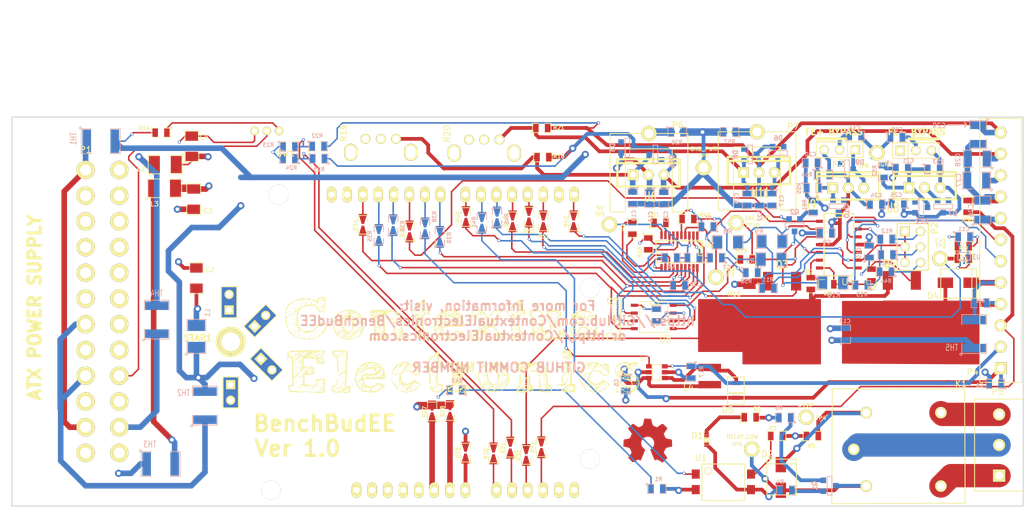
<source format=kicad_pcb>
(kicad_pcb (version 3) (host pcbnew "(2013-03-19 BZR 4004)-stable")
  (title_block (title BenchBudEE) (rev A) (company "Contextual Electronics"))
  (layers (15 F.Cu signal) (2 PWR power) (1 GND power) (0 B.Cu signal) (18 B.Paste user) (19 F.Paste user) (20 B.SilkS user) (21 F.SilkS user) (22 B.Mask user) (23 F.Mask user) (28 Edge.Cuts user))
  (net 0 "")
  (net 1 +12C)
  (net 2 +12P)
  (net 3 +12V)
  (net 4 +3.3V)
  (net 5 +5P)
  (net 6 +5V)
  (net 7 -12P)
  (net 8 -12V)
  (net 9 /Arduino/CURR_MEAS)
  (net 10 /Arduino/FAN_MODE)
  (net 11 /Arduino/FAN_PWM)
  (net 12 /Arduino/LED_EN_PWM)
  (net 13 /Arduino/MISO)
  (net 14 /Arduino/MOSI)
  (net 15 /Arduino/RELAY+)
  (net 16 /Arduino/RELAY-)
  (net 17 /Arduino/SCLK)
  (net 18 /Arduino/V+_ADJ_MON)
  (net 19 /Arduino/V-_ADJ_MON)
  (net 20 /Arduino/~ADC_CS)
  (net 21 /Arduino/~DR)
  (net 22 /Arduino/~LDAC)
  (net 23 /Arduino/~RESET)
  (net 24 /Arduino/~SHDN)
  (net 25 /Fan/CS_N)
  (net 26 /Fan/FAN_OUT+)
  (net 27 /Fan/FAN_OUT-)
  (net 28 /Fan/TACH_IN)
  (net 29 /LED_Driver/LED_STRING+)
  (net 30 /LED_Driver/LED_STRING-)
  (net 31 /PowerAdjustmentMonitor/V+_ADJ)
  (net 32 /PowerAdjustmentMonitor/V-_ADJ)
  (net 33 /Relay/RELAY_COM)
  (net 34 /Relay/RELAY_NC)
  (net 35 /Relay/RELAY_NO)
  (net 36 /Thermocouple/CH0+)
  (net 37 /Thermocouple/CH0-)
  (net 38 /Thermocouple/CH1+)
  (net 39 /Thermocouple/CH1-)
  (net 40 "/Thermocouple/TC IN +")
  (net 41 "/Thermocouple/TC IN -")
  (net 42 AGND)
  (net 43 FE_V+)
  (net 44 FE_V-)
  (net 45 GND)
  (net 46 GND_LED)
  (net 47 GND_PWR)
  (net 48 GND_RELAY)
  (net 49 N-00000101)
  (net 50 N-00000102)
  (net 51 N-00000108)
  (net 52 N-00000110)
  (net 53 N-00000123)
  (net 54 N-00000124)
  (net 55 N-00000125)
  (net 56 N-00000126)
  (net 57 N-00000127)
  (net 58 N-00000128)
  (net 59 N-00000129)
  (net 60 N-00000130)
  (net 61 N-00000131)
  (net 62 N-00000132)
  (net 63 N-00000133)
  (net 64 N-00000134)
  (net 65 N-00000135)
  (net 66 N-00000136)
  (net 67 N-00000137)
  (net 68 N-0000032)
  (net 69 N-0000037)
  (net 70 N-0000038)
  (net 71 N-0000039)
  (net 72 N-0000042)
  (net 73 N-0000043)
  (net 74 N-0000044)
  (net 75 N-0000045)
  (net 76 N-0000046)
  (net 77 N-0000047)
  (net 78 N-0000051)
  (net 79 N-0000053)
  (net 80 N-0000054)
  (net 81 N-0000055)
  (net 82 N-0000056)
  (net 83 N-0000057)
  (net 84 N-0000058)
  (net 85 N-0000059)
  (net 86 N-0000060)
  (net 87 N-0000061)
  (net 88 N-0000063)
  (net 89 N-0000064)
  (net 90 N-0000065)
  (net 91 N-0000066)
  (net 92 N-0000067)
  (net 93 N-0000068)
  (net 94 N-0000069)
  (net 95 N-0000070)
  (net 96 N-0000071)
  (net 97 N-0000072)
  (net 98 N-0000073)
  (net 99 N-0000074)
  (net 100 N-0000075)
  (net 101 N-0000077)
  (net 102 N-0000078)
  (net 103 N-0000080)
  (net 104 N-0000084)
  (net 105 N-0000086)
  (net 106 N-0000087)
  (net 107 N-0000088)
  (net 108 N-0000089)
  (net 109 N-0000090)
  (net 110 N-0000091)
  (net 111 N-0000092)
  (net 112 N-0000094)
  (net 113 N-0000095)
  (net 114 N-0000097)
  (module SOT23EBC (layer B.Cu) (at 187.452 137.16 270)
    (fp_text reference Q1 (at 0 2.413 270) (layer B.SilkS) (effects (font (size 0.762 0.762) (thickness 0.2032)) (justify mirror)))
    (fp_text value 2N3904 hide)
    (pad 1 smd rect (at -0.889 1.016 270) (size 0.9144 0.9144) (layers B.Cu B.Paste B.Mask) (net 107 N-0000088))
    (pad 2 smd rect (at 0.889 1.016 270) (size 0.9144 0.9144) (layers B.Cu B.Paste B.Mask) (net 108 N-0000089))
    (pad 3 smd rect (at 0 -1.016 270) (size 0.9144 0.9144) (layers B.Cu B.Paste B.Mask) (net 110 N-0000091))
  )
  (module SMA (layer F.Cu) (at 179.5018 137.8966 90)
    (fp_text reference D2 (at 5.8928 -2.2098 180) (layer F.SilkS))
    (fp_text value B130-13-F hide)
    (pad 1 smd rect (at 0 0 90) (size 2.5 1.7) (layers F.Cu F.Paste F.Mask) (net 110 N-0000091))
    (pad 2 smd rect (at 4.191 0 90) (size 2.5 1.7) (layers F.Cu F.Paste F.Mask) (net 111 N-0000092))
  )
  (module SM0805 (layer F.Cu) (at 184.658 129.032)
    (fp_text reference R5 (at -0.127 1.651) (layer F.SilkS) (effects (font (size 0.635 0.635) (thickness 0.127))))
    (fp_text value 0 hide)
    (pad 1 smd rect (at -0.9525 0) (size 0.889 1.397) (layers F.Cu F.Paste F.Mask) (net 2 +12P))
    (pad 2 smd rect (at 0.9525 0) (size 0.889 1.397) (layers F.Cu F.Paste F.Mask) (net 111 N-0000092))
  )
  (module SM0805 (layer B.Cu) (at 159.258 137.668)
    (fp_text reference R1 (at 0.254 -1.5748) (layer B.SilkS) (effects (font (size 0.635 0.635) (thickness 0.127)) (justify mirror)))
    (fp_text value 500 hide)
    (pad 1 smd rect (at -0.9525 0) (size 0.889 1.397) (layers B.Cu B.Paste B.Mask) (net 16 /Arduino/RELAY-))
    (pad 2 smd rect (at 0.9525 0) (size 0.889 1.397) (layers B.Cu B.Paste B.Mask) (net 109 N-0000090))
  )
  (module SM0805 (layer F.Cu) (at 178.816 129.032 180)
    (fp_text reference R3 (at 0.6858 1.27 180) (layer F.SilkS) (effects (font (size 0.635 0.635) (thickness 0.127))))
    (fp_text value 0 hide)
    (pad 1 smd rect (at -0.9525 0 180) (size 0.889 1.397) (layers F.Cu F.Paste F.Mask) (net 2 +12P))
    (pad 2 smd rect (at 0.9525 0 180) (size 0.889 1.397) (layers F.Cu F.Paste F.Mask) (net 113 N-0000095))
  )
  (module SM0805 (layer F.Cu) (at 174.498 125.984)
    (fp_text reference R2 (at 1.143 -1.3716) (layer F.SilkS) (effects (font (size 0.635 0.635) (thickness 0.127))))
    (fp_text value 200 hide)
    (pad 1 smd rect (at -0.9525 0) (size 0.889 1.397) (layers F.Cu F.Paste F.Mask) (net 106 N-0000087))
    (pad 2 smd rect (at 0.9525 0) (size 0.889 1.397) (layers F.Cu F.Paste F.Mask) (net 48 GND_RELAY))
  )
  (module SM0805 (layer B.Cu) (at 180.1495 126.0475 180)
    (fp_text reference R6 (at 0.9525 1.6129 180) (layer B.SilkS) (effects (font (size 0.635 0.635) (thickness 0.127)) (justify mirror)))
    (fp_text value 0 hide)
    (pad 1 smd rect (at -0.9525 0 180) (size 0.889 1.397) (layers B.Cu B.Paste B.Mask) (net 107 N-0000088))
    (pad 2 smd rect (at 0.9525 0 180) (size 0.889 1.397) (layers B.Cu B.Paste B.Mask) (net 48 GND_RELAY))
  )
  (module SM0805 (layer B.Cu) (at 180.34 137.922)
    (fp_text reference R4 (at -0.9144 -1.397) (layer B.SilkS) (effects (font (size 0.635 0.635) (thickness 0.127)) (justify mirror)))
    (fp_text value 100 hide)
    (pad 1 smd rect (at -0.9525 0) (size 0.889 1.397) (layers B.Cu B.Paste B.Mask) (net 112 N-0000094))
    (pad 2 smd rect (at 0.9525 0) (size 0.889 1.397) (layers B.Cu B.Paste B.Mask) (net 108 N-0000089))
  )
  (module 4-SMD (layer F.Cu) (at 165.608 135.255 270)
    (fp_text reference U1 (at -2.6416 -0.8382 360) (layer F.SilkS))
    (fp_text value LTV-816S hide)
    (pad 1 smd rect (at 0 0 270) (size 1.5 1.3) (layers F.Cu F.Paste F.Mask) (net 15 /Arduino/RELAY+))
    (pad 2 smd rect (at 2.54 0 270) (size 1.5 1.3) (layers F.Cu F.Paste F.Mask) (net 109 N-0000090))
    (pad 3 smd rect (at 2.54 -9.017 270) (size 1.5 1.3) (layers F.Cu F.Paste F.Mask) (net 112 N-0000094))
    (pad 4 smd rect (at 0 -9.017 270) (size 1.5 1.3) (layers F.Cu F.Paste F.Mask) (net 113 N-0000095))
  )
  (module SSOP20 (layer F.Cu) (at 162.941 98.933 180)
    (fp_text reference U2 (at -4.9022 1.1684 180) (layer F.SilkS) (effects (font (size 0.762 0.762) (thickness 0.127))))
    (fp_text value MCP3901 hide)
    (pad 1 smd rect (at -2.921 2.667 180) (size 0.4064 1.27) (layers F.Cu F.Paste F.Mask) (net 23 /Arduino/~RESET))
    (pad 2 smd rect (at -2.286 2.667 180) (size 0.4064 1.27) (layers F.Cu F.Paste F.Mask) (net 105 N-0000086))
    (pad 3 smd rect (at -1.6256 2.667 180) (size 0.4064 1.27) (layers F.Cu F.Paste F.Mask) (net 6 +5V))
    (pad 4 smd rect (at -0.9652 2.667 180) (size 0.4064 1.27) (layers F.Cu F.Paste F.Mask) (net 36 /Thermocouple/CH0+))
    (pad 5 smd rect (at -0.3302 2.667 180) (size 0.4064 1.27) (layers F.Cu F.Paste F.Mask) (net 37 /Thermocouple/CH0-))
    (pad 6 smd rect (at 0.3302 2.667 180) (size 0.4064 1.27) (layers F.Cu F.Paste F.Mask) (net 39 /Thermocouple/CH1-))
    (pad 7 smd rect (at 0.9906 2.667 180) (size 0.4064 1.27) (layers F.Cu F.Paste F.Mask) (net 38 /Thermocouple/CH1+))
    (pad 8 smd rect (at 1.6256 2.667 180) (size 0.4064 1.27) (layers F.Cu F.Paste F.Mask) (net 42 AGND))
    (pad 9 smd rect (at 2.286 2.667 180) (size 0.4064 1.27) (layers F.Cu F.Paste F.Mask) (net 91 N-0000066))
    (pad 10 smd rect (at 2.921 2.667 180) (size 0.4064 1.27) (layers F.Cu F.Paste F.Mask) (net 92 N-0000067))
    (pad 11 smd rect (at 2.921 -2.667 180) (size 0.4064 1.27) (layers F.Cu F.Paste F.Mask) (net 42 AGND))
    (pad 12 smd rect (at 2.286 -2.667 180) (size 0.4064 1.27) (layers F.Cu F.Paste F.Mask) (net 93 N-0000068))
    (pad 13 smd rect (at 1.6256 -2.667 180) (size 0.4064 1.27) (layers F.Cu F.Paste F.Mask) (net 103 N-0000080))
    (pad 14 smd rect (at 0.9906 -2.667 180) (size 0.4064 1.27) (layers F.Cu F.Paste F.Mask) (net 21 /Arduino/~DR))
    (pad 15 smd rect (at 0.3302 -2.667 180) (size 0.4064 1.27) (layers F.Cu F.Paste F.Mask) (net 89 N-0000064))
    (pad 16 smd rect (at -0.3302 -2.667 180) (size 0.4064 1.27) (layers F.Cu F.Paste F.Mask) (net 90 N-0000065))
    (pad 17 smd rect (at -0.9652 -2.667 180) (size 0.4064 1.27) (layers F.Cu F.Paste F.Mask) (net 20 /Arduino/~ADC_CS))
    (pad 18 smd rect (at -1.6256 -2.667 180) (size 0.4064 1.27) (layers F.Cu F.Paste F.Mask) (net 17 /Arduino/SCLK))
    (pad 19 smd rect (at -2.286 -2.667 180) (size 0.4064 1.27) (layers F.Cu F.Paste F.Mask) (net 13 /Arduino/MISO))
    (pad 20 smd rect (at -2.921 -2.667 180) (size 0.4064 1.27) (layers F.Cu F.Paste F.Mask) (net 14 /Arduino/MOSI))
  )
  (module SOT353 (layer B.Cu) (at 209.423 99.695 90)
    (fp_text reference U3 (at -0.127 2.032 360) (layer B.SilkS) (effects (font (size 0.762 0.635) (thickness 0.127)) (justify mirror)))
    (fp_text value LMT84 hide)
    (pad 1 smd rect (at -1.016 0.635 90) (size 0.508 0.3048) (layers B.Cu B.Paste B.Mask) (net 42 AGND))
    (pad 3 smd rect (at -1.016 -0.635 90) (size 0.508 0.3048) (layers B.Cu B.Paste B.Mask) (net 88 N-0000063))
    (pad 5 smd rect (at 1.016 0.635 90) (size 0.508 0.3048) (layers B.Cu B.Paste B.Mask) (net 42 AGND))
    (pad 2 smd rect (at -1.016 0 90) (size 0.508 0.3048) (layers B.Cu B.Paste B.Mask) (net 42 AGND))
    (pad 4 smd rect (at 1.016 -0.635 90) (size 0.508 0.3048) (layers B.Cu B.Paste B.Mask) (net 6 +5V))
  )
  (module SO14N (layer F.Cu) (at 189.103 97.79 270)
    (fp_text reference U4 (at 6.096 -1.397 360) (layer F.SilkS) (effects (font (size 1.016 1.143) (thickness 0.127))))
    (fp_text value OPA4170 hide)
    (pad 1 smd rect (at -3.81 3.302 270) (size 0.508 1.143) (layers F.Cu F.Paste F.Mask) (net 36 /Thermocouple/CH0+))
    (pad 2 smd rect (at -2.54 3.302 270) (size 0.508 1.143) (layers F.Cu F.Paste F.Mask) (net 97 N-0000072))
    (pad 3 smd rect (at -1.27 3.302 270) (size 0.508 1.143) (layers F.Cu F.Paste F.Mask) (net 98 N-0000073))
    (pad 4 smd rect (at 0 3.302 270) (size 0.508 1.143) (layers F.Cu F.Paste F.Mask) (net 43 FE_V+))
    (pad 5 smd rect (at 1.27 3.302 270) (size 0.508 1.143) (layers F.Cu F.Paste F.Mask) (net 59 N-00000129))
    (pad 6 smd rect (at 2.54 3.302 270) (size 0.508 1.143) (layers F.Cu F.Paste F.Mask) (net 56 N-00000126))
    (pad 7 smd rect (at 3.81 3.302 270) (size 0.508 1.143) (layers F.Cu F.Paste F.Mask) (net 57 N-00000127))
    (pad 8 smd rect (at 3.81 -3.048 270) (size 0.508 1.143) (layers F.Cu F.Paste F.Mask) (net 99 N-0000074))
    (pad 9 smd rect (at 2.54 -3.048 270) (size 0.508 1.143) (layers F.Cu F.Paste F.Mask) (net 100 N-0000075))
    (pad 11 smd rect (at 0 -3.048 270) (size 0.508 1.143) (layers F.Cu F.Paste F.Mask) (net 44 FE_V-))
    (pad 12 smd rect (at -1.27 -3.048 270) (size 0.508 1.143) (layers F.Cu F.Paste F.Mask) (net 40 "/Thermocouple/TC IN +"))
    (pad 13 smd rect (at -2.54 -3.048 270) (size 0.508 1.143) (layers F.Cu F.Paste F.Mask) (net 101 N-0000077))
    (pad 14 smd rect (at -3.81 -3.048 270) (size 0.508 1.143) (layers F.Cu F.Paste F.Mask) (net 102 N-0000078))
    (pad 10 smd rect (at 1.27 -3.048 270) (size 0.508 1.143) (layers F.Cu F.Paste F.Mask) (net 41 "/Thermocouple/TC IN -"))
  )
  (module SM1206 (layer B.Cu) (at 178.054 97.282 180)
    (fp_text reference R9 (at 2.1082 1.7018 180) (layer B.SilkS) (effects (font (size 0.762 0.762) (thickness 0.127)) (justify mirror)))
    (fp_text value R hide)
    (pad 1 smd rect (at -1.651 0 180) (size 1.524 2.032) (layers B.Cu B.Paste B.Mask) (net 97 N-0000072))
    (pad 2 smd rect (at 1.651 0 180) (size 1.524 2.032) (layers B.Cu B.Paste B.Mask) (net 99 N-0000074))
  )
  (module SM1206 (layer B.Cu) (at 170.815 97.409)
    (fp_text reference R8 (at 0.0254 -1.8034) (layer B.SilkS) (effects (font (size 0.762 0.762) (thickness 0.127)) (justify mirror)))
    (fp_text value R hide)
    (pad 1 smd rect (at -1.651 0) (size 1.524 2.032) (layers B.Cu B.Paste B.Mask) (net 36 /Thermocouple/CH0+))
    (pad 2 smd rect (at 1.651 0) (size 1.524 2.032) (layers B.Cu B.Paste B.Mask) (net 97 N-0000072))
  )
  (module SM1206 (layer B.Cu) (at 177.927 100.203)
    (fp_text reference R7 (at -3.4798 0.254) (layer B.SilkS) (effects (font (size 0.762 0.762) (thickness 0.127)) (justify mirror)))
    (fp_text value R hide)
    (pad 1 smd rect (at -1.651 0) (size 1.524 2.032) (layers B.Cu B.Paste B.Mask) (net 104 N-0000084))
    (pad 2 smd rect (at 1.651 0) (size 1.524 2.032) (layers B.Cu B.Paste B.Mask) (net 98 N-0000073))
  )
  (module SM1206 (layer B.Cu) (at 187.96 104.013)
    (fp_text reference R10 (at 0.2032 1.9812) (layer B.SilkS) (effects (font (size 0.762 0.762) (thickness 0.127)) (justify mirror)))
    (fp_text value R hide)
    (pad 1 smd rect (at -1.651 0) (size 1.524 2.032) (layers B.Cu B.Paste B.Mask) (net 98 N-0000073))
    (pad 2 smd rect (at 1.651 0) (size 1.524 2.032) (layers B.Cu B.Paste B.Mask) (net 102 N-0000078))
  )
  (module SM0805 (layer B.Cu) (at 196.596 102.235 180)
    (fp_text reference R44 (at -0.0762 -1.4986 180) (layer B.SilkS) (effects (font (size 0.635 0.635) (thickness 0.127)) (justify mirror)))
    (fp_text value R hide)
    (pad 1 smd rect (at -0.9525 0 180) (size 0.889 1.397) (layers B.Cu B.Paste B.Mask) (net 96 N-0000071))
    (pad 2 smd rect (at 0.9525 0 180) (size 0.889 1.397) (layers B.Cu B.Paste B.Mask) (net 101 N-0000077))
  )
  (module SM0805 (layer B.Cu) (at 168.91 99.949 180)
    (fp_text reference C7 (at -1.778 -1.524 180) (layer B.SilkS) (effects (font (size 0.635 0.635) (thickness 0.127)) (justify mirror)))
    (fp_text value C hide)
    (pad 1 smd rect (at -0.9525 0 180) (size 0.889 1.397) (layers B.Cu B.Paste B.Mask) (net 42 AGND))
    (pad 2 smd rect (at 0.9525 0 180) (size 0.889 1.397) (layers B.Cu B.Paste B.Mask) (net 105 N-0000086))
  )
  (module SM0805 (layer B.Cu) (at 161.544 99.949 180)
    (fp_text reference C8 (at -0.0254 -1.3462 180) (layer B.SilkS) (effects (font (size 0.635 0.635) (thickness 0.127)) (justify mirror)))
    (fp_text value C hide)
    (pad 1 smd rect (at -0.9525 0 180) (size 0.889 1.397) (layers B.Cu B.Paste B.Mask) (net 6 +5V))
    (pad 2 smd rect (at 0.9525 0 180) (size 0.889 1.397) (layers B.Cu B.Paste B.Mask) (net 42 AGND))
  )
  (module SM0805 (layer B.Cu) (at 193.929 98.933 90)
    (fp_text reference C10 (at -0.2286 -1.7018 90) (layer B.SilkS) (effects (font (size 0.635 0.635) (thickness 0.127)) (justify mirror)))
    (fp_text value C hide)
    (pad 1 smd rect (at -0.9525 0 90) (size 0.889 1.397) (layers B.Cu B.Paste B.Mask) (net 42 AGND))
    (pad 2 smd rect (at 0.9525 0 90) (size 0.889 1.397) (layers B.Cu B.Paste B.Mask) (net 44 FE_V-))
  )
  (module SM0805 (layer B.Cu) (at 186.8678 95.9104)
    (fp_text reference C9 (at 0.1778 1.4732) (layer B.SilkS) (effects (font (size 0.635 0.635) (thickness 0.127)) (justify mirror)))
    (fp_text value C hide)
    (pad 1 smd rect (at -0.9525 0) (size 0.889 1.397) (layers B.Cu B.Paste B.Mask) (net 42 AGND))
    (pad 2 smd rect (at 0.9525 0) (size 0.889 1.397) (layers B.Cu B.Paste B.Mask) (net 43 FE_V+))
  )
  (module SM0805 (layer B.Cu) (at 209.423 96.52)
    (fp_text reference C11 (at -0.0508 -1.2954) (layer B.SilkS) (effects (font (size 0.635 0.635) (thickness 0.127)) (justify mirror)))
    (fp_text value C hide)
    (pad 1 smd rect (at -0.9525 0) (size 0.889 1.397) (layers B.Cu B.Paste B.Mask) (net 6 +5V))
    (pad 2 smd rect (at 0.9525 0) (size 0.889 1.397) (layers B.Cu B.Paste B.Mask) (net 42 AGND))
  )
  (module SM0805 (layer B.Cu) (at 196.85 99.441 180)
    (fp_text reference R45 (at 0.1016 -1.3716 180) (layer B.SilkS) (effects (font (size 0.635 0.635) (thickness 0.127)) (justify mirror)))
    (fp_text value R hide)
    (pad 1 smd rect (at -0.9525 0 180) (size 0.889 1.397) (layers B.Cu B.Paste B.Mask) (net 95 N-0000070))
    (pad 2 smd rect (at 0.9525 0 180) (size 0.889 1.397) (layers B.Cu B.Paste B.Mask) (net 101 N-0000077))
  )
  (module SM0805 (layer B.Cu) (at 192.659 104.394 180)
    (fp_text reference R13 (at -0.1016 -1.524 180) (layer B.SilkS) (effects (font (size 0.635 0.635) (thickness 0.127)) (justify mirror)))
    (fp_text value R hide)
    (pad 1 smd rect (at -0.9525 0 180) (size 0.889 1.397) (layers B.Cu B.Paste B.Mask) (net 101 N-0000077))
    (pad 2 smd rect (at 0.9525 0 180) (size 0.889 1.397) (layers B.Cu B.Paste B.Mask) (net 102 N-0000078))
  )
  (module SM0805 (layer B.Cu) (at 196.723 96.901 180)
    (fp_text reference R12 (at -0.1016 1.3462 180) (layer B.SilkS) (effects (font (size 0.635 0.635) (thickness 0.127)) (justify mirror)))
    (fp_text value R hide)
    (pad 1 smd rect (at -0.9525 0 180) (size 0.889 1.397) (layers B.Cu B.Paste B.Mask) (net 94 N-0000069))
    (pad 2 smd rect (at 0.9525 0 180) (size 0.889 1.397) (layers B.Cu B.Paste B.Mask) (net 101 N-0000077))
  )
  (module SM0805 (layer B.Cu) (at 177.419 104.902)
    (fp_text reference R11 (at -0.0254 -1.397) (layer B.SilkS) (effects (font (size 0.635 0.635) (thickness 0.127)) (justify mirror)))
    (fp_text value R hide)
    (pad 1 smd rect (at -0.9525 0) (size 0.889 1.397) (layers B.Cu B.Paste B.Mask) (net 99 N-0000074))
    (pad 2 smd rect (at 0.9525 0) (size 0.889 1.397) (layers B.Cu B.Paste B.Mask) (net 100 N-0000075))
  )
  (module SM0805 (layer B.Cu) (at 167.513 94.869 180)
    (fp_text reference C1 (at -0.0762 1.4224 180) (layer B.SilkS) (effects (font (size 0.635 0.635) (thickness 0.127)) (justify mirror)))
    (fp_text value C hide)
    (pad 1 smd rect (at -0.9525 0 180) (size 0.889 1.397) (layers B.Cu B.Paste B.Mask) (net 36 /Thermocouple/CH0+))
    (pad 2 smd rect (at 0.9525 0 180) (size 0.889 1.397) (layers B.Cu B.Paste B.Mask) (net 37 /Thermocouple/CH0-))
  )
  (module pin_array_3x2 (layer F.Cu) (at 201.041 98.171 270)
    (fp_text reference P2 (at -3.048 -3.556 270) (layer F.SilkS) (effects (font (size 1.016 1.016) (thickness 0.2032))))
    (fp_text value CONN_3X2 hide)
    (pad 1 thru_hole rect (at -2.54 1.27 270) (size 1.524 1.524) (drill 1.016) (layers *.Cu *.Mask F.SilkS) (net 100 N-0000075))
    (pad 2 thru_hole circle (at -2.54 -1.27 270) (size 1.524 1.524) (drill 1.016) (layers *.Cu *.Mask F.SilkS) (net 94 N-0000069))
    (pad 3 thru_hole circle (at 0 1.27 270) (size 1.524 1.524) (drill 1.016) (layers *.Cu *.Mask F.SilkS) (net 100 N-0000075))
    (pad 4 thru_hole circle (at 0 -1.27 270) (size 1.524 1.524) (drill 1.016) (layers *.Cu *.Mask F.SilkS) (net 95 N-0000070))
    (pad 5 thru_hole circle (at 2.54 1.27 270) (size 1.524 1.524) (drill 1.016) (layers *.Cu *.Mask F.SilkS) (net 100 N-0000075))
    (pad 6 thru_hole circle (at 2.54 -1.27 270) (size 1.524 1.524) (drill 1.016) (layers *.Cu *.Mask F.SilkS) (net 96 N-0000071))
  )
  (module SM0805 (layer F.Cu) (at 157.861 97.663 270)
    (fp_text reference R48 (at 1.397 1.397 270) (layer F.SilkS) (effects (font (size 0.635 0.635) (thickness 0.127))))
    (fp_text value 0 hide)
    (pad 1 smd rect (at -0.9525 0 270) (size 0.889 1.397) (layers F.Cu F.Paste F.Mask) (net 42 AGND))
    (pad 2 smd rect (at 0.9525 0 270) (size 0.889 1.397) (layers F.Cu F.Paste F.Mask) (net 39 /Thermocouple/CH1-))
  )
  (module SM0805 (layer F.Cu) (at 164.338 93.599 180)
    (fp_text reference R49 (at -2.794 0.635 180) (layer F.SilkS) (effects (font (size 0.635 0.635) (thickness 0.127))))
    (fp_text value 0 hide)
    (pad 1 smd rect (at -0.9525 0 180) (size 0.889 1.397) (layers F.Cu F.Paste F.Mask) (net 104 N-0000084))
    (pad 2 smd rect (at 0.9525 0 180) (size 0.889 1.397) (layers F.Cu F.Paste F.Mask) (net 37 /Thermocouple/CH0-))
  )
  (module 3pinTB (layer F.Cu) (at 215.138 135.509 90)
    (fp_text reference P5 (at 13.7414 -0.2286 180) (layer F.SilkS))
    (fp_text value "3 Pin TB" hide)
    (pad 1 thru_hole rect (at 0 0 90) (size 2 2) (drill 1.3) (layers *.Cu *.Mask F.SilkS) (net 35 /Relay/RELAY_NO))
    (pad 2 thru_hole circle (at 5 0 90) (size 2 2) (drill 1.3) (layers *.Cu *.Mask F.SilkS) (net 33 /Relay/RELAY_COM))
    (pad 3 thru_hole circle (at 10 0 90) (size 2 2) (drill 1.3) (layers *.Cu *.Mask F.SilkS) (net 34 /Relay/RELAY_NC))
  )
  (module 12pinTB (layer F.Cu) (at 215.392 117.983 90)
    (fp_text reference P4 (at -0.5842 -4.572 180) (layer F.SilkS))
    (fp_text value "12 Pin Terminal Block" hide)
    (pad 1 thru_hole rect (at 0 0 90) (size 2 2) (drill 1.199999) (layers *.Cu *.Mask F.SilkS) (net 29 /LED_Driver/LED_STRING+))
    (pad 2 thru_hole circle (at 3.5 0 90) (size 2 2) (drill 1.199999) (layers *.Cu *.Mask F.SilkS) (net 30 /LED_Driver/LED_STRING-))
    (pad 3 thru_hole circle (at 7 0 90) (size 2 2) (drill 1.199999) (layers *.Cu *.Mask F.SilkS) (net 28 /Fan/TACH_IN))
    (pad 4 thru_hole circle (at 10.5 0 90) (size 2 2) (drill 1.199999) (layers *.Cu *.Mask F.SilkS) (net 27 /Fan/FAN_OUT-))
    (pad 5 thru_hole circle (at 14 0 90) (size 2 2) (drill 1.199999) (layers *.Cu *.Mask F.SilkS) (net 26 /Fan/FAN_OUT+))
    (pad 6 thru_hole circle (at 17.5 0 90) (size 2 2) (drill 1.199999) (layers *.Cu *.Mask F.SilkS) (net 41 "/Thermocouple/TC IN -"))
    (pad 7 thru_hole circle (at 21 0 90) (size 2 2) (drill 1.199999) (layers *.Cu *.Mask F.SilkS) (net 40 "/Thermocouple/TC IN +"))
    (pad 8 thru_hole circle (at 24.5 0 90) (size 2 2) (drill 1.199999) (layers *.Cu *.Mask F.SilkS) (net 5 +5P))
    (pad 9 thru_hole circle (at 28 0 90) (size 2 2) (drill 1.199999) (layers *.Cu *.Mask F.SilkS) (net 47 GND_PWR))
    (pad 10 thru_hole circle (at 31.5 0 90) (size 2 2) (drill 1.199999) (layers *.Cu *.Mask F.SilkS) (net 4 +3.3V))
    (pad 11 thru_hole circle (at 35 0 90) (size 2 2) (drill 1.199999) (layers *.Cu *.Mask F.SilkS) (net 32 /PowerAdjustmentMonitor/V-_ADJ))
    (pad 12 thru_hole circle (at 38.5 0 90) (size 2 2) (drill 1.199999) (layers *.Cu *.Mask F.SilkS) (net 31 /PowerAdjustmentMonitor/V+_ADJ))
  )
  (module SM0805 (layer B.Cu) (at 126.4285 121.539 180)
    (fp_text reference R43 (at -0.2413 1.524 180) (layer B.SilkS) (effects (font (size 0.635 0.635) (thickness 0.127)) (justify mirror)))
    (fp_text value R hide)
    (pad 1 smd rect (at -0.9525 0 180) (size 0.889 1.397) (layers B.Cu B.Paste B.Mask) (net 16 /Arduino/RELAY-))
    (pad 2 smd rect (at 0.9525 0 180) (size 0.889 1.397) (layers B.Cu B.Paste B.Mask) (net 45 GND))
  )
  (module SOT23GDS (layer B.Cu) (at 181.737 94.615 180)
    (fp_text reference Q2 (at 0 2.159 180) (layer B.SilkS) (effects (font (size 0.762 0.762) (thickness 0.2032)) (justify mirror)))
    (fp_text value DMN65D8L-7 hide)
    (pad S smd rect (at -0.889 1.016 180) (size 0.9144 0.9144) (layers B.Cu B.Paste B.Mask) (net 54 N-00000124))
    (pad G smd rect (at 0.889 1.016 180) (size 0.9144 0.9144) (layers B.Cu B.Paste B.Mask) (net 11 /Arduino/FAN_PWM))
    (pad D smd rect (at 0 -1.016 180) (size 0.9144 0.9144) (layers B.Cu B.Paste B.Mask) (net 59 N-00000129))
  )
  (module SO8N (layer F.Cu) (at 158.75 109.601 270)
    (fp_text reference U5 (at 3.6068 -1.905 360) (layer F.SilkS) (effects (font (size 1.143 1.016) (thickness 0.127))))
    (fp_text value MCP4801 hide)
    (pad 8 smd rect (at -1.905 -3.175 270) (size 0.508 1.143) (layers F.Cu F.Paste F.Mask) (net 58 N-00000128))
    (pad 7 smd rect (at -0.635 -3.175 270) (size 0.508 1.143) (layers F.Cu F.Paste F.Mask) (net 42 AGND))
    (pad 6 smd rect (at 0.635 -3.175 270) (size 0.508 1.143) (layers F.Cu F.Paste F.Mask) (net 24 /Arduino/~SHDN))
    (pad 5 smd rect (at 1.905 -3.175 270) (size 0.508 1.143) (layers F.Cu F.Paste F.Mask) (net 22 /Arduino/~LDAC))
    (pad 4 smd rect (at 1.905 3.175 270) (size 0.508 1.143) (layers F.Cu F.Paste F.Mask) (net 14 /Arduino/MOSI))
    (pad 3 smd rect (at 0.635 3.175 270) (size 0.508 1.143) (layers F.Cu F.Paste F.Mask) (net 17 /Arduino/SCLK))
    (pad 2 smd rect (at -0.635 3.175 270) (size 0.508 1.143) (layers F.Cu F.Paste F.Mask) (net 25 /Fan/CS_N))
    (pad 1 smd rect (at -1.905 3.175 270) (size 0.508 1.143) (layers F.Cu F.Paste F.Mask) (net 6 +5V))
  )
  (module SMA (layer F.Cu) (at 206.375 104.013)
    (fp_text reference D4 (at -2.032 2.159) (layer F.SilkS))
    (fp_text value B130-13-F hide)
    (pad 1 smd rect (at 0 0) (size 2.5 1.7) (layers F.Cu F.Paste F.Mask) (net 27 /Fan/FAN_OUT-))
    (pad 2 smd rect (at 4.191 0) (size 2.5 1.7) (layers F.Cu F.Paste F.Mask) (net 26 /Fan/FAN_OUT+))
  )
  (module SM1812 (layer B.Cu) (at 211.074 112.395 90)
    (fp_text reference TH5 (at -2.2098 -3.6576 360) (layer B.SilkS) (effects (font (size 1.016 0.762) (thickness 0.127)) (justify mirror)))
    (fp_text value MINISMDC050F-2 hide)
    (pad 1 smd rect (at -2.286 0 90) (size 1.397 3.81) (layers B.Cu B.Paste B.Mask) (net 1 +12C))
    (pad 2 smd rect (at 2.286 0 90) (size 1.397 3.81) (layers B.Cu B.Paste B.Mask) (net 26 /Fan/FAN_OUT+))
  )
  (module SM0805 (layer F.Cu) (at 173.863 100.203)
    (fp_text reference R15 (at -0.7874 -1.4224) (layer F.SilkS) (effects (font (size 0.635 0.635) (thickness 0.127))))
    (fp_text value R hide)
    (pad 1 smd rect (at -0.9525 0) (size 0.889 1.397) (layers F.Cu F.Paste F.Mask) (net 58 N-00000128))
    (pad 2 smd rect (at 0.9525 0) (size 0.889 1.397) (layers F.Cu F.Paste F.Mask) (net 59 N-00000129))
  )
  (module SM0805 (layer B.Cu) (at 190.119 112.395 90)
    (fp_text reference C13 (at 2.1336 -0.1524 180) (layer B.SilkS) (effects (font (size 0.635 0.635) (thickness 0.127)) (justify mirror)))
    (fp_text value C hide)
    (pad 1 smd rect (at -0.9525 0 90) (size 0.889 1.397) (layers B.Cu B.Paste B.Mask) (net 1 +12C))
    (pad 2 smd rect (at 0.9525 0 90) (size 0.889 1.397) (layers B.Cu B.Paste B.Mask) (net 42 AGND))
  )
  (module SM0805 (layer B.Cu) (at 159.1945 109.2835 90)
    (fp_text reference C12 (at -0.2159 1.6891 90) (layer B.SilkS) (effects (font (size 0.635 0.635) (thickness 0.127)) (justify mirror)))
    (fp_text value C hide)
    (pad 1 smd rect (at -0.9525 0 90) (size 0.889 1.397) (layers B.Cu B.Paste B.Mask) (net 42 AGND))
    (pad 2 smd rect (at 0.9525 0 90) (size 0.889 1.397) (layers B.Cu B.Paste B.Mask) (net 6 +5V))
  )
  (module SM1812 (layer B.Cu) (at 68.453 80.899)
    (fp_text reference TH1 (at -4.445 -0.381 270) (layer B.SilkS) (effects (font (size 1.016 0.762) (thickness 0.127)) (justify mirror)))
    (fp_text value MINISMDC050F-2 hide)
    (pad 1 smd rect (at -2.286 0) (size 1.397 3.81) (layers B.Cu B.Paste B.Mask) (net 51 N-00000108))
    (pad 2 smd rect (at 2.286 0) (size 1.397 3.81) (layers B.Cu B.Paste B.Mask) (net 4 +3.3V))
  )
  (module SM1812 (layer B.Cu) (at 85.471 124.079 90)
    (fp_text reference TH2 (at 2.0828 -3.5052 360) (layer B.SilkS) (effects (font (size 1.016 0.762) (thickness 0.127)) (justify mirror)))
    (fp_text value MINISMDC050F-2 hide)
    (pad 1 smd rect (at -2.286 0 90) (size 1.397 3.81) (layers B.Cu B.Paste B.Mask) (net 52 N-00000110))
    (pad 2 smd rect (at 2.286 0 90) (size 1.397 3.81) (layers B.Cu B.Paste B.Mask) (net 5 +5P))
  )
  (module SM1812 (layer B.Cu) (at 78.232 133.604)
    (fp_text reference TH3 (at -1.7526 -3.2004) (layer B.SilkS) (effects (font (size 1.016 0.762) (thickness 0.127)) (justify mirror)))
    (fp_text value MINISMDC050F-2 hide)
    (pad 1 smd rect (at -2.286 0) (size 1.397 3.81) (layers B.Cu B.Paste B.Mask) (net 1 +12C))
    (pad 2 smd rect (at 2.286 0) (size 1.397 3.81) (layers B.Cu B.Paste B.Mask) (net 2 +12P))
  )
  (module SM1812 (layer B.Cu) (at 77.597 110.0455 90)
    (fp_text reference TH4 (at 4.2799 -0.0508 360) (layer B.SilkS) (effects (font (size 1.016 0.762) (thickness 0.127)) (justify mirror)))
    (fp_text value MINISMDC050F-2 hide)
    (pad 1 smd rect (at -2.286 0 90) (size 1.397 3.81) (layers B.Cu B.Paste B.Mask) (net 114 N-0000097))
    (pad 2 smd rect (at 2.286 0 90) (size 1.397 3.81) (layers B.Cu B.Paste B.Mask) (net 7 -12P))
  )
  (module SM1210L (layer F.Cu) (at 78.867 88.5825)
    (fp_text reference L3 (at -1.6256 2.5781) (layer F.SilkS) (effects (font (size 0.762 0.762) (thickness 0.127))))
    (fp_text value CM322522-220KL hide)
    (pad 1 smd rect (at -1.778 0) (size 1.778 2.794) (layers F.Cu F.Paste F.Mask) (net 2 +12P))
    (pad 2 smd rect (at 1.778 0) (size 1.778 2.794) (layers F.Cu F.Paste F.Mask) (net 3 +12V))
  )
  (module SM1210L (layer F.Cu) (at 78.994 84.709 180)
    (fp_text reference L2 (at 3.9624 -0.7366 180) (layer F.SilkS) (effects (font (size 0.762 0.762) (thickness 0.127))))
    (fp_text value CM322522-220KL hide)
    (pad 1 smd rect (at -1.778 0 180) (size 1.778 2.794) (layers F.Cu F.Paste F.Mask) (net 8 -12V))
    (pad 2 smd rect (at 1.778 0 180) (size 1.778 2.794) (layers F.Cu F.Paste F.Mask) (net 7 -12P))
  )
  (module SM1210L (layer B.Cu) (at 84.074 112.776 90)
    (fp_text reference L1 (at 3.8354 1.8034 90) (layer B.SilkS) (effects (font (size 0.762 0.762) (thickness 0.127)) (justify mirror)))
    (fp_text value CM322522-220KL hide)
    (pad 1 smd rect (at -1.778 0 90) (size 1.778 2.794) (layers B.Cu B.Paste B.Mask) (net 5 +5P))
    (pad 2 smd rect (at 1.778 0 90) (size 1.778 2.794) (layers B.Cu B.Paste B.Mask) (net 6 +5V))
  )
  (module SM1206 (layer F.Cu) (at 83.6295 90.3605 270)
    (fp_text reference C3 (at 1.8923 -2.3241 360) (layer F.SilkS) (effects (font (size 0.762 0.762) (thickness 0.127))))
    (fp_text value C hide)
    (pad 1 smd rect (at -1.651 0 270) (size 1.524 2.032) (layers F.Cu F.Paste F.Mask) (net 3 +12V))
    (pad 2 smd rect (at 1.651 0 270) (size 1.524 2.032) (layers F.Cu F.Paste F.Mask) (net 45 GND))
  )
  (module SM1206 (layer F.Cu) (at 83.312 81.7245 270)
    (fp_text reference C4 (at -1.5113 -2.0066 360) (layer F.SilkS) (effects (font (size 0.762 0.762) (thickness 0.127))))
    (fp_text value C hide)
    (pad 1 smd rect (at -1.651 0 270) (size 1.524 2.032) (layers F.Cu F.Paste F.Mask) (net 45 GND))
    (pad 2 smd rect (at 1.651 0 270) (size 1.524 2.032) (layers F.Cu F.Paste F.Mask) (net 8 -12V))
  )
  (module SM1206 (layer F.Cu) (at 84.074 103.251 90)
    (fp_text reference C2 (at 1.3716 2.1844 180) (layer F.SilkS) (effects (font (size 0.762 0.762) (thickness 0.127))))
    (fp_text value C hide)
    (pad 1 smd rect (at -1.651 0 90) (size 1.524 2.032) (layers F.Cu F.Paste F.Mask) (net 6 +5V))
    (pad 2 smd rect (at 1.651 0 90) (size 1.524 2.032) (layers F.Cu F.Paste F.Mask) (net 45 GND))
  )
  (module SM0805 (layer F.Cu) (at 78.2955 79.502 180)
    (fp_text reference R14 (at 2.7813 0.7112 180) (layer F.SilkS) (effects (font (size 0.635 0.635) (thickness 0.127))))
    (fp_text value R hide)
    (pad 1 smd rect (at -0.9525 0 180) (size 0.889 1.397) (layers F.Cu F.Paste F.Mask) (net 49 N-00000101))
    (pad 2 smd rect (at 0.9525 0 180) (size 0.889 1.397) (layers F.Cu F.Paste F.Mask) (net 4 +3.3V))
  )
  (module SM0805 (layer B.Cu) (at 178.054 90.424 270)
    (fp_text reference C17 (at 0.1778 -1.5494 270) (layer B.SilkS) (effects (font (size 0.635 0.635) (thickness 0.127)) (justify mirror)))
    (fp_text value C hide)
    (pad 1 smd rect (at -0.9525 0 270) (size 0.889 1.397) (layers B.Cu B.Paste B.Mask) (net 3 +12V))
    (pad 2 smd rect (at 0.9525 0 270) (size 0.889 1.397) (layers B.Cu B.Paste B.Mask) (net 47 GND_PWR))
  )
  (module SM0805 (layer B.Cu) (at 176.022 90.424 270)
    (fp_text reference C22 (at 2.5908 -0.0508 270) (layer B.SilkS) (effects (font (size 0.635 0.635) (thickness 0.127)) (justify mirror)))
    (fp_text value C hide)
    (pad 1 smd rect (at -0.9525 0 270) (size 0.889 1.397) (layers B.Cu B.Paste B.Mask) (net 31 /PowerAdjustmentMonitor/V+_ADJ))
    (pad 2 smd rect (at 0.9525 0 270) (size 0.889 1.397) (layers B.Cu B.Paste B.Mask) (net 47 GND_PWR))
  )
  (module SM0805 (layer B.Cu) (at 198.628 91.059 180)
    (fp_text reference C25 (at 0.254 1.397 180) (layer B.SilkS) (effects (font (size 0.635 0.635) (thickness 0.127)) (justify mirror)))
    (fp_text value C hide)
    (pad 1 smd rect (at -0.9525 0 180) (size 0.889 1.397) (layers B.Cu B.Paste B.Mask) (net 44 FE_V-))
    (pad 2 smd rect (at 0.9525 0 180) (size 0.889 1.397) (layers B.Cu B.Paste B.Mask) (net 42 AGND))
  )
  (module SM0805 (layer B.Cu) (at 160.3883 90.1954 270)
    (fp_text reference C23 (at 3.0226 -0.3556 270) (layer B.SilkS) (effects (font (size 0.635 0.635) (thickness 0.127)) (justify mirror)))
    (fp_text value C hide)
    (pad 1 smd rect (at -0.9525 0 270) (size 0.889 1.397) (layers B.Cu B.Paste B.Mask) (net 32 /PowerAdjustmentMonitor/V-_ADJ))
    (pad 2 smd rect (at 0.9525 0 270) (size 0.889 1.397) (layers B.Cu B.Paste B.Mask) (net 47 GND_PWR))
  )
  (module SM0805 (layer B.Cu) (at 158.0642 90.2335 270)
    (fp_text reference C16 (at 3.0099 -0.1778 270) (layer B.SilkS) (effects (font (size 0.635 0.635) (thickness 0.127)) (justify mirror)))
    (fp_text value C hide)
    (pad 1 smd rect (at -0.9525 0 270) (size 0.889 1.397) (layers B.Cu B.Paste B.Mask) (net 8 -12V))
    (pad 2 smd rect (at 0.9525 0 270) (size 0.889 1.397) (layers B.Cu B.Paste B.Mask) (net 47 GND_PWR))
  )
  (module SM0805 (layer B.Cu) (at 198.374 80.264)
    (fp_text reference C15 (at 0.127 -1.27) (layer B.SilkS) (effects (font (size 0.635 0.635) (thickness 0.127)) (justify mirror)))
    (fp_text value C hide)
    (pad 1 smd rect (at -0.9525 0) (size 0.889 1.397) (layers B.Cu B.Paste B.Mask) (net 42 AGND))
    (pad 2 smd rect (at 0.9525 0) (size 0.889 1.397) (layers B.Cu B.Paste B.Mask) (net 8 -12V))
  )
  (module SM0805 (layer B.Cu) (at 191.643 80.01)
    (fp_text reference C14 (at -0.127 -1.27) (layer B.SilkS) (effects (font (size 0.635 0.635) (thickness 0.127)) (justify mirror)))
    (fp_text value C hide)
    (pad 1 smd rect (at -0.9525 0) (size 0.889 1.397) (layers B.Cu B.Paste B.Mask) (net 3 +12V))
    (pad 2 smd rect (at 0.9525 0) (size 0.889 1.397) (layers B.Cu B.Paste B.Mask) (net 42 AGND))
  )
  (module SM0805 (layer F.Cu) (at 140.6525 83.5025)
    (fp_text reference R18 (at 2.6035 -0.1397) (layer F.SilkS) (effects (font (size 0.635 0.635) (thickness 0.127))))
    (fp_text value 715 hide)
    (pad 1 smd rect (at -0.9525 0) (size 0.889 1.397) (layers F.Cu F.Paste F.Mask) (net 65 N-00000135))
    (pad 2 smd rect (at 0.9525 0) (size 0.889 1.397) (layers F.Cu F.Paste F.Mask) (net 32 /PowerAdjustmentMonitor/V-_ADJ))
  )
  (module SM0805 (layer B.Cu) (at 199.263 85.344)
    (fp_text reference C21 (at 1.016 -1.27) (layer B.SilkS) (effects (font (size 0.635 0.635) (thickness 0.127)) (justify mirror)))
    (fp_text value C hide)
    (pad 1 smd rect (at -0.9525 0) (size 0.889 1.397) (layers B.Cu B.Paste B.Mask) (net 42 AGND))
    (pad 2 smd rect (at 0.9525 0) (size 0.889 1.397) (layers B.Cu B.Paste B.Mask) (net 62 N-00000132))
  )
  (module SM0805 (layer B.Cu) (at 184.531 84.455 180)
    (fp_text reference C20 (at 0.1778 1.4097 180) (layer B.SilkS) (effects (font (size 0.635 0.635) (thickness 0.127)) (justify mirror)))
    (fp_text value C hide)
    (pad 1 smd rect (at -0.9525 0 180) (size 0.889 1.397) (layers B.Cu B.Paste B.Mask) (net 61 N-00000131))
    (pad 2 smd rect (at 0.9525 0 180) (size 0.889 1.397) (layers B.Cu B.Paste B.Mask) (net 42 AGND))
  )
  (module SM0805 (layer B.Cu) (at 173.99 90.424 270)
    (fp_text reference C19 (at -0.2032 1.7018 270) (layer B.SilkS) (effects (font (size 0.635 0.635) (thickness 0.127)) (justify mirror)))
    (fp_text value C hide)
    (pad 1 smd rect (at -0.9525 0 270) (size 0.889 1.397) (layers B.Cu B.Paste B.Mask) (net 60 N-00000130))
    (pad 2 smd rect (at 0.9525 0 270) (size 0.889 1.397) (layers B.Cu B.Paste B.Mask) (net 47 GND_PWR))
  )
  (module SM0805 (layer B.Cu) (at 155.3083 90.1573 270)
    (fp_text reference C18 (at 2.9083 -0.1905 270) (layer B.SilkS) (effects (font (size 0.635 0.635) (thickness 0.127)) (justify mirror)))
    (fp_text value C hide)
    (pad 1 smd rect (at -0.9525 0 270) (size 0.889 1.397) (layers B.Cu B.Paste B.Mask) (net 65 N-00000135))
    (pad 2 smd rect (at 0.9525 0 270) (size 0.889 1.397) (layers B.Cu B.Paste B.Mask) (net 47 GND_PWR))
  )
  (module SM0805 (layer B.Cu) (at 195.0339 91.2114)
    (fp_text reference C24 (at 0.0508 -1.4732) (layer B.SilkS) (effects (font (size 0.635 0.635) (thickness 0.127)) (justify mirror)))
    (fp_text value C hide)
    (pad 1 smd rect (at -0.9525 0) (size 0.889 1.397) (layers B.Cu B.Paste B.Mask) (net 43 FE_V+))
    (pad 2 smd rect (at 0.9525 0) (size 0.889 1.397) (layers B.Cu B.Paste B.Mask) (net 42 AGND))
  )
  (module SM0805 (layer B.Cu) (at 196.215 85.852 270)
    (fp_text reference R52 (at -0.127 1.397 270) (layer B.SilkS) (effects (font (size 0.635 0.635) (thickness 0.127)) (justify mirror)))
    (fp_text value R hide)
    (pad 1 smd rect (at -0.9525 0 270) (size 0.889 1.397) (layers B.Cu B.Paste B.Mask) (net 42 AGND))
    (pad 2 smd rect (at 0.9525 0 270) (size 0.889 1.397) (layers B.Cu B.Paste B.Mask) (net 62 N-00000132))
  )
  (module SM0805 (layer B.Cu) (at 204.47 85.471)
    (fp_text reference R53 (at 0.762 -1.27) (layer B.SilkS) (effects (font (size 0.635 0.635) (thickness 0.127)) (justify mirror)))
    (fp_text value R hide)
    (pad 1 smd rect (at -0.9525 0) (size 0.889 1.397) (layers B.Cu B.Paste B.Mask) (net 62 N-00000132))
    (pad 2 smd rect (at 0.9525 0) (size 0.889 1.397) (layers B.Cu B.Paste B.Mask) (net 44 FE_V-))
  )
  (module SM0805 (layer B.Cu) (at 186.436 86.36)
    (fp_text reference R54 (at -2.667 0) (layer B.SilkS) (effects (font (size 0.635 0.635) (thickness 0.127)) (justify mirror)))
    (fp_text value R hide)
    (pad 1 smd rect (at -0.9525 0) (size 0.889 1.397) (layers B.Cu B.Paste B.Mask) (net 61 N-00000131))
    (pad 2 smd rect (at 0.9525 0) (size 0.889 1.397) (layers B.Cu B.Paste B.Mask) (net 43 FE_V+))
  )
  (module SM0805 (layer B.Cu) (at 184.6961 88.5317)
    (fp_text reference R55 (at -2.2225 0.0635 90) (layer B.SilkS) (effects (font (size 0.635 0.635) (thickness 0.127)) (justify mirror)))
    (fp_text value R hide)
    (pad 1 smd rect (at -0.9525 0) (size 0.889 1.397) (layers B.Cu B.Paste B.Mask) (net 42 AGND))
    (pad 2 smd rect (at 0.9525 0) (size 0.889 1.397) (layers B.Cu B.Paste B.Mask) (net 61 N-00000131))
  )
  (module SM0805 (layer B.Cu) (at 104.013 83.7565 180)
    (fp_text reference R25 (at -0.0762 -1.7399 180) (layer B.SilkS) (effects (font (size 0.635 0.635) (thickness 0.127)) (justify mirror)))
    (fp_text value R hide)
    (pad 1 smd rect (at -0.9525 0 180) (size 0.889 1.397) (layers B.Cu B.Paste B.Mask) (net 32 /PowerAdjustmentMonitor/V-_ADJ))
    (pad 2 smd rect (at 0.9525 0 180) (size 0.889 1.397) (layers B.Cu B.Paste B.Mask) (net 19 /Arduino/V-_ADJ_MON))
  )
  (module SM0805 (layer B.Cu) (at 99.187 83.7565 180)
    (fp_text reference R24 (at -0.381 -1.4859 180) (layer B.SilkS) (effects (font (size 0.635 0.635) (thickness 0.127)) (justify mirror)))
    (fp_text value R hide)
    (pad 1 smd rect (at -0.9525 0 180) (size 0.889 1.397) (layers B.Cu B.Paste B.Mask) (net 19 /Arduino/V-_ADJ_MON))
    (pad 2 smd rect (at 0.9525 0 180) (size 0.889 1.397) (layers B.Cu B.Paste B.Mask) (net 47 GND_PWR))
  )
  (module SM0805 (layer B.Cu) (at 99.187 81.788)
    (fp_text reference R23 (at -3.3528 -0.2794) (layer B.SilkS) (effects (font (size 0.635 0.635) (thickness 0.127)) (justify mirror)))
    (fp_text value R hide)
    (pad 1 smd rect (at -0.9525 0) (size 0.889 1.397) (layers B.Cu B.Paste B.Mask) (net 47 GND_PWR))
    (pad 2 smd rect (at 0.9525 0) (size 0.889 1.397) (layers B.Cu B.Paste B.Mask) (net 18 /Arduino/V+_ADJ_MON))
  )
  (module SM0805 (layer B.Cu) (at 103.9495 81.7245)
    (fp_text reference R22 (at -0.1651 -1.7145) (layer B.SilkS) (effects (font (size 0.635 0.635) (thickness 0.127)) (justify mirror)))
    (fp_text value R hide)
    (pad 1 smd rect (at -0.9525 0) (size 0.889 1.397) (layers B.Cu B.Paste B.Mask) (net 18 /Arduino/V+_ADJ_MON))
    (pad 2 smd rect (at 0.9525 0) (size 0.889 1.397) (layers B.Cu B.Paste B.Mask) (net 31 /PowerAdjustmentMonitor/V+_ADJ))
  )
  (module SM0805 (layer F.Cu) (at 140.462 78.74)
    (fp_text reference R21 (at 2.794 -0.0508) (layer F.SilkS) (effects (font (size 0.635 0.635) (thickness 0.127))))
    (fp_text value 715 hide)
    (pad 1 smd rect (at -0.9525 0) (size 0.889 1.397) (layers F.Cu F.Paste F.Mask) (net 60 N-00000130))
    (pad 2 smd rect (at 0.9525 0) (size 0.889 1.397) (layers F.Cu F.Paste F.Mask) (net 31 /PowerAdjustmentMonitor/V+_ADJ))
  )
  (module SOT23-DIODE (layer B.Cu) (at 188.9125 91.5289 180)
    (fp_text reference D10 (at -1.3589 -0.8255 270) (layer B.SilkS) (effects (font (size 0.762 0.762) (thickness 0.1905)) (justify mirror)))
    (fp_text value MMBD914-7-F hide)
    (pad 3 smd rect (at -0.889 1.016 180) (size 0.9144 0.9144) (layers B.Cu B.Paste B.Mask))
    (pad 1 smd rect (at 0.889 1.016 180) (size 0.9144 0.9144) (layers B.Cu B.Paste B.Mask) (net 61 N-00000131))
    (pad 2 smd rect (at 0 -1.016 180) (size 0.9144 0.9144) (layers B.Cu B.Paste B.Mask) (net 43 FE_V+))
  )
  (module SOT23-DIODE (layer B.Cu) (at 174.498 83.058 270)
    (fp_text reference D8 (at 0 2.413 270) (layer B.SilkS) (effects (font (size 0.762 0.762) (thickness 0.1905)) (justify mirror)))
    (fp_text value MMBD914-7-F hide)
    (pad 3 smd rect (at -0.889 1.016 270) (size 0.9144 0.9144) (layers B.Cu B.Paste B.Mask))
    (pad 1 smd rect (at 0.889 1.016 270) (size 0.9144 0.9144) (layers B.Cu B.Paste B.Mask) (net 60 N-00000130))
    (pad 2 smd rect (at 0 -1.016 270) (size 0.9144 0.9144) (layers B.Cu B.Paste B.Mask) (net 31 /PowerAdjustmentMonitor/V+_ADJ))
  )
  (module SOT23-DIODE (layer B.Cu) (at 179.07 82.804 180)
    (fp_text reference D6 (at 0 2.413 180) (layer B.SilkS) (effects (font (size 0.762 0.762) (thickness 0.1905)) (justify mirror)))
    (fp_text value MMBD914-7-F hide)
    (pad 3 smd rect (at -0.889 1.016 180) (size 0.9144 0.9144) (layers B.Cu B.Paste B.Mask))
    (pad 1 smd rect (at 0.889 1.016 180) (size 0.9144 0.9144) (layers B.Cu B.Paste B.Mask) (net 31 /PowerAdjustmentMonitor/V+_ADJ))
    (pad 2 smd rect (at 0 -1.016 180) (size 0.9144 0.9144) (layers B.Cu B.Paste B.Mask) (net 3 +12V))
  )
  (module SOT23-DIODE (layer B.Cu) (at 190.2968 85.471 270)
    (fp_text reference D9 (at -1.143 -2.1082 360) (layer B.SilkS) (effects (font (size 0.762 0.762) (thickness 0.1905)) (justify mirror)))
    (fp_text value MMBD914-7-F hide)
    (pad 3 smd rect (at -0.889 1.016 270) (size 0.9144 0.9144) (layers B.Cu B.Paste B.Mask))
    (pad 1 smd rect (at 0.889 1.016 270) (size 0.9144 0.9144) (layers B.Cu B.Paste B.Mask) (net 43 FE_V+))
    (pad 2 smd rect (at 0 -1.016 270) (size 0.9144 0.9144) (layers B.Cu B.Paste B.Mask) (net 66 N-00000136))
  )
  (module SOT23-DIODE (layer B.Cu) (at 202.438 91.694 270)
    (fp_text reference D12 (at 2.286 -0.127 360) (layer B.SilkS) (effects (font (size 0.762 0.762) (thickness 0.1905)) (justify mirror)))
    (fp_text value MMBD914-7-F hide)
    (pad 3 smd rect (at -0.889 1.016 270) (size 0.9144 0.9144) (layers B.Cu B.Paste B.Mask))
    (pad 1 smd rect (at 0.889 1.016 270) (size 0.9144 0.9144) (layers B.Cu B.Paste B.Mask) (net 44 FE_V-))
    (pad 2 smd rect (at 0 -1.016 270) (size 0.9144 0.9144) (layers B.Cu B.Paste B.Mask) (net 62 N-00000132))
  )
  (module SOT23-DIODE (layer B.Cu) (at 205.994 91.567 180)
    (fp_text reference D7 (at -1.5748 -1.143 180) (layer B.SilkS) (effects (font (size 0.762 0.762) (thickness 0.1905)) (justify mirror)))
    (fp_text value MMBD914-7-F hide)
    (pad 3 smd rect (at -0.889 1.016 180) (size 0.9144 0.9144) (layers B.Cu B.Paste B.Mask))
    (pad 1 smd rect (at 0.889 1.016 180) (size 0.9144 0.9144) (layers B.Cu B.Paste B.Mask) (net 67 N-00000137))
    (pad 2 smd rect (at 0 -1.016 180) (size 0.9144 0.9144) (layers B.Cu B.Paste B.Mask) (net 44 FE_V-))
  )
  (module SOT23-DIODE (layer B.Cu) (at 154.432 81.9277 270)
    (fp_text reference D3 (at 0 2.413 270) (layer B.SilkS) (effects (font (size 0.762 0.762) (thickness 0.1905)) (justify mirror)))
    (fp_text value MMBD914-7-F hide)
    (pad 3 smd rect (at -0.889 1.016 270) (size 0.9144 0.9144) (layers B.Cu B.Paste B.Mask))
    (pad 1 smd rect (at 0.889 1.016 270) (size 0.9144 0.9144) (layers B.Cu B.Paste B.Mask) (net 8 -12V))
    (pad 2 smd rect (at 0 -1.016 270) (size 0.9144 0.9144) (layers B.Cu B.Paste B.Mask) (net 32 /PowerAdjustmentMonitor/V-_ADJ))
  )
  (module SOT23-DIODE (layer B.Cu) (at 159.0167 83.058 90)
    (fp_text reference D11 (at -1.1938 2.6797 90) (layer B.SilkS) (effects (font (size 0.762 0.762) (thickness 0.1905)) (justify mirror)))
    (fp_text value MMBD914-7-F hide)
    (pad 3 smd rect (at -0.889 1.016 90) (size 0.9144 0.9144) (layers B.Cu B.Paste B.Mask))
    (pad 1 smd rect (at 0.889 1.016 90) (size 0.9144 0.9144) (layers B.Cu B.Paste B.Mask) (net 32 /PowerAdjustmentMonitor/V-_ADJ))
    (pad 2 smd rect (at 0 -1.016 90) (size 0.9144 0.9144) (layers B.Cu B.Paste B.Mask) (net 65 N-00000135))
  )
  (module SOT23_6 (layer F.Cu) (at 159.258 118.618 90)
    (fp_text reference U7 (at 2.1844 -2.0828 180) (layer F.SilkS) (effects (font (size 0.762 0.762) (thickness 0.0762))))
    (fp_text value AP5726 hide)
    (pad 6 smd rect (at -0.9525 -1.27 90) (size 0.70104 1.00076) (layers F.Cu F.Paste F.Mask) (net 5 +5P))
    (pad 5 smd rect (at 0 -1.27 90) (size 0.70104 1.00076) (layers F.Cu F.Paste F.Mask) (net 29 /LED_Driver/LED_STRING+))
    (pad 4 smd rect (at 0.9525 -1.27 90) (size 0.70104 1.00076) (layers F.Cu F.Paste F.Mask) (net 12 /Arduino/LED_EN_PWM))
    (pad 3 smd rect (at 0.9525 1.27 90) (size 0.70104 1.00076) (layers F.Cu F.Paste F.Mask) (net 30 /LED_Driver/LED_STRING-))
    (pad 2 smd rect (at 0 1.27 90) (size 0.70104 1.00076) (layers F.Cu F.Paste F.Mask) (net 46 GND_LED))
    (pad 1 smd rect (at -0.9525 1.27 90) (size 0.70104 1.00076) (layers F.Cu F.Paste F.Mask) (net 53 N-00000123))
  )
  (module SOD-323 (layer F.Cu) (at 172.212 120.396 270)
    (fp_text reference D5 (at 4.3688 1.397 360) (layer F.SilkS))
    (fp_text value B0540WS-7 hide)
    (pad 1 smd rect (at 0 0 270) (size 0.65 1.35) (layers F.Cu F.Paste F.Mask) (net 53 N-00000123))
    (pad 2 smd rect (at 2.4 0 270) (size 0.65 1.35) (layers F.Cu F.Paste F.Mask) (net 29 /LED_Driver/LED_STRING+))
  )
  (module SM0805 (layer B.Cu) (at 154.178 120.65 270)
    (fp_text reference C5 (at -0.3048 1.524 270) (layer B.SilkS) (effects (font (size 0.635 0.635) (thickness 0.127)) (justify mirror)))
    (fp_text value 1U hide)
    (pad 1 smd rect (at -0.9525 0 270) (size 0.889 1.397) (layers B.Cu B.Paste B.Mask) (net 5 +5P))
    (pad 2 smd rect (at 0.9525 0 270) (size 0.889 1.397) (layers B.Cu B.Paste B.Mask) (net 46 GND_LED))
  )
  (module SM0805 (layer B.Cu) (at 214.503 120.523 180)
    (fp_text reference C6 (at 2.5146 -0.254 180) (layer B.SilkS) (effects (font (size 0.635 0.635) (thickness 0.127)) (justify mirror)))
    (fp_text value 1U hide)
    (pad 1 smd rect (at -0.9525 0 180) (size 0.889 1.397) (layers B.Cu B.Paste B.Mask) (net 29 /LED_Driver/LED_STRING+))
    (pad 2 smd rect (at 0.9525 0 180) (size 0.889 1.397) (layers B.Cu B.Paste B.Mask) (net 46 GND_LED))
  )
  (module SM0805 (layer B.Cu) (at 164.846 118.618 270)
    (fp_text reference R17 (at -0.0762 -1.7018 270) (layer B.SilkS) (effects (font (size 0.635 0.635) (thickness 0.127)) (justify mirror)))
    (fp_text value 15 hide)
    (pad 1 smd rect (at -0.9525 0 270) (size 0.889 1.397) (layers B.Cu B.Paste B.Mask) (net 30 /LED_Driver/LED_STRING-))
    (pad 2 smd rect (at 0.9525 0 270) (size 0.889 1.397) (layers B.Cu B.Paste B.Mask) (net 46 GND_LED))
  )
  (module NR4012 (layer F.Cu) (at 167.894 120.65 90)
    (fp_text reference L4 (at -0.4826 -3.4798 180) (layer F.SilkS))
    (fp_text value 22u hide)
    (pad 1 smd rect (at 0 0 90) (size 1.2 3.7) (layers F.Cu F.Paste F.Mask) (net 5 +5P))
    (pad 2 smd rect (at 2.8 0 90) (size 1.2 3.7) (layers F.Cu F.Paste F.Mask) (net 53 N-00000123))
  )
  (module TE-SPDT (layer F.Cu) (at 191.4144 131.2164)
    (fp_text reference K1 (at 17.5006 -10.6934) (layer F.SilkS))
    (fp_text value 1461069-5 hide)
    (pad 1 thru_hole circle (at 0 0) (size 1.905 1.905) (drill 1.27) (layers *.Cu *.Mask F.SilkS) (net 33 /Relay/RELAY_COM))
    (pad 2 thru_hole circle (at 2.032 -5.9944) (size 1.905 1.905) (drill 1.27) (layers *.Cu *.Mask F.SilkS) (net 111 N-0000092))
    (pad 3 thru_hole circle (at 14.224 -5.9944) (size 1.905 1.905) (drill 1.27) (layers *.Cu *.Mask F.SilkS) (net 34 /Relay/RELAY_NC))
    (pad 4 thru_hole circle (at 14.224 5.9944) (size 1.905 1.905) (drill 1.27) (layers *.Cu *.Mask F.SilkS) (net 35 /Relay/RELAY_NO))
    (pad 5 thru_hole circle (at 2.032 5.9944) (size 1.905 1.905) (drill 1.27) (layers *.Cu *.Mask F.SilkS) (net 110 N-0000091))
  )
  (module 3mm-NPTH (layer F.Cu) (at 58.928 79.756)
    (fp_text reference "3 mm" hide)
    (fp_text value VAL** hide)
    (pad "" np_thru_hole circle (at 0 0) (size 3 3) (drill 3) (layers *.Cu *.Mask F.SilkS))
  )
  (module 3mm-NPTH (layer F.Cu) (at 58.674 137.414)
    (fp_text reference "3 mm" hide)
    (fp_text value VAL** hide)
    (pad "" np_thru_hole circle (at 0 0) (size 3 3) (drill 3) (layers *.Cu *.Mask F.SilkS))
  )
  (module 3mm-NPTH (layer F.Cu) (at 208.026 80.137)
    (fp_text reference "3 mm" hide)
    (fp_text value VAL** hide)
    (pad "" np_thru_hole circle (at 0 0) (size 3 3) (drill 3) (layers *.Cu *.Mask F.SilkS))
  )
  (module 1pin (layer F.Cu) (at 89.662 113.665)
    (fp_text reference STAR1 (at -5.334 -0.635) (layer F.SilkS) (effects (font (size 1.016 1.016) (thickness 0.254))))
    (fp_text value CONN_1 hide)
    (pad 1 thru_hole circle (at 0 0) (size 4.064 4.064) (drill 3.048) (layers *.Cu *.Mask F.SilkS) (net 45 GND))
  )
  (module GND_POINT (layer F.Cu) (at 89.662 121.92 270)
    (fp_text reference JP4 hide)
    (fp_text value JUMPER hide)
    (pad 1 thru_hole rect (at -1.27 0 270) (size 1.524 1.524) (drill 1.016) (layers *.Cu *.Mask F.SilkS) (net 45 GND))
    (pad 2 thru_hole circle (at 1.27 0 270) (size 1.524 1.524) (drill 1.016) (layers *.Cu *.Mask F.SilkS) (net 48 GND_RELAY))
    (pad "" smd rect (at 0 0 270) (size 5.08 2.54) (layers F.Cu F.Paste F.Mask))
    (pad "" smd rect (at 0 0 270) (size 5.08 2.54) (layers B.Cu B.Paste B.Mask))
  )
  (module GND_POINT (layer F.Cu) (at 95.504 117.348 315)
    (fp_text reference JP3 hide)
    (fp_text value JUMPER hide)
    (pad 1 thru_hole rect (at -1.27 0 315) (size 1.524 1.524) (drill 1.016) (layers *.Cu *.Mask F.SilkS) (net 45 GND))
    (pad 2 thru_hole circle (at 1.27 0 315) (size 1.524 1.524) (drill 1.016) (layers *.Cu *.Mask F.SilkS) (net 46 GND_LED))
    (pad "" smd rect (at 0 0 315) (size 5.08 2.54) (layers F.Cu F.Paste F.Mask))
    (pad "" smd rect (at 0 0 315) (size 5.08 2.54) (layers B.Cu B.Paste B.Mask))
  )
  (module GND_POINT (layer F.Cu) (at 89.408 107.188 90)
    (fp_text reference JP2 hide)
    (fp_text value JUMPER hide)
    (pad 1 thru_hole rect (at -1.27 0 90) (size 1.524 1.524) (drill 1.016) (layers *.Cu *.Mask F.SilkS) (net 45 GND))
    (pad 2 thru_hole circle (at 1.27 0 90) (size 1.524 1.524) (drill 1.016) (layers *.Cu *.Mask F.SilkS) (net 47 GND_PWR))
    (pad "" smd rect (at 0 0 90) (size 5.08 2.54) (layers F.Cu F.Paste F.Mask))
    (pad "" smd rect (at 0 0 90) (size 5.08 2.54) (layers B.Cu B.Paste B.Mask))
  )
  (module GND_POINT (layer F.Cu) (at 94.488 110.236 45)
    (fp_text reference JP1 hide)
    (fp_text value JUMPER hide)
    (pad 1 thru_hole rect (at -1.27 0 45) (size 1.524 1.524) (drill 1.016) (layers *.Cu *.Mask F.SilkS) (net 45 GND))
    (pad 2 thru_hole circle (at 1.27 0 45) (size 1.524 1.524) (drill 1.016) (layers *.Cu *.Mask F.SilkS) (net 42 AGND))
    (pad "" smd rect (at 0 0 45) (size 5.08 2.54) (layers F.Cu F.Paste F.Mask))
    (pad "" smd rect (at 0 0 45) (size 5.08 2.54) (layers B.Cu B.Paste B.Mask))
  )
  (module SM0805 (layer B.Cu) (at 165.227 99.949 180)
    (fp_text reference L5 (at 0.1016 -1.4732 180) (layer B.SilkS) (effects (font (size 0.635 0.635) (thickness 0.127)) (justify mirror)))
    (fp_text value INDUCTOR hide)
    (pad 1 smd rect (at -0.9525 0 180) (size 0.889 1.397) (layers B.Cu B.Paste B.Mask) (net 105 N-0000086))
    (pad 2 smd rect (at 0.9525 0 180) (size 0.889 1.397) (layers B.Cu B.Paste B.Mask) (net 6 +5V))
  )
  (module SM0805 (layer F.Cu) (at 155.2575 95.123 270)
    (fp_text reference P3 (at -0.127 1.4605 270) (layer F.SilkS) (effects (font (size 0.635 0.635) (thickness 0.127))))
    (fp_text value CONN_2 hide)
    (pad 1 smd rect (at -0.9525 0 270) (size 0.889 1.397) (layers F.Cu F.Paste F.Mask) (net 93 N-0000068))
    (pad 2 smd rect (at 0.9525 0 270) (size 0.889 1.397) (layers F.Cu F.Paste F.Mask) (net 103 N-0000080))
  )
  (module SM0805-SB (layer F.Cu) (at 138.3665 93.218 90)
    (fp_text reference R50 (at -2.413 0.0127 180) (layer F.SilkS) (effects (font (size 0.635 0.635) (thickness 0.127))))
    (fp_text value R hide)
    (pad 1 smd trapezoid (at -0.9525 0 90) (size 1.651 0.889) (rect_delta 0.508 0) (layers F.Cu F.Paste F.Mask) (net 22 /Arduino/~LDAC) (clearance 0.0762))
    (pad 2 smd trapezoid (at 0.9525 0 180) (size 0.889 1.651) (rect_delta 0 0.508) (layers F.Cu F.Paste F.Mask) (net 75 N-0000045) (clearance 0.0762))
  )
  (module SM0805-SB (layer F.Cu) (at 140.716 93.98 90)
    (fp_text reference R51 (at -2.4638 0.0762 180) (layer F.SilkS) (effects (font (size 0.635 0.635) (thickness 0.127))))
    (fp_text value R hide)
    (pad 1 smd trapezoid (at -0.9525 0 90) (size 1.651 0.889) (rect_delta 0.508 0) (layers F.Cu F.Paste F.Mask) (net 24 /Arduino/~SHDN) (clearance 0.0762))
    (pad 2 smd trapezoid (at 0.9525 0 180) (size 0.889 1.651) (rect_delta 0 0.508) (layers F.Cu F.Paste F.Mask) (net 76 N-0000046) (clearance 0.0762))
  )
  (module SM0805-SB (layer B.Cu) (at 133.1595 93.345 90)
    (fp_text reference R46 (at -0.254 1.5875 90) (layer B.SilkS) (effects (font (size 0.635 0.635) (thickness 0.127)) (justify mirror)))
    (fp_text value R hide)
    (pad 1 smd trapezoid (at -0.9525 0 90) (size 1.651 0.889) (rect_delta 0.508 0) (layers B.Cu B.Paste B.Mask) (net 23 /Arduino/~RESET) (clearance 0.0762))
    (pad 2 smd trapezoid (at 0.9525 0) (size 0.889 1.651) (rect_delta 0 -0.508) (layers B.Cu B.Paste B.Mask) (net 73 N-0000043) (clearance 0.0762))
  )
  (module SM0805-SB (layer F.Cu) (at 135.6995 93.98 90)
    (fp_text reference R47 (at -0.0508 -1.2192 90) (layer F.SilkS) (effects (font (size 0.635 0.635) (thickness 0.127))))
    (fp_text value R hide)
    (pad 1 smd trapezoid (at -0.9525 0 90) (size 1.651 0.889) (rect_delta 0.508 0) (layers F.Cu F.Paste F.Mask) (net 21 /Arduino/~DR) (clearance 0.0762))
    (pad 2 smd trapezoid (at 0.9525 0 180) (size 0.889 1.651) (rect_delta 0 0.508) (layers F.Cu F.Paste F.Mask) (net 74 N-0000044) (clearance 0.0762))
  )
  (module SM0805-SB (layer F.Cu) (at 118.872 95.631 90)
    (fp_text reference R37 (at -0.0508 -1.2192 90) (layer F.SilkS) (effects (font (size 0.635 0.635) (thickness 0.127))))
    (fp_text value R hide)
    (pad 1 smd trapezoid (at -0.9525 0 90) (size 1.651 0.889) (rect_delta 0.508 0) (layers F.Cu F.Paste F.Mask) (net 11 /Arduino/FAN_PWM) (clearance 0.0762))
    (pad 2 smd trapezoid (at 0.9525 0 180) (size 0.889 1.651) (rect_delta 0 0.508) (layers F.Cu F.Paste F.Mask) (net 83 N-0000057) (clearance 0.0762))
  )
  (module SM0805-SB (layer B.Cu) (at 130.683 94.234 90)
    (fp_text reference R41 (at 0.127 -1.27 90) (layer B.SilkS) (effects (font (size 0.635 0.635) (thickness 0.127)) (justify mirror)))
    (fp_text value R hide)
    (pad 1 smd trapezoid (at -0.9525 0 90) (size 1.651 0.889) (rect_delta 0.508 0) (layers B.Cu B.Paste B.Mask) (net 15 /Arduino/RELAY+) (clearance 0.0762))
    (pad 2 smd trapezoid (at 0.9525 0) (size 0.889 1.651) (rect_delta 0 -0.508) (layers B.Cu B.Paste B.Mask) (net 77 N-0000047) (clearance 0.0762))
  )
  (module SM0805-SB (layer F.Cu) (at 137.922 132.1308 90)
    (fp_text reference R32 (at -0.0508 -1.2192 90) (layer F.SilkS) (effects (font (size 0.635 0.635) (thickness 0.127))))
    (fp_text value R hide)
    (pad 1 smd trapezoid (at -0.9525 0 90) (size 1.651 0.889) (rect_delta 0.508 0) (layers F.Cu F.Paste F.Mask) (net 79 N-0000053) (clearance 0.0762))
    (pad 2 smd trapezoid (at 0.9525 0 180) (size 0.889 1.651) (rect_delta 0 0.508) (layers F.Cu F.Paste F.Mask) (net 9 /Arduino/CURR_MEAS) (clearance 0.0762))
  )
  (module SM0805-SB (layer F.Cu) (at 140.3985 130.8735 90)
    (fp_text reference R33 (at -0.0508 -1.2192 90) (layer F.SilkS) (effects (font (size 0.635 0.635) (thickness 0.127))))
    (fp_text value R hide)
    (pad 1 smd trapezoid (at -0.9525 0 90) (size 1.651 0.889) (rect_delta 0.508 0) (layers F.Cu F.Paste F.Mask) (net 80 N-0000054) (clearance 0.0762))
    (pad 2 smd trapezoid (at 0.9525 0 180) (size 0.889 1.651) (rect_delta 0 0.508) (layers F.Cu F.Paste F.Mask) (net 28 /Fan/TACH_IN) (clearance 0.0762))
  )
  (module SM0805-SB (layer F.Cu) (at 135.3185 130.937 90)
    (fp_text reference R31 (at -0.0508 -1.2192 90) (layer F.SilkS) (effects (font (size 0.635 0.635) (thickness 0.127))))
    (fp_text value R hide)
    (pad 1 smd trapezoid (at -0.9525 0 90) (size 1.651 0.889) (rect_delta 0.508 0) (layers F.Cu F.Paste F.Mask) (net 81 N-0000055) (clearance 0.0762))
    (pad 2 smd trapezoid (at 0.9525 0 180) (size 0.889 1.651) (rect_delta 0 0.508) (layers F.Cu F.Paste F.Mask) (net 19 /Arduino/V-_ADJ_MON) (clearance 0.0762))
  )
  (module SM0805-SB (layer F.Cu) (at 132.588 131.8768 90)
    (fp_text reference R30 (at -0.0508 -1.2192 90) (layer F.SilkS) (effects (font (size 0.635 0.635) (thickness 0.127))))
    (fp_text value R hide)
    (pad 1 smd trapezoid (at -0.9525 0 90) (size 1.651 0.889) (rect_delta 0.508 0) (layers F.Cu F.Paste F.Mask) (net 82 N-0000056) (clearance 0.0762))
    (pad 2 smd trapezoid (at 0.9525 0 180) (size 0.889 1.651) (rect_delta 0 0.508) (layers F.Cu F.Paste F.Mask) (net 18 /Arduino/V+_ADJ_MON) (clearance 0.0762))
  )
  (module SM0805-SB (layer F.Cu) (at 111.252 94.5515 90)
    (fp_text reference R34 (at -0.0508 -1.2192 90) (layer F.SilkS) (effects (font (size 0.635 0.635) (thickness 0.127))))
    (fp_text value R hide)
    (pad 1 smd trapezoid (at -0.9525 0 90) (size 1.651 0.889) (rect_delta 0.508 0) (layers F.Cu F.Paste F.Mask) (net 17 /Arduino/SCLK) (clearance 0.0762))
    (pad 2 smd trapezoid (at 0.9525 0 180) (size 0.889 1.651) (rect_delta 0 0.508) (layers F.Cu F.Paste F.Mask) (net 85 N-0000059) (clearance 0.0762))
  )
  (module SM0805-SB (layer F.Cu) (at 122.555 125.0315 90)
    (fp_text reference R27 (at -0.0508 -1.2192 90) (layer F.SilkS) (effects (font (size 0.635 0.635) (thickness 0.127))))
    (fp_text value R hide)
    (pad 1 smd trapezoid (at -0.9525 0 90) (size 1.651 0.889) (rect_delta 0.508 0) (layers F.Cu F.Paste F.Mask) (net 68 N-0000032) (clearance 0.0762))
    (pad 2 smd trapezoid (at 0.9525 0 180) (size 0.889 1.651) (rect_delta 0 0.508) (layers F.Cu F.Paste F.Mask) (net 45 GND) (clearance 0.0762))
  )
  (module SM0805-SB (layer F.Cu) (at 128.016 131.7498 90)
    (fp_text reference R29 (at -0.0508 -1.2192 90) (layer F.SilkS) (effects (font (size 0.635 0.635) (thickness 0.127))))
    (fp_text value R hide)
    (pad 1 smd trapezoid (at -0.9525 0 90) (size 1.651 0.889) (rect_delta 0.508 0) (layers F.Cu F.Paste F.Mask) (net 71 N-0000039) (clearance 0.0762))
    (pad 2 smd trapezoid (at 0.9525 0 180) (size 0.889 1.651) (rect_delta 0 0.508) (layers F.Cu F.Paste F.Mask) (net 2 +12P) (clearance 0.0762))
  )
  (module SM0805-SB (layer F.Cu) (at 145.669 93.98 90)
    (fp_text reference R42 (at -0.0508 -1.2192 90) (layer F.SilkS) (effects (font (size 0.635 0.635) (thickness 0.127))))
    (fp_text value R hide)
    (pad 1 smd trapezoid (at -0.9525 0 90) (size 1.651 0.889) (rect_delta 0.508 0) (layers F.Cu F.Paste F.Mask) (net 10 /Arduino/FAN_MODE) (clearance 0.0762))
    (pad 2 smd trapezoid (at 0.9525 0 180) (size 0.889 1.651) (rect_delta 0 0.508) (layers F.Cu F.Paste F.Mask) (net 70 N-0000038) (clearance 0.0762))
  )
  (module SM0805-SB (layer B.Cu) (at 123.825 96.52 90)
    (fp_text reference R39 (at -0.127 1.524 90) (layer B.SilkS) (effects (font (size 0.635 0.635) (thickness 0.127)) (justify mirror)))
    (fp_text value R hide)
    (pad 1 smd trapezoid (at -0.9525 0 90) (size 1.651 0.889) (rect_delta 0.508 0) (layers B.Cu B.Paste B.Mask) (net 20 /Arduino/~ADC_CS) (clearance 0.0762))
    (pad 2 smd trapezoid (at 0.9525 0) (size 0.889 1.651) (rect_delta 0 -0.508) (layers B.Cu B.Paste B.Mask) (net 84 N-0000058) (clearance 0.0762))
  )
  (module SM0805-SB (layer B.Cu) (at 121.412 95.123 90)
    (fp_text reference R38 (at 1.905 1.524 90) (layer B.SilkS) (effects (font (size 0.635 0.635) (thickness 0.127)) (justify mirror)))
    (fp_text value R hide)
    (pad 1 smd trapezoid (at -0.9525 0 90) (size 1.651 0.889) (rect_delta 0.508 0) (layers B.Cu B.Paste B.Mask) (net 12 /Arduino/LED_EN_PWM) (clearance 0.0762))
    (pad 2 smd trapezoid (at 0.9525 0) (size 0.889 1.651) (rect_delta 0 -0.508) (layers B.Cu B.Paste B.Mask) (net 69 N-0000037) (clearance 0.0762))
  )
  (module SM0805-SB (layer F.Cu) (at 128.0795 93.2815 90)
    (fp_text reference R40 (at 0.0127 -1.2573 90) (layer F.SilkS) (effects (font (size 0.635 0.635) (thickness 0.127))))
    (fp_text value R hide)
    (pad 1 smd trapezoid (at -0.9525 0 90) (size 1.651 0.889) (rect_delta 0.508 0) (layers F.Cu F.Paste F.Mask) (net 25 /Fan/CS_N) (clearance 0.0762))
    (pad 2 smd trapezoid (at 0.9525 0 180) (size 0.889 1.651) (rect_delta 0 0.508) (layers F.Cu F.Paste F.Mask) (net 78 N-0000051) (clearance 0.0762))
  )
  (module SM0805-SB (layer B.Cu) (at 116.205 94.615 90)
    (fp_text reference R36 (at -0.127 1.524 90) (layer B.SilkS) (effects (font (size 0.635 0.635) (thickness 0.127)) (justify mirror)))
    (fp_text value R hide)
    (pad 1 smd trapezoid (at -0.9525 0 90) (size 1.651 0.889) (rect_delta 0.508 0) (layers B.Cu B.Paste B.Mask) (net 13 /Arduino/MISO) (clearance 0.0762))
    (pad 2 smd trapezoid (at 0.9525 0) (size 0.889 1.651) (rect_delta 0 -0.508) (layers B.Cu B.Paste B.Mask) (net 87 N-0000061) (clearance 0.0762))
  )
  (module SM0805-SB (layer B.Cu) (at 113.8555 96.2025 90)
    (fp_text reference R35 (at -0.1905 -1.4605 90) (layer B.SilkS) (effects (font (size 0.635 0.635) (thickness 0.127)) (justify mirror)))
    (fp_text value R hide)
    (pad 1 smd trapezoid (at -0.9525 0 90) (size 1.651 0.889) (rect_delta 0.508 0) (layers B.Cu B.Paste B.Mask) (net 14 /Arduino/MOSI) (clearance 0.0762))
    (pad 2 smd trapezoid (at 0.9525 0) (size 0.889 1.651) (rect_delta 0 -0.508) (layers B.Cu B.Paste B.Mask) (net 86 N-0000060) (clearance 0.0762))
  )
  (module SM0805-SB (layer F.Cu) (at 125.476 124.968 90)
    (fp_text reference R28 (at -0.0508 -1.2192 90) (layer F.SilkS) (effects (font (size 0.635 0.635) (thickness 0.127))))
    (fp_text value R hide)
    (pad 1 smd trapezoid (at -0.9525 0 90) (size 1.651 0.889) (rect_delta 0.508 0) (layers F.Cu F.Paste F.Mask) (net 72 N-0000042) (clearance 0.0762))
    (pad 2 smd trapezoid (at 0.9525 0 180) (size 0.889 1.651) (rect_delta 0 0.508) (layers F.Cu F.Paste F.Mask) (net 45 GND) (clearance 0.0762))
  )
  (module SM0805 (layer F.Cu) (at 210.0072 91.5416 270)
    (fp_text reference R56 (at 2.1844 0.0254 360) (layer F.SilkS) (effects (font (size 0.635 0.635) (thickness 0.127))))
    (fp_text value R hide)
    (pad 1 smd rect (at -0.9525 0 270) (size 0.889 1.397) (layers F.Cu F.Paste F.Mask) (net 47 GND_PWR))
    (pad 2 smd rect (at 0.9525 0 270) (size 0.889 1.397) (layers F.Cu F.Paste F.Mask) (net 28 /Fan/TACH_IN))
  )
  (module SM1210 (layer B.Cu) (at 211.7344 79.8068 270)
    (fp_text reference C29 (at -1.4478 6.3754 360) (layer B.SilkS) (effects (font (size 0.762 0.762) (thickness 0.127)) (justify mirror)))
    (fp_text value C hide)
    (pad 1 smd rect (at -1.524 0 270) (size 1.27 2.54) (layers B.Cu B.Paste B.Mask) (net 31 /PowerAdjustmentMonitor/V+_ADJ))
    (pad 2 smd rect (at 1.524 0 270) (size 1.27 2.54) (layers B.Cu B.Paste B.Mask) (net 47 GND_PWR))
  )
  (module SM1210 (layer B.Cu) (at 211.582 83.7692 180)
    (fp_text reference C28 (at 3.175 -0.1778 270) (layer B.SilkS) (effects (font (size 0.762 0.762) (thickness 0.127)) (justify mirror)))
    (fp_text value C hide)
    (pad 1 smd rect (at -1.524 0 180) (size 1.27 2.54) (layers B.Cu B.Paste B.Mask) (net 32 /PowerAdjustmentMonitor/V-_ADJ))
    (pad 2 smd rect (at 1.524 0 180) (size 1.27 2.54) (layers B.Cu B.Paste B.Mask) (net 47 GND_PWR))
  )
  (module SM1210 (layer B.Cu) (at 211.4804 87.3252 180)
    (fp_text reference C27 (at 2.9464 0.0762 270) (layer B.SilkS) (effects (font (size 0.762 0.762) (thickness 0.127)) (justify mirror)))
    (fp_text value C hide)
    (pad 1 smd rect (at -1.524 0 180) (size 1.27 2.54) (layers B.Cu B.Paste B.Mask) (net 4 +3.3V))
    (pad 2 smd rect (at 1.524 0 180) (size 1.27 2.54) (layers B.Cu B.Paste B.Mask) (net 47 GND_PWR))
  )
  (module SM1210 (layer B.Cu) (at 212.3948 92.1512 90)
    (fp_text reference C26 (at -0.0508 -1.8542 90) (layer B.SilkS) (effects (font (size 0.762 0.762) (thickness 0.127)) (justify mirror)))
    (fp_text value C hide)
    (pad 1 smd rect (at -1.524 0 90) (size 1.27 2.54) (layers B.Cu B.Paste B.Mask) (net 5 +5P))
    (pad 2 smd rect (at 1.524 0 90) (size 1.27 2.54) (layers B.Cu B.Paste B.Mask) (net 47 GND_PWR))
  )
  (module SM0805 (layer B.Cu) (at 162.8902 104.4448 180)
    (fp_text reference C30 (at -2.7178 0.2032 180) (layer B.SilkS) (effects (font (size 0.635 0.635) (thickness 0.127)) (justify mirror)))
    (fp_text value C hide)
    (pad 1 smd rect (at -0.9525 0 180) (size 0.889 1.397) (layers B.Cu B.Paste B.Mask) (net 90 N-0000065))
    (pad 2 smd rect (at 0.9525 0 180) (size 0.889 1.397) (layers B.Cu B.Paste B.Mask) (net 89 N-0000064))
  )
  (module SM0805 (layer F.Cu) (at 159.766 94.234)
    (fp_text reference C31 (at -1.016 -1.397) (layer F.SilkS) (effects (font (size 0.635 0.635) (thickness 0.127))))
    (fp_text value C hide)
    (pad 1 smd rect (at -0.9525 0) (size 0.889 1.397) (layers F.Cu F.Paste F.Mask) (net 92 N-0000067))
    (pad 2 smd rect (at 0.9525 0) (size 0.889 1.397) (layers F.Cu F.Paste F.Mask) (net 91 N-0000066))
  )
  (module CE-LOGO (layer F.Cu) (at 127.2286 114.1476)
    (fp_text reference G*** hide)
    (fp_text value CE-LOGO hide)
  )
  (module OSHW_CU (layer B.SilkS) (at 157.861 129.921)
    (fp_text reference G*** hide)
    (fp_text value OSHW_CU hide)
    (fp_poly (pts (xy 3.90144 0.83058) (xy 3.37566 0.94488) (xy 3.0861 1.01346) (xy 2.91338 1.08458) (xy 2.8067 1.19888) (xy 2.71272 1.38938) (xy 2.68732 1.45034) (xy 2.5273 1.84404) (xy 2.82702 2.2606) (xy 3.12674 2.6797) (xy 2.7178 3.08356) (xy 2.30632 3.48742) (xy 1.94564 3.2258) (xy 1.6256 3.03022) (xy 1.3843 2.96672) (xy 1.23698 3.0353) (xy 1.22936 3.048) (xy 1.16586 3.11404) (xy 1.09728 3.0988) (xy 1.01092 2.98196) (xy 0.89662 2.74574) (xy 0.7366 2.37744) (xy 0.67818 2.2352) (xy 0.31242 1.33858) (xy 0.57658 1.1303) (xy 0.83058 0.83312) (xy 0.95504 0.4699) (xy 0.94742 0.08636) (xy 0.8128 -0.27686) (xy 0.5842 -0.5461) (xy 0.2667 -0.71374) (xy -0.10668 -0.77216) (xy -0.4699 -0.7112) (xy -0.70866 -0.58674) (xy -1.00584 -0.25908) (xy -1.15316 0.11176) (xy -1.15062 0.49784) (xy -0.99822 0.86868) (xy -0.71628 1.17094) (xy -0.49784 1.34366) (xy -0.85344 2.21742) (xy -0.99822 2.56794) (xy -1.1176 2.8575) (xy -1.19888 3.05054) (xy -1.22936 3.11404) (xy -1.31064 3.10134) (xy -1.46558 3.03784) (xy -1.65354 2.9845) (xy -1.82626 3.0353) (xy -1.92278 3.09118) (xy -2.20726 3.2766) (xy -2.39268 3.3782) (xy -2.52222 3.39344) (xy -2.64414 3.32232) (xy -2.80416 3.16484) (xy -2.8956 3.06832) (xy -3.28676 2.667) (xy -3.00228 2.25298) (xy -2.72034 1.83896) (xy -2.87274 1.4478) (xy -2.96672 1.23444) (xy -3.06324 1.1049) (xy -3.21564 1.02616) (xy -3.47218 0.96012) (xy -3.54838 0.94488) (xy -4.07162 0.83058) (xy -4.04622 0.26924) (xy -4.02082 -0.28956) (xy -3.683 -0.3556) (xy -3.4163 -0.40894) (xy -3.19532 -0.4572) (xy -3.16484 -0.46482) (xy -2.99974 -0.58674) (xy -2.84988 -0.86868) (xy -2.83972 -0.889) (xy -2.69494 -1.27) (xy -3.0099 -1.69926) (xy -3.32486 -2.12852) (xy -2.95656 -2.50444) (xy -2.75336 -2.70002) (xy -2.59334 -2.83718) (xy -2.51968 -2.88036) (xy -2.41554 -2.83464) (xy -2.21996 -2.72034) (xy -2.0193 -2.5908) (xy -1.59004 -2.30124) (xy -1.23952 -2.44856) (xy -1.05156 -2.53746) (xy -0.93472 -2.63398) (xy -0.86106 -2.78892) (xy -0.79502 -3.048) (xy -0.76962 -3.16484) (xy -0.65024 -3.7338) (xy -0.09652 -3.7084) (xy 0.4572 -3.683) (xy 0.58928 -3.13944) (xy 0.66802 -2.8448) (xy 0.74422 -2.66446) (xy 0.85598 -2.55524) (xy 1.03378 -2.4638) (xy 1.06934 -2.44856) (xy 1.41986 -2.30124) (xy 1.82626 -2.5908) (xy 2.05994 -2.74574) (xy 2.24536 -2.85242) (xy 2.32664 -2.88036) (xy 2.43078 -2.82194) (xy 2.60858 -2.67716) (xy 2.77622 -2.51714) (xy 3.13182 -2.15392) (xy 2.82702 -1.70434) (xy 2.52476 -1.25222) (xy 2.667 -0.88138) (xy 2.74574 -0.69088) (xy 2.82956 -0.56896) (xy 2.96164 -0.48768) (xy 3.18008 -0.42418) (xy 3.51536 -0.3556) (xy 3.85318 -0.28956) (xy 3.87858 0.26924) (xy 3.90144 0.83058) (xy 3.90144 0.83058)) (layer F.Cu) (width 0.00254))
  )
  (module OSHW_SM (layer B.SilkS) (at 157.861 129.921)
    (fp_text reference G*** hide)
    (fp_text value OSHW_SM hide)
  )
  (module LED-0603-2 (layer F.Cu) (at 167.386 129.667 90)
    (fp_text reference D1 (at 0.6858 -1.524 180) (layer F.SilkS) (effects (font (size 1.016 1.016) (thickness 0.1524))))
    (fp_text value "LG Q971-KN-1" hide)
    (pad 1 smd rect (at -0.7493 0 90) (size 0.79756 0.79756) (layers F.Cu F.Paste F.Mask) (net 112 N-0000094))
    (pad 2 smd rect (at 0.7493 0 90) (size 0.79756 0.79756) (layers F.Cu F.Paste F.Mask) (net 106 N-0000087))
  )
  (module V8508H (layer F.Cu) (at 175.6283 79.3496)
    (fp_text reference P7 (at 5.8801 -0.8636) (layer F.SilkS))
    (fp_text value CONN_1 hide)
    (pad 1 thru_hole circle (at 0 0) (size 2.5 2.5) (drill 1.5) (layers *.Cu *.Mask F.SilkS) (net 64 N-00000134))
  )
  (module V8508H (layer F.Cu) (at 157.9626 79.6417)
    (fp_text reference P6 (at 4.699 -1.3335) (layer F.SilkS))
    (fp_text value CONN_1 hide)
    (pad 1 thru_hole circle (at 0 0) (size 2.5 2.5) (drill 1.5) (layers *.Cu *.Mask F.SilkS) (net 63 N-00000133))
  )
  (module SM0805 (layer B.Cu) (at 162.5727 79.4004)
    (fp_text reference R26 (at -0.0508 1.6764) (layer B.SilkS) (effects (font (size 0.635 0.635) (thickness 0.127)) (justify mirror)))
    (fp_text value R hide)
    (pad 1 smd rect (at -0.9525 0) (size 0.889 1.397) (layers B.Cu B.Paste B.Mask) (net 63 N-00000133))
    (pad 2 smd rect (at 0.9525 0) (size 0.889 1.397) (layers B.Cu B.Paste B.Mask) (net 47 GND_PWR))
  )
  (module SM0805 (layer B.Cu) (at 171.1071 79.4004 180)
    (fp_text reference R57 (at -0.0254 -1.5494 180) (layer B.SilkS) (effects (font (size 0.635 0.635) (thickness 0.127)) (justify mirror)))
    (fp_text value R hide)
    (pad 1 smd rect (at -0.9525 0 180) (size 0.889 1.397) (layers B.Cu B.Paste B.Mask) (net 64 N-00000134))
    (pad 2 smd rect (at 0.9525 0 180) (size 0.889 1.397) (layers B.Cu B.Paste B.Mask) (net 47 GND_PWR))
  )
  (module TO220_BB (layer F.Cu) (at 157.8864 86.3854)
    (fp_text reference U6 (at 0.3048 3.5941) (layer F.SilkS) (effects (font (size 1.524 1.016) (thickness 0.2032))))
    (fp_text value LM337T hide)
    (pad 2 thru_hole circle (at 0 0 90) (size 1.778 1.778) (drill 1.016) (layers *.Cu *.Mask F.SilkS) (net 8 -12V))
    (pad 3 thru_hole circle (at 2.54 0 90) (size 1.778 1.778) (drill 1.016) (layers *.Cu *.Mask F.SilkS) (net 32 /PowerAdjustmentMonitor/V-_ADJ))
    (pad 1 thru_hole rect (at -2.54 0 90) (size 1.778 1.778) (drill 1.016) (layers *.Cu *.Mask F.SilkS) (net 65 N-00000135))
  )
  (module TO220_BB (layer F.Cu) (at 202.9841 88.4809)
    (fp_text reference U8 (at -5.1943 3.3401) (layer F.SilkS) (effects (font (size 1.524 1.016) (thickness 0.2032))))
    (fp_text value LM337T hide)
    (pad 2 thru_hole circle (at 0 0 90) (size 1.778 1.778) (drill 1.016) (layers *.Cu *.Mask F.SilkS) (net 67 N-00000137))
    (pad 3 thru_hole circle (at 2.54 0 90) (size 1.778 1.778) (drill 1.016) (layers *.Cu *.Mask F.SilkS) (net 44 FE_V-))
    (pad 1 thru_hole rect (at -2.54 0 90) (size 1.778 1.778) (drill 1.016) (layers *.Cu *.Mask F.SilkS) (net 62 N-00000132))
  )
  (module TO220_BB (layer F.Cu) (at 190.5 88.519)
    (fp_text reference U9 (at -6.2992 2.7686) (layer F.SilkS) (effects (font (size 1.524 1.016) (thickness 0.2032))))
    (fp_text value LM317T hide)
    (pad 2 thru_hole circle (at 0 0 90) (size 1.778 1.778) (drill 1.016) (layers *.Cu *.Mask F.SilkS) (net 43 FE_V+))
    (pad 3 thru_hole circle (at 2.54 0 90) (size 1.778 1.778) (drill 1.016) (layers *.Cu *.Mask F.SilkS) (net 66 N-00000136))
    (pad 1 thru_hole rect (at -2.54 0 90) (size 1.778 1.778) (drill 1.016) (layers *.Cu *.Mask F.SilkS) (net 61 N-00000131))
  )
  (module TO220_BB (layer F.Cu) (at 175.9331 86.0171)
    (fp_text reference U11 (at 0.254 3.302) (layer F.SilkS) (effects (font (size 1.524 1.016) (thickness 0.2032))))
    (fp_text value LM317T hide)
    (pad 2 thru_hole circle (at 0 0 90) (size 1.778 1.778) (drill 1.016) (layers *.Cu *.Mask F.SilkS) (net 31 /PowerAdjustmentMonitor/V+_ADJ))
    (pad 3 thru_hole circle (at 2.54 0 90) (size 1.778 1.778) (drill 1.016) (layers *.Cu *.Mask F.SilkS) (net 3 +12V))
    (pad 1 thru_hole rect (at -2.54 0 90) (size 1.778 1.778) (drill 1.016) (layers *.Cu *.Mask F.SilkS) (net 60 N-00000130))
  )
  (module EVUE3K (layer F.Cu) (at 114.173 80.518 90)
    (fp_text reference R19 (at 0.9652 -6.0452 90) (layer F.SilkS))
    (fp_text value 5K hide)
    (pad 4 thru_hole oval (at -2.2 4.9 90) (size 2.8 2.2) (drill oval 2.2 1.6) (layers *.Cu *.Mask F.SilkS))
    (pad 4 thru_hole oval (at -2.2 -4.9 90) (size 2.8 2.2) (drill oval 2.2 1.6) (layers *.Cu *.Mask F.SilkS))
    (pad 2 thru_hole circle (at 0 0 90) (size 1.6 1.6) (drill 1.1) (layers *.Cu *.Mask F.SilkS) (net 47 GND_PWR))
    (pad 1 thru_hole circle (at 0 2.5 90) (size 1.6 1.6) (drill 1.1) (layers *.Cu *.Mask F.SilkS) (net 65 N-00000135))
    (pad 3 thru_hole circle (at 0 -2.5 90) (size 1.6 1.6) (drill 1.1) (layers *.Cu *.Mask F.SilkS))
  )
  (module EVUE3K (layer F.Cu) (at 131.064 80.645 90)
    (fp_text reference R20 (at 0.9652 -6.0452 90) (layer F.SilkS))
    (fp_text value 5K hide)
    (pad 4 thru_hole oval (at -2.2 4.9 90) (size 2.8 2.2) (drill oval 2.2 1.6) (layers *.Cu *.Mask F.SilkS))
    (pad 4 thru_hole oval (at -2.2 -4.9 90) (size 2.8 2.2) (drill oval 2.2 1.6) (layers *.Cu *.Mask F.SilkS))
    (pad 2 thru_hole circle (at 0 0 90) (size 1.6 1.6) (drill 1.1) (layers *.Cu *.Mask F.SilkS) (net 47 GND_PWR))
    (pad 1 thru_hole circle (at 0 2.5 90) (size 1.6 1.6) (drill 1.1) (layers *.Cu *.Mask F.SilkS) (net 60 N-00000130))
    (pad 3 thru_hole circle (at 0 -2.5 90) (size 1.6 1.6) (drill 1.1) (layers *.Cu *.Mask F.SilkS))
  )
  (module BB_switch (layer F.Cu) (at 99.6696 79.2226 180)
    (fp_text reference SW1 (at 1.016 -3.6576 180) (layer F.SilkS))
    (fp_text value "Power Switch" hide)
    (pad "" np_thru_hole circle (at 0 0 180) (size 1.5 1.5) (drill 1.5) (layers *.Cu *.Mask F.SilkS))
    (pad "" np_thru_hole circle (at 8.2 0 180) (size 1.5 1.5) (drill 1.5) (layers *.Cu *.Mask F.SilkS))
    (pad 1 thru_hole circle (at 2.1 0 180) (size 1.4 1.4) (drill 0.8) (layers *.Cu *.Mask F.SilkS) (net 49 N-00000101))
    (pad 2 thru_hole circle (at 4.1 0 180) (size 1.4 1.4) (drill 0.8) (layers *.Cu *.Mask F.SilkS) (net 50 N-00000102))
    (pad 3 thru_hole circle (at 6.1 0 180) (size 1.4 1.4) (drill 0.8) (layers *.Cu *.Mask F.SilkS) (net 45 GND))
  )
  (module Arduino (layer F.Cu) (at 82.2706 140.4112)
    (fp_text reference ARD1 hide)
    (fp_text value ARDUINOPINS hide)
    (pad 19 thru_hole oval (at 41.656 -50.8) (size 1.524 2.54) (drill 1.016) (layers *.Cu *.Mask F.SilkS) (net 84 N-0000058))
    (pad 20 thru_hole oval (at 39.116 -50.8) (size 1.524 2.54) (drill 1.016) (layers *.Cu *.Mask F.SilkS) (net 69 N-0000037))
    (pad 21 thru_hole oval (at 36.576 -50.8) (size 1.524 2.54) (drill 1.016) (layers *.Cu *.Mask F.SilkS) (net 83 N-0000057))
    (pad 22 thru_hole oval (at 34.036 -50.8) (size 1.524 2.54) (drill 1.016) (layers *.Cu *.Mask F.SilkS) (net 87 N-0000061))
    (pad 23 thru_hole oval (at 31.496 -50.8) (size 1.524 2.54) (drill 1.016) (layers *.Cu *.Mask F.SilkS) (net 86 N-0000060))
    (pad 24 thru_hole oval (at 28.956 -50.8) (size 1.524 2.54) (drill 1.016) (layers *.Cu *.Mask F.SilkS) (net 85 N-0000059))
    (pad 25 thru_hole oval (at 26.416 -50.8) (size 1.524 2.54) (drill 1.016) (layers *.Cu *.Mask F.SilkS))
    (pad 26 thru_hole oval (at 23.876 -50.8) (size 1.524 2.54) (drill 1.016) (layers *.Cu *.Mask F.SilkS))
    (pad 28 thru_hole oval (at 35.56 -2.54) (size 1.524 2.54) (drill 1.016) (layers *.Cu *.Mask F.SilkS))
    (pad 27 thru_hole oval (at 33.02 -2.54) (size 1.524 2.54) (drill 1.016) (layers *.Cu *.Mask F.SilkS))
    (pad 29 thru_hole oval (at 30.48 -2.54) (size 1.524 2.54) (drill 1.016) (layers *.Cu *.Mask F.SilkS))
    (pad 30 thru_hole oval (at 27.94 -2.54) (size 1.524 2.54) (drill 1.016) (layers *.Cu *.Mask F.SilkS))
    (pad 1 thru_hole oval (at 38.1 -2.54) (size 1.524 2.54) (drill 1.016) (layers *.Cu *.Mask F.SilkS))
    (pad 2 thru_hole oval (at 40.64 -2.54) (size 1.524 2.54) (drill 1.016) (layers *.Cu *.Mask F.SilkS) (net 68 N-0000032))
    (pad 3 thru_hole oval (at 43.18 -2.54) (size 1.524 2.54) (drill 1.016) (layers *.Cu *.Mask F.SilkS) (net 72 N-0000042))
    (pad 4 thru_hole oval (at 45.72 -2.54) (size 1.524 2.54) (drill 1.016) (layers *.Cu *.Mask F.SilkS) (net 71 N-0000039))
    (pad 5 thru_hole oval (at 50.8 -2.54) (size 1.524 2.54) (drill 1.016) (layers *.Cu *.Mask F.SilkS) (net 82 N-0000056))
    (pad 6 thru_hole oval (at 53.34 -2.54) (size 1.524 2.54) (drill 1.016) (layers *.Cu *.Mask F.SilkS) (net 81 N-0000055))
    (pad 7 thru_hole oval (at 55.88 -2.54) (size 1.524 2.54) (drill 1.016) (layers *.Cu *.Mask F.SilkS) (net 79 N-0000053))
    (pad 8 thru_hole oval (at 58.42 -2.54) (size 1.524 2.54) (drill 1.016) (layers *.Cu *.Mask F.SilkS) (net 80 N-0000054))
    (pad 9 thru_hole oval (at 60.96 -2.54) (size 1.524 2.54) (drill 1.016) (layers *.Cu *.Mask F.SilkS))
    (pad 10 thru_hole oval (at 63.5 -2.54) (size 1.524 2.54) (drill 1.016) (layers *.Cu *.Mask F.SilkS))
    (pad 11 thru_hole oval (at 63.5 -50.8) (size 1.524 2.54) (drill 1.016) (layers *.Cu *.Mask F.SilkS) (net 70 N-0000038))
    (pad 12 thru_hole oval (at 60.96 -50.8) (size 1.524 2.54) (drill 1.016) (layers *.Cu *.Mask F.SilkS))
    (pad 13 thru_hole oval (at 58.42 -50.8) (size 1.524 2.54) (drill 1.016) (layers *.Cu *.Mask F.SilkS) (net 76 N-0000046))
    (pad 14 thru_hole oval (at 55.88 -50.8) (size 1.524 2.54) (drill 1.016) (layers *.Cu *.Mask F.SilkS) (net 75 N-0000045))
    (pad 15 thru_hole oval (at 53.34 -50.8) (size 1.524 2.54) (drill 1.016) (layers *.Cu *.Mask F.SilkS) (net 74 N-0000044))
    (pad 16 thru_hole oval (at 50.8 -50.8) (size 1.524 2.54) (drill 1.016) (layers *.Cu *.Mask F.SilkS) (net 73 N-0000043))
    (pad 17 thru_hole oval (at 48.26 -50.8) (size 1.524 2.54) (drill 1.016) (layers *.Cu *.Mask F.SilkS) (net 77 N-0000047))
    (pad 18 thru_hole oval (at 45.72 -50.8) (size 1.524 2.54) (drill 1.016) (layers *.Cu *.Mask F.SilkS) (net 78 N-0000051))
    (pad "" np_thru_hole oval (at 66.04 -7.62) (size 3.175 3.175) (drill 3.174999) (layers *.Cu *.Mask F.SilkS))
    (pad "" np_thru_hole oval (at 66.04 -35.56) (size 3.175 3.175) (drill 3.174999) (layers *.Cu *.Mask F.SilkS))
    (pad "" np_thru_hole oval (at 15.24 -50.8) (size 3.175 3.175) (drill 3.174999) (layers *.Cu *.Mask F.SilkS))
    (pad "" np_thru_hole oval (at 13.97 -2.54) (size 3.175 3.175) (drill 3.174999) (layers *.Cu *.Mask F.SilkS))
  )
  (module ATX_Header (layer F.Cu) (at 58.674 85.598 270)
    (fp_text reference P1 (at -3.302 -7.3152 360) (layer F.SilkS))
    (fp_text value "24 Pin MiniFit JR" hide)
    (pad "" np_thru_hole circle (at 0 0 270) (size 3 3) (drill 3) (layers *.Cu *.Mask F.SilkS))
    (pad "" np_thru_hole circle (at 46.2 0 270) (size 3 3) (drill 3) (layers *.Cu *.Mask F.SilkS))
    (pad 1 thru_hole circle (at 46.2 -7.3 270) (size 3 3) (drill 1.8) (layers *.Cu *.Mask F.SilkS))
    (pad 2 thru_hole circle (at 42 -7.3 270) (size 3 3) (drill 1.8) (layers *.Cu *.Mask F.SilkS) (net 51 N-00000108))
    (pad 3 thru_hole circle (at 37.8 -7.3 270) (size 3 3) (drill 1.8) (layers *.Cu *.Mask F.SilkS) (net 45 GND))
    (pad 4 thru_hole circle (at 33.6 -7.3 270) (size 3 3) (drill 1.8) (layers *.Cu *.Mask F.SilkS) (net 52 N-00000110))
    (pad 5 thru_hole circle (at 29.4 -7.3 270) (size 3 3) (drill 1.8) (layers *.Cu *.Mask F.SilkS) (net 45 GND))
    (pad 6 thru_hole circle (at 25.2 -7.3 270) (size 3 3) (drill 1.8) (layers *.Cu *.Mask F.SilkS) (net 52 N-00000110))
    (pad 7 thru_hole circle (at 21 -7.3 270) (size 3 3) (drill 1.8) (layers *.Cu *.Mask F.SilkS))
    (pad 8 thru_hole circle (at 16.8 -7.3 270) (size 3 3) (drill 1.8) (layers *.Cu *.Mask F.SilkS))
    (pad 9 thru_hole circle (at 12.6 -7.3 270) (size 3 3) (drill 1.8) (layers *.Cu *.Mask F.SilkS))
    (pad 10 thru_hole circle (at 8.4 -7.3 270) (size 3 3) (drill 1.8) (layers *.Cu *.Mask F.SilkS) (net 1 +12C))
    (pad 11 thru_hole circle (at 4.2 -7.3 270) (size 3 3) (drill 1.8) (layers *.Cu *.Mask F.SilkS))
    (pad 12 thru_hole circle (at 0 -7.3 270) (size 3 3) (drill 1.8) (layers *.Cu *.Mask F.SilkS) (net 51 N-00000108))
    (pad 13 thru_hole circle (at 46.2 -12.8 270) (size 3 3) (drill 1.8) (layers *.Cu *.Mask F.SilkS))
    (pad 14 thru_hole circle (at 42 -12.8 270) (size 3 3) (drill 1.8) (layers *.Cu *.Mask F.SilkS) (net 114 N-0000097))
    (pad 15 thru_hole circle (at 37.8 -12.8 270) (size 3 3) (drill 1.8) (layers *.Cu *.Mask F.SilkS))
    (pad 16 thru_hole circle (at 33.6 -12.8 270) (size 3 3) (drill 1.8) (layers *.Cu *.Mask F.SilkS) (net 50 N-00000102))
    (pad 17 thru_hole circle (at 29.4 -12.8 270) (size 3 3) (drill 1.8) (layers *.Cu *.Mask F.SilkS))
    (pad 18 thru_hole circle (at 25.2 -12.8 270) (size 3 3) (drill 1.8) (layers *.Cu *.Mask F.SilkS))
    (pad 19 thru_hole circle (at 21 -12.8 270) (size 3 3) (drill 1.8) (layers *.Cu *.Mask F.SilkS))
    (pad 20 thru_hole circle (at 16.8 -12.8 270) (size 3 3) (drill 1.8) (layers *.Cu *.Mask F.SilkS))
    (pad 21 thru_hole circle (at 12.6 -12.8 270) (size 3 3) (drill 1.8) (layers *.Cu *.Mask F.SilkS))
    (pad 22 thru_hole circle (at 8.4 -12.8 270) (size 3 3) (drill 1.8) (layers *.Cu *.Mask F.SilkS))
    (pad 23 thru_hole circle (at 4.2 -12.8 270) (size 3 3) (drill 1.8) (layers *.Cu *.Mask F.SilkS))
    (pad 24 thru_hole circle (at 0 -12.8 270) (size 3 3) (drill 1.8) (layers *.Cu *.Mask F.SilkS))
  )
  (module 3mm-NPTH (layer F.Cu) (at 185.039 133.096)
    (fp_text reference "3 mm" hide)
    (fp_text value VAL** hide)
    (pad "" np_thru_hole circle (at 0 0) (size 3 3) (drill 3) (layers *.Cu *.Mask F.SilkS))
  )
  (module TestPointTH (layer F.Cu) (at 172.212 94.234)
    (fp_text reference TP10 (at 2.667 0.381) (layer F.SilkS) (effects (font (size 0.635 0.635) (thickness 0.127))))
    (fp_text value DAC_OUT (at 3.429 -0.762) (layer F.SilkS) (effects (font (size 0.635 0.635) (thickness 0.127))))
    (pad 1 thru_hole circle (at 0 0) (size 2.54 2.54) (drill 1.587499) (layers *.Cu *.Mask F.SilkS) (net 59 N-00000129))
  )
  (module TestPointTH (layer F.Cu) (at 195.199 82.804)
    (fp_text reference TP6 (at -2.159 2.159) (layer F.SilkS) (effects (font (size 0.635 0.635) (thickness 0.127))))
    (fp_text value AGND (at 1.27 1.905) (layer F.SilkS) (effects (font (size 0.635 0.635) (thickness 0.127))))
    (pad 1 thru_hole circle (at 0 0) (size 2.54 2.54) (drill 1.587499) (layers *.Cu *.Mask F.SilkS) (net 42 AGND))
  )
  (module TestPointTH (layer F.Cu) (at 166.878 85.217)
    (fp_text reference TP9 (at 0 -1.905) (layer F.SilkS) (effects (font (size 0.635 0.635) (thickness 0.127))))
    (fp_text value GND_PWR (at 0 -3.048) (layer F.SilkS) (effects (font (size 0.635 0.635) (thickness 0.127))))
    (pad 1 thru_hole circle (at 0 0) (size 2.54 2.54) (drill 1.587499) (layers *.Cu *.Mask F.SilkS) (net 47 GND_PWR))
  )
  (module TestPointTH (layer F.Cu) (at 183.642 125.984)
    (fp_text reference TP4 (at 2.413 0.127) (layer F.SilkS) (effects (font (size 0.635 0.635) (thickness 0.127))))
    (fp_text value +12P (at -0.127 -1.905) (layer F.SilkS) (effects (font (size 0.635 0.635) (thickness 0.127))))
    (pad 1 thru_hole circle (at 0 0) (size 2.54 2.54) (drill 1.587499) (layers *.Cu *.Mask F.SilkS) (net 2 +12P))
  )
  (module TestPointTH (layer F.Cu) (at 174.752 131.191)
    (fp_text reference TP5 (at -2.413 -0.762) (layer F.SilkS) (effects (font (size 0.635 0.635) (thickness 0.127))))
    (fp_text value RELAY_LOW (at -1.524 -2.032) (layer F.SilkS) (effects (font (size 0.635 0.635) (thickness 0.127))))
    (pad 1 thru_hole circle (at 0 0) (size 2.54 2.54) (drill 1.587499) (layers *.Cu *.Mask F.SilkS) (net 110 N-0000091))
  )
  (module TestPointTH (layer F.Cu) (at 151.511 94.488)
    (fp_text reference TP1 (at -1.524 -1.651) (layer F.SilkS) (effects (font (size 0.635 0.635) (thickness 0.127))))
    (fp_text value 5V (at -1.524 -2.667) (layer F.SilkS) (effects (font (size 0.635 0.635) (thickness 0.127))))
    (pad 1 thru_hole circle (at 0 0) (size 2.54 2.54) (drill 1.587499) (layers *.Cu *.Mask F.SilkS) (net 6 +5V))
  )
  (module TestPointTH (layer F.Cu) (at 205.486 100.076)
    (fp_text reference TP2 (at 0.127 -2.032) (layer F.SilkS) (effects (font (size 0.635 0.635) (thickness 0.127))))
    (fp_text value CH1 (at 0.127 -2.921) (layer F.SilkS) (effects (font (size 0.635 0.635) (thickness 0.127))))
    (pad 1 thru_hole circle (at 0 0) (size 2.54 2.54) (drill 1.587499) (layers *.Cu *.Mask F.SilkS) (net 38 /Thermocouple/CH1+))
  )
  (module TestPointTH (layer F.Cu) (at 168.91 103.124)
    (fp_text reference TP3 (at 2.159 -0.381) (layer F.SilkS) (effects (font (size 0.635 0.635) (thickness 0.127))))
    (fp_text value CH0 (at 2.159 -1.27) (layer F.SilkS) (effects (font (size 0.635 0.635) (thickness 0.127))))
    (pad 1 thru_hole circle (at 0 0) (size 2.54 2.54) (drill 1.587499) (layers *.Cu *.Mask F.SilkS) (net 36 /Thermocouple/CH0+))
  )
  (module DPAK2-BB (layer F.Cu) (at 199.263 103.632 180)
    (fp_text reference Q4 (at 2.032 2.667 180) (layer F.SilkS) (effects (font (size 1.27 1.016) (thickness 0.2032))))
    (fp_text value AOD476 hide)
    (pad 1 smd rect (at -2.286 0 180) (size 1.651 3.048) (layers F.Cu F.Paste F.Mask) (net 55 N-00000125))
    (pad 2 smd rect (at 0 -6.35 180) (size 6.096 6.096) (layers F.Cu F.Paste F.Mask) (net 27 /Fan/FAN_OUT-))
    (pad 3 smd rect (at 2.286 0 180) (size 1.651 3.048) (layers F.Cu F.Paste F.Mask) (net 9 /Arduino/CURR_MEAS))
  )
  (module DPAK2-BB (layer F.Cu) (at 179.705 103.759 180)
    (fp_text reference Q3 (at 0 2.667 180) (layer F.SilkS) (effects (font (size 1.27 1.016) (thickness 0.2032))))
    (fp_text value AOD476 hide)
    (pad 1 smd rect (at -2.286 0 180) (size 1.651 3.048) (layers F.Cu F.Paste F.Mask) (net 10 /Arduino/FAN_MODE))
    (pad 2 smd rect (at 0 -6.35 180) (size 6.096 6.096) (layers F.Cu F.Paste F.Mask) (net 9 /Arduino/CURR_MEAS))
    (pad 3 smd rect (at 2.286 0 180) (size 1.651 3.048) (layers F.Cu F.Paste F.Mask) (net 42 AGND))
  )
  (module SM1206-NO (layer F.Cu) (at 174.371 105.918 90)
    (fp_text reference R16 (at 0.0762 -2.4638 180) (layer F.SilkS) (effects (font (size 0.762 0.762) (thickness 0.127))))
    (fp_text value R hide)
    (pad 1 smd rect (at -1.651 0 90) (size 1.524 2.032) (layers F.Cu F.Paste F.Mask) (net 9 /Arduino/CURR_MEAS))
    (pad 2 smd rect (at 1.651 0 90) (size 1.524 2.032) (layers F.Cu F.Paste F.Mask) (net 42 AGND))
  )
  (module SM0805 (layer B.Cu) (at 174.752 102.362)
    (fp_text reference R58 (at -0.889 1.397) (layer B.SilkS) (effects (font (size 0.635 0.635) (thickness 0.127)) (justify mirror)))
    (fp_text value 0 hide)
    (pad 1 smd rect (at -0.9525 0) (size 0.889 1.397) (layers B.Cu B.Paste B.Mask) (net 42 AGND))
    (pad 2 smd rect (at 0.9525 0) (size 0.889 1.397) (layers B.Cu B.Paste B.Mask) (net 104 N-0000084))
  )
  (module SM0805 (layer F.Cu) (at 209.296 100.076 180)
    (fp_text reference R60 (at 0 -0.3175 180) (layer F.SilkS) (effects (font (size 0.50038 0.50038) (thickness 0.10922))))
    (fp_text value 1K (at 0 0.381 180) (layer F.SilkS) (effects (font (size 0.50038 0.50038) (thickness 0.10922))))
    (pad 1 smd rect (at -0.9525 0 180) (size 0.889 1.397) (layers F.Cu F.Paste F.Mask) (net 88 N-0000063))
    (pad 2 smd rect (at 0.9525 0 180) (size 0.889 1.397) (layers F.Cu F.Paste F.Mask) (net 38 /Thermocouple/CH1+))
  )
  (module SM0805 (layer F.Cu) (at 209.296 98.044 180)
    (fp_text reference R59 (at 0 -0.3175 180) (layer F.SilkS) (effects (font (size 0.50038 0.50038) (thickness 0.10922))))
    (fp_text value 1K (at 0 0.381 180) (layer F.SilkS) (effects (font (size 0.50038 0.50038) (thickness 0.10922))))
    (pad 1 smd rect (at -0.9525 0 180) (size 0.889 1.397) (layers F.Cu F.Paste F.Mask) (net 42 AGND))
    (pad 2 smd rect (at 0.9525 0 180) (size 0.889 1.397) (layers F.Cu F.Paste F.Mask) (net 38 /Thermocouple/CH1+))
  )
  (module SM0805 (layer F.Cu) (at 194.31 102.743 90)
    (fp_text reference R62 (at -2.159 0 180) (layer F.SilkS) (effects (font (size 0.50038 0.50038) (thickness 0.10922))))
    (fp_text value 0 hide)
    (pad 1 smd rect (at -0.9525 0 90) (size 0.889 1.397) (layers F.Cu F.Paste F.Mask) (net 57 N-00000127))
    (pad 2 smd rect (at 0.9525 0 90) (size 0.889 1.397) (layers F.Cu F.Paste F.Mask) (net 55 N-00000125))
  )
  (module SM0805 (layer F.Cu) (at 187.198 104.267)
    (fp_text reference C32 (at 0 1.524) (layer F.SilkS) (effects (font (size 0.50038 0.50038) (thickness 0.10922))))
    (fp_text value C hide)
    (pad 1 smd rect (at -0.9525 0) (size 0.889 1.397) (layers F.Cu F.Paste F.Mask) (net 56 N-00000126))
    (pad 2 smd rect (at 0.9525 0) (size 0.889 1.397) (layers F.Cu F.Paste F.Mask) (net 57 N-00000127))
  )
  (module SM0805 (layer F.Cu) (at 184.404 104.14 270)
    (fp_text reference R63 (at -2.032 0.381 360) (layer F.SilkS) (effects (font (size 0.50038 0.50038) (thickness 0.10922))))
    (fp_text value 0 hide)
    (pad 1 smd rect (at -0.9525 0 270) (size 0.889 1.397) (layers F.Cu F.Paste F.Mask) (net 56 N-00000126))
    (pad 2 smd rect (at 0.9525 0 270) (size 0.889 1.397) (layers F.Cu F.Paste F.Mask) (net 9 /Arduino/CURR_MEAS))
  )
  (module SM0805 (layer B.Cu) (at 212.09 107.315 180)
    (fp_text reference C33 (at 0 0.3175 180) (layer B.SilkS) (effects (font (size 0.50038 0.50038) (thickness 0.10922)) (justify mirror)))
    (fp_text value C (at 0 -0.381 180) (layer B.SilkS) (effects (font (size 0.50038 0.50038) (thickness 0.10922)) (justify mirror)))
    (pad 1 smd rect (at -0.9525 0 180) (size 0.889 1.397) (layers B.Cu B.Paste B.Mask) (net 27 /Fan/FAN_OUT-))
    (pad 2 smd rect (at 0.9525 0 180) (size 0.889 1.397) (layers B.Cu B.Paste B.Mask) (net 26 /Fan/FAN_OUT+))
  )
  (module SM0805 (layer B.Cu) (at 184.785 91.567 270)
    (fp_text reference R61 (at -0.254 1.397 270) (layer B.SilkS) (effects (font (size 0.635 0.635) (thickness 0.127)) (justify mirror)))
    (fp_text value 0 hide)
    (pad 1 smd rect (at -0.9525 0 270) (size 0.889 1.397) (layers B.Cu B.Paste B.Mask) (net 42 AGND))
    (pad 2 smd rect (at 0.9525 0 270) (size 0.889 1.397) (layers B.Cu B.Paste B.Mask) (net 54 N-00000124))
  )
  (module PIN_ARRAY_3X1 (layer F.Cu) (at 189.103 82.296 180)
    (fp_text reference K3 (at 0.254 -2.159 180) (layer F.SilkS) (effects (font (size 1.016 1.016) (thickness 0.1524))))
    (fp_text value CONN_3 hide)
    (pad 1 thru_hole rect (at -2.54 0 180) (size 1.524 1.524) (drill 1.016) (layers *.Cu *.Mask F.SilkS) (net 66 N-00000136))
    (pad 2 thru_hole circle (at 0 0 180) (size 1.524 1.524) (drill 1.016) (layers *.Cu *.Mask F.SilkS) (net 3 +12V))
    (pad 3 thru_hole circle (at 2.54 0 180) (size 1.524 1.524) (drill 1.016) (layers *.Cu *.Mask F.SilkS) (net 43 FE_V+))
  )
  (module PIN_ARRAY_3X1 (layer F.Cu) (at 201.549 82.423)
    (fp_text reference K2 (at 0.254 -2.159) (layer F.SilkS) (effects (font (size 1.016 1.016) (thickness 0.1524))))
    (fp_text value CONN_3 hide)
    (pad 1 thru_hole rect (at -2.54 0) (size 1.524 1.524) (drill 1.016) (layers *.Cu *.Mask F.SilkS) (net 67 N-00000137))
    (pad 2 thru_hole circle (at 0 0) (size 1.524 1.524) (drill 1.016) (layers *.Cu *.Mask F.SilkS) (net 8 -12V))
    (pad 3 thru_hole circle (at 2.54 0) (size 1.524 1.524) (drill 1.016) (layers *.Cu *.Mask F.SilkS) (net 44 FE_V-))
  )
  (gr_text "ATX POWER SUPPLY" (at 57.658 108.077 90) (layer F.SilkS) (effects (font (size 2.032 2.032) (thickness 0.508))))
  (gr_text "FE- BYPASS" (at 201.676 79.375) (layer F.SilkS) (effects (font (size 1 1) (thickness 0.25))))
  (gr_text "FE+ BYPASS" (at 188.214 79.375) (layer F.SilkS) (effects (font (size 1 1) (thickness 0.25))))
  (gr_line (start 200.406 80.518) (end 205.232 80.518) (angle 90) (layer F.SilkS) (width 0.508))
  (gr_line (start 185.42 80.518) (end 190.119 80.518) (angle 90) (layer F.SilkS) (width 0.508))
  (gr_line (start 209.804 78.232) (end 209.55 78.613) (angle 90) (layer B.SilkS) (width 0.2))
  (gr_line (start 209.804 78.232) (end 209.55 77.851) (angle 90) (layer B.SilkS) (width 0.2))
  (gr_line (start 209.804 78.232) (end 209.677 78.232) (angle 90) (layer B.SilkS) (width 0.2))
  (gr_line (start 206.756 78.232) (end 209.804 78.232) (angle 90) (layer B.SilkS) (width 0.2))
  (gr_text "GITHUB COMMIT NUMBER" (at 133.477 117.856) (layer B.SilkS) (effects (font (size 1.524 1.524) (thickness 0.3048)) (justify mirror)))
  (gr_text "For more information, visit:\nhttps://GitHub.com/ContextualElectronics/BenchBudEE\nor http://ContextualElectronics.com" (at 133.223 110.236) (layer B.SilkS) (effects (font (size 1.524 1.524) (thickness 0.3048)) (justify mirror)))
  (gr_text BenchBudEE (at 105.029 127) (layer F.SilkS) (effects (font (size 2.54 2.54) (thickness 0.508))))
  (gr_text "Ver 1.0" (at 100.584 131.064) (layer F.SilkS) (effects (font (size 2.54 2.54) (thickness 0.508))))
  (gr_line (start 53.975 76.962) (end 53.975 140.462) (angle 90) (layer Edge.Cuts) (width 0.15))
  (gr_line (start 219.075 76.962) (end 53.975 76.962) (angle 90) (layer Edge.Cuts) (width 0.15))
  (gr_line (start 219.075 140.462) (end 219.075 76.962) (angle 90) (layer Edge.Cuts) (width 0.15))
  (gr_line (start 53.975 140.462) (end 219.075 140.462) (angle 90) (layer Edge.Cuts) (width 0.15))
  (segment (start 190.119 113.3475) (end 209.7405 113.3475) (width 0.9144) (layer B.Cu) (net 1))
  (segment (start 209.7405 113.3475) (end 211.074 114.681) (width 0.9144) (layer B.Cu) (net 1))
  (segment (start 187.833 113.411) (end 190.0555 113.411) (width 0.9144) (layer B.Cu) (net 1))
  (via (at 187.833 113.411) (size 1.1684) (drill 0.6096) (layers F.Cu B.Cu) (net 1))
  (segment (start 190.0555 113.411) (end 190.119 113.3475) (width 0.9144) (layer B.Cu) (net 1))
  (segment (start 74.93 133.604) (end 75.946 133.604) (width 0.9144) (layer B.Cu) (net 1))
  (via (at 71.374 135.128) (size 1.1684) (drill 0.6096) (layers F.Cu B.Cu) (net 1))
  (segment (start 71.374 135.128) (end 73.406 135.128) (width 0.9144) (layer B.Cu) (net 1))
  (segment (start 73.406 135.128) (end 74.93 133.604) (width 0.9144) (layer B.Cu) (net 1))
  (via (at 128.016 128.27) (size 1.1684) (drill 0.6096) (layers F.Cu B.Cu) (net 2))
  (segment (start 128.016 128.27) (end 128.016 130.7973) (width 0.6096) (layer F.Cu) (net 2))
  (segment (start 179.7685 129.032) (end 181.864 129.032) (width 0.6096) (layer F.Cu) (net 2))
  (via (at 181.864 129.032) (size 1.1684) (drill 0.6096) (layers F.Cu B.Cu) (net 2))
  (segment (start 181.864 129.032) (end 183.7055 129.032) (width 0.6096) (layer F.Cu) (net 2))
  (segment (start 77.089 88.5825) (end 77.089 126.6825) (width 0.9144) (layer F.Cu) (net 2))
  (segment (start 80.518 130.1115) (end 80.518 133.604) (width 0.9144) (layer B.Cu) (net 2))
  (segment (start 80.0735 129.667) (end 80.518 130.1115) (width 0.9144) (layer B.Cu) (net 2))
  (via (at 80.0735 129.667) (size 1.1684) (drill 0.6096) (layers F.Cu B.Cu) (net 2))
  (segment (start 77.089 126.6825) (end 80.0735 129.667) (width 0.9144) (layer F.Cu) (net 2))
  (segment (start 190.6905 80.01) (end 189.865 80.01) (width 0.6096) (layer B.Cu) (net 3))
  (segment (start 189.103 80.772) (end 189.103 82.296) (width 0.6096) (layer B.Cu) (net 3))
  (segment (start 189.865 80.01) (end 189.103 80.772) (width 0.6096) (layer B.Cu) (net 3))
  (segment (start 80.645 88.5825) (end 83.5025 88.5825) (width 1.2192) (layer F.Cu) (net 3))
  (segment (start 83.5025 88.5825) (end 83.6295 88.7095) (width 1.2192) (layer F.Cu) (net 3))
  (segment (start 178.054 88.392) (end 178.054 89.4715) (width 0.6096) (layer B.Cu) (net 3))
  (segment (start 83.6295 88.7095) (end 85.598 88.7095) (width 0.9144) (layer F.Cu) (net 3))
  (segment (start 85.598 88.7095) (end 86.106 88.2015) (width 0.9144) (layer F.Cu) (net 3))
  (segment (start 178.475 87.971) (end 178.054 88.392) (width 0.6096) (layer B.Cu) (net 3))
  (via (at 86.106 88.2015) (size 1.1684) (drill 0.6096) (layers F.Cu B.Cu) (net 3))
  (segment (start 178.475 86.0124) (end 178.475 87.971) (width 0.6096) (layer B.Cu) (net 3))
  (segment (start 179.07 83.82) (end 179.07 85.4174) (width 0.6096) (layer B.Cu) (net 3))
  (segment (start 179.07 85.4174) (end 178.475 86.0124) (width 0.6096) (layer B.Cu) (net 3))
  (segment (start 143.8275 86.8045) (end 92.837 86.8045) (width 0.9144) (layer B.Cu) (net 4))
  (segment (start 143.8275 86.8045) (end 147.574 83.058) (width 0.9144) (layer B.Cu) (net 4))
  (via (at 147.574 83.058) (size 1.1684) (drill 0.6096) (layers F.Cu B.Cu) (net 4))
  (segment (start 213.0044 87.3252) (end 214.5498 87.3252) (width 0.9144) (layer B.Cu) (net 4))
  (segment (start 214.5498 87.3252) (end 215.392 86.483) (width 0.9144) (layer B.Cu) (net 4))
  (segment (start 75.438 79.502) (end 73.787 79.502) (width 0.254) (layer F.Cu) (net 4))
  (segment (start 72.39 80.899) (end 70.739 80.899) (width 0.254) (layer B.Cu) (net 4))
  (segment (start 73.533 79.756) (end 72.39 80.899) (width 0.254) (layer B.Cu) (net 4))
  (via (at 73.533 79.756) (size 0.508) (drill 0.3302) (layers F.Cu B.Cu) (net 4))
  (segment (start 73.787 79.502) (end 73.533 79.756) (width 0.254) (layer F.Cu) (net 4))
  (segment (start 92.837 86.8045) (end 92.837 86.6775) (width 0.9144) (layer B.Cu) (net 4))
  (segment (start 92.837 86.6775) (end 88.2015 82.042) (width 0.9144) (layer B.Cu) (net 4))
  (segment (start 88.2015 82.042) (end 71.882 82.042) (width 0.9144) (layer B.Cu) (net 4))
  (segment (start 71.882 82.042) (end 70.739 80.899) (width 0.9144) (layer B.Cu) (net 4))
  (segment (start 77.343 79.502) (end 75.438 79.502) (width 0.254) (layer F.Cu) (net 4))
  (segment (start 75.438 79.502) (end 75.3745 79.502) (width 0.254) (layer F.Cu) (net 4))
  (segment (start 91.313 86.8045) (end 92.837 86.8045) (width 0.9144) (layer B.Cu) (net 4))
  (segment (start 215.3325 86.4235) (end 215.392 86.483) (width 0.9144) (layer B.Cu) (net 4))
  (segment (start 87.376 94.996) (end 87.757 94.996) (width 0.9144) (layer B.Cu) (net 5))
  (via (at 91.313 91.44) (size 1.1684) (drill 0.6096) (layers F.Cu B.Cu) (net 5))
  (via (at 84.3915 119.507) (size 1.1684) (drill 0.6096) (layers F.Cu B.Cu) (net 5))
  (segment (start 86.614 94.996) (end 87.376 94.996) (width 0.9144) (layer B.Cu) (net 5))
  (segment (start 82.423 119.507) (end 81.28 118.364) (width 0.9144) (layer B.Cu) (net 5))
  (segment (start 81.28 118.364) (end 81.28 103.886) (width 0.9144) (layer B.Cu) (net 5))
  (segment (start 81.28 103.886) (end 79.502 102.108) (width 0.9144) (layer B.Cu) (net 5))
  (segment (start 79.502 102.108) (end 79.502 98.806) (width 0.9144) (layer B.Cu) (net 5))
  (segment (start 79.502 98.806) (end 83.312 94.996) (width 0.9144) (layer B.Cu) (net 5))
  (segment (start 83.312 94.996) (end 86.614 94.996) (width 0.9144) (layer B.Cu) (net 5))
  (segment (start 82.423 119.507) (end 84.3915 119.507) (width 0.9144) (layer B.Cu) (net 5))
  (segment (start 87.757 94.996) (end 91.313 91.44) (width 0.9144) (layer B.Cu) (net 5))
  (segment (start 212.3948 93.6752) (end 215.1998 93.6752) (width 0.9144) (layer B.Cu) (net 5))
  (segment (start 215.1998 93.6752) (end 215.392 93.483) (width 0.9144) (layer B.Cu) (net 5))
  (segment (start 163.068 120.904) (end 167.64 120.904) (width 0.6096) (layer F.Cu) (net 5))
  (segment (start 163.068 120.904) (end 158.242 120.904) (width 0.6096) (layer F.Cu) (net 5))
  (segment (start 158.242 120.904) (end 157.988 120.65) (width 0.6096) (layer F.Cu) (net 5))
  (segment (start 157.988 119.5705) (end 157.988 120.65) (width 0.6096) (layer F.Cu) (net 5))
  (segment (start 167.64 120.904) (end 167.894 120.65) (width 0.6096) (layer F.Cu) (net 5))
  (segment (start 157.988 119.5705) (end 157.0355 119.5705) (width 0.6096) (layer F.Cu) (net 5))
  (segment (start 154.178 118.364) (end 154.178 119.6975) (width 0.6096) (layer B.Cu) (net 5))
  (segment (start 153.924 118.11) (end 154.178 118.364) (width 0.6096) (layer B.Cu) (net 5))
  (via (at 153.924 118.11) (size 1.1684) (drill 0.6096) (layers F.Cu B.Cu) (net 5))
  (segment (start 153.924 119.888) (end 153.924 118.11) (width 0.6096) (layer F.Cu) (net 5))
  (segment (start 154.432 120.396) (end 153.924 119.888) (width 0.6096) (layer F.Cu) (net 5))
  (segment (start 156.21 120.396) (end 154.432 120.396) (width 0.6096) (layer F.Cu) (net 5))
  (segment (start 157.0355 119.5705) (end 156.21 120.396) (width 0.6096) (layer F.Cu) (net 5))
  (segment (start 84.3915 119.507) (end 85.725 119.507) (width 0.9144) (layer B.Cu) (net 5))
  (via (at 93.472 119.634) (size 1.1684) (drill 0.6096) (layers F.Cu B.Cu) (net 5))
  (segment (start 91.186 117.348) (end 93.472 119.634) (width 0.9144) (layer B.Cu) (net 5))
  (segment (start 87.884 117.348) (end 91.186 117.348) (width 0.9144) (layer B.Cu) (net 5))
  (segment (start 85.725 119.507) (end 87.884 117.348) (width 0.9144) (layer B.Cu) (net 5))
  (segment (start 84.074 114.554) (end 84.074 119.1895) (width 0.9144) (layer B.Cu) (net 5))
  (segment (start 85.471 120.5865) (end 84.3915 119.507) (width 0.9144) (layer B.Cu) (net 5))
  (segment (start 85.471 120.5865) (end 85.471 121.793) (width 0.9144) (layer B.Cu) (net 5))
  (segment (start 84.074 119.1895) (end 84.3915 119.507) (width 0.9144) (layer B.Cu) (net 5))
  (segment (start 151.511 94.488) (end 159.893 94.488) (width 0.254) (layer B.Cu) (net 6))
  (segment (start 163.322 97.917) (end 164.592 97.917) (width 0.254) (layer B.Cu) (net 6))
  (segment (start 159.893 94.488) (end 163.322 97.917) (width 0.254) (layer B.Cu) (net 6))
  (segment (start 155.575 107.696) (end 156.718 107.696) (width 0.254) (layer F.Cu) (net 6))
  (segment (start 157.353 108.331) (end 159.1945 108.331) (width 0.254) (layer B.Cu) (net 6))
  (segment (start 157.226 108.204) (end 157.353 108.331) (width 0.254) (layer B.Cu) (net 6))
  (via (at 157.226 108.204) (size 0.508) (drill 0.3302) (layers F.Cu B.Cu) (net 6))
  (segment (start 156.718 107.696) (end 157.226 108.204) (width 0.254) (layer F.Cu) (net 6))
  (segment (start 164.2745 99.949) (end 164.2745 98.2345) (width 0.254) (layer B.Cu) (net 6))
  (segment (start 164.5666 97.8916) (end 164.5666 96.266) (width 0.254) (layer F.Cu) (net 6))
  (segment (start 164.592 97.917) (end 164.5666 97.8916) (width 0.254) (layer F.Cu) (net 6))
  (via (at 164.592 97.917) (size 0.508) (drill 0.3302) (layers F.Cu B.Cu) (net 6))
  (segment (start 164.2745 98.2345) (end 164.592 97.917) (width 0.254) (layer B.Cu) (net 6))
  (segment (start 162.4965 99.949) (end 164.2745 99.949) (width 0.254) (layer B.Cu) (net 6))
  (segment (start 208.4705 96.52) (end 207.01 96.52) (width 0.254) (layer B.Cu) (net 6))
  (via (at 207.01 96.52) (size 0.508) (drill 0.3302) (layers F.Cu B.Cu) (net 6))
  (segment (start 208.788 98.679) (end 208.788 98.044) (width 0.254) (layer B.Cu) (net 6))
  (segment (start 208.4705 97.7265) (end 208.4705 96.52) (width 0.254) (layer B.Cu) (net 6))
  (segment (start 208.788 98.044) (end 208.4705 97.7265) (width 0.254) (layer B.Cu) (net 6))
  (segment (start 84.074 104.902) (end 84.074 108.077) (width 0.6096) (layer F.Cu) (net 6))
  (via (at 84.2645 108.2675) (size 1.1684) (drill 0.6096) (layers F.Cu B.Cu) (net 6))
  (segment (start 84.074 108.077) (end 84.2645 108.2675) (width 0.6096) (layer F.Cu) (net 6))
  (segment (start 84.074 108.458) (end 84.2645 108.2675) (width 0.9144) (layer B.Cu) (net 6))
  (segment (start 84.074 108.458) (end 84.074 110.998) (width 0.9144) (layer B.Cu) (net 6))
  (segment (start 76.073 84.709) (end 77.216 84.709) (width 0.9144) (layer F.Cu) (net 7))
  (segment (start 74.676 83.439) (end 76.073 84.709) (width 0.9144) (layer F.Cu) (net 7))
  (via (at 74.676 83.439) (size 1.1684) (drill 0.6096) (layers F.Cu B.Cu) (net 7))
  (segment (start 77.597 86.233) (end 74.676 83.439) (width 0.9144) (layer B.Cu) (net 7))
  (segment (start 77.597 107.7595) (end 77.597 86.233) (width 0.9144) (layer B.Cu) (net 7))
  (segment (start 199.3265 80.264) (end 200.406 80.264) (width 0.6096) (layer B.Cu) (net 8))
  (segment (start 201.549 81.407) (end 201.549 82.423) (width 0.6096) (layer B.Cu) (net 8))
  (segment (start 200.406 80.264) (end 201.549 81.407) (width 0.6096) (layer B.Cu) (net 8))
  (segment (start 157.8864 86.3854) (end 157.8864 86.3092) (width 0.6096) (layer F.Cu) (net 8))
  (segment (start 153.416 84.5439) (end 153.416 82.8167) (width 0.6096) (layer B.Cu) (net 8))
  (segment (start 152.654 85.3059) (end 153.416 84.5439) (width 0.6096) (layer B.Cu) (net 8))
  (via (at 152.654 85.3059) (size 1.1684) (drill 0.6096) (layers F.Cu B.Cu) (net 8))
  (segment (start 154.0891 83.8708) (end 152.654 85.3059) (width 0.6096) (layer F.Cu) (net 8))
  (segment (start 155.448 83.8708) (end 154.0891 83.8708) (width 0.6096) (layer F.Cu) (net 8))
  (segment (start 157.8864 86.3092) (end 155.448 83.8708) (width 0.6096) (layer F.Cu) (net 8))
  (via (at 85.979 83.439) (size 1.1684) (drill 0.6096) (layers F.Cu B.Cu) (net 8))
  (segment (start 158.0642 89.281) (end 158.0642 86.5632) (width 0.9144) (layer B.Cu) (net 8))
  (segment (start 158.0642 86.5632) (end 157.8864 86.3854) (width 0.9144) (layer B.Cu) (net 8))
  (segment (start 83.312 83.3755) (end 83.312 84.1375) (width 0.254) (layer F.Cu) (net 8))
  (segment (start 82.7405 84.709) (end 80.772 84.709) (width 0.254) (layer F.Cu) (net 8))
  (segment (start 83.312 84.1375) (end 82.7405 84.709) (width 0.254) (layer F.Cu) (net 8))
  (segment (start 83.312 83.3755) (end 85.9155 83.3755) (width 0.9144) (layer F.Cu) (net 8))
  (segment (start 85.9155 83.3755) (end 85.979 83.439) (width 0.9144) (layer F.Cu) (net 8))
  (segment (start 157.8756 85.7612) (end 157.8756 86.368) (width 0.6096) (layer F.Cu) (net 8))
  (segment (start 196.977 103.632) (end 196.977 105.664) (width 0.6096) (layer F.Cu) (net 9))
  (segment (start 185.166 106.172) (end 184.404 106.934) (width 0.6096) (layer F.Cu) (net 9))
  (segment (start 196.469 106.172) (end 185.166 106.172) (width 0.6096) (layer F.Cu) (net 9))
  (segment (start 196.977 105.664) (end 196.469 106.172) (width 0.6096) (layer F.Cu) (net 9))
  (segment (start 184.404 105.0925) (end 184.404 106.934) (width 0.6096) (layer F.Cu) (net 9))
  (segment (start 184.404 106.934) (end 184.404 107.315) (width 0.6096) (layer F.Cu) (net 9))
  (segment (start 184.404 107.315) (end 184.277 107.442) (width 0.6096) (layer F.Cu) (net 9))
  (segment (start 137.922 131.1783) (end 137.922 117.7925) (width 0.254) (layer F.Cu) (net 9))
  (segment (start 165.989 113.0935) (end 168.8465 113.0935) (width 0.254) (layer F.Cu) (net 9))
  (segment (start 168.8465 113.0935) (end 174.371 107.569) (width 0.254) (layer F.Cu) (net 9))
  (segment (start 166.4335 113.0935) (end 166.497 113.03) (width 0.254) (layer F.Cu) (net 9))
  (segment (start 142.621 113.0935) (end 165.989 113.0935) (width 0.254) (layer F.Cu) (net 9))
  (segment (start 165.989 113.0935) (end 166.4335 113.0935) (width 0.254) (layer F.Cu) (net 9))
  (segment (start 137.922 117.7925) (end 142.621 113.0935) (width 0.254) (layer F.Cu) (net 9))
  (segment (start 169.672 106.172) (end 167.259 106.172) (width 0.254) (layer F.Cu) (net 10))
  (segment (start 169.672 106.172) (end 181.4195 106.172) (width 0.254) (layer F.Cu) (net 10))
  (segment (start 181.4195 106.172) (end 181.991 105.6005) (width 0.254) (layer F.Cu) (net 10))
  (segment (start 181.991 103.759) (end 181.991 105.6005) (width 0.254) (layer F.Cu) (net 10))
  (segment (start 166.6875 105.6005) (end 160.4645 105.6005) (width 0.254) (layer B.Cu) (net 10))
  (segment (start 167.259 106.172) (end 166.6875 105.6005) (width 0.254) (layer B.Cu) (net 10))
  (via (at 167.259 106.172) (size 0.508) (drill 0.3302) (layers F.Cu B.Cu) (net 10))
  (segment (start 145.669 94.9325) (end 145.669 95.504) (width 0.254) (layer F.Cu) (net 10))
  (segment (start 151.384 96.52) (end 160.4645 105.6005) (width 0.254) (layer B.Cu) (net 10))
  (segment (start 160.4645 105.6005) (end 160.4772 105.6132) (width 0.254) (layer B.Cu) (net 10))
  (segment (start 147.447 96.52) (end 151.384 96.52) (width 0.254) (layer B.Cu) (net 10))
  (segment (start 147.32 96.393) (end 147.447 96.52) (width 0.254) (layer B.Cu) (net 10))
  (via (at 147.32 96.393) (size 0.508) (drill 0.3302) (layers F.Cu B.Cu) (net 10))
  (segment (start 146.558 96.393) (end 147.32 96.393) (width 0.254) (layer F.Cu) (net 10))
  (segment (start 145.669 95.504) (end 146.558 96.393) (width 0.254) (layer F.Cu) (net 10))
  (segment (start 179.2605 93.2815) (end 179.5145 93.2815) (width 0.254) (layer F.Cu) (net 11))
  (segment (start 179.959 93.599) (end 180.848 93.599) (width 0.254) (layer B.Cu) (net 11))
  (segment (start 179.578 93.218) (end 179.959 93.599) (width 0.254) (layer B.Cu) (net 11))
  (via (at 179.578 93.218) (size 0.508) (drill 0.3302) (layers F.Cu B.Cu) (net 11))
  (segment (start 179.5145 93.2815) (end 179.578 93.218) (width 0.254) (layer F.Cu) (net 11))
  (segment (start 118.872 96.5835) (end 118.872 98.6155) (width 0.254) (layer F.Cu) (net 11))
  (segment (start 178.308 93.2815) (end 179.2605 93.2815) (width 0.254) (layer F.Cu) (net 11))
  (segment (start 179.2605 93.2815) (end 179.324 93.2815) (width 0.254) (layer F.Cu) (net 11))
  (segment (start 175.1965 90.17) (end 178.308 93.2815) (width 0.254) (layer F.Cu) (net 11))
  (segment (start 154.051 90.17) (end 175.1965 90.17) (width 0.254) (layer F.Cu) (net 11))
  (segment (start 151.257 87.376) (end 154.051 90.17) (width 0.254) (layer F.Cu) (net 11))
  (segment (start 127.508 87.376) (end 151.257 87.376) (width 0.254) (layer F.Cu) (net 11))
  (segment (start 125.73 89.154) (end 127.508 87.376) (width 0.254) (layer F.Cu) (net 11))
  (segment (start 125.73 94.5515) (end 125.73 89.154) (width 0.254) (layer F.Cu) (net 11))
  (segment (start 120.777 99.5045) (end 125.73 94.5515) (width 0.254) (layer F.Cu) (net 11))
  (segment (start 119.761 99.5045) (end 120.777 99.5045) (width 0.254) (layer F.Cu) (net 11))
  (segment (start 118.872 98.6155) (end 119.761 99.5045) (width 0.254) (layer F.Cu) (net 11))
  (segment (start 157.734 116.0145) (end 145.796 116.0145) (width 0.254) (layer F.Cu) (net 12))
  (segment (start 157.734 116.0145) (end 157.988 116.2685) (width 0.254) (layer F.Cu) (net 12))
  (segment (start 157.988 117.6655) (end 157.988 116.2685) (width 0.254) (layer F.Cu) (net 12))
  (segment (start 121.412 99.314) (end 126.111 104.013) (width 0.254) (layer B.Cu) (net 12))
  (segment (start 126.111 104.013) (end 143.129 104.013) (width 0.254) (layer B.Cu) (net 12))
  (segment (start 143.129 104.013) (end 144.4625 105.3465) (width 0.254) (layer B.Cu) (net 12))
  (segment (start 144.4625 105.3465) (end 144.4625 114.681) (width 0.254) (layer B.Cu) (net 12))
  (via (at 144.4625 114.681) (size 0.508) (drill 0.3302) (layers F.Cu B.Cu) (net 12))
  (segment (start 144.4625 114.681) (end 145.796 116.0145) (width 0.254) (layer F.Cu) (net 12))
  (segment (start 121.412 99.314) (end 121.412 96.0755) (width 0.254) (layer B.Cu) (net 12))
  (segment (start 165.227 101.6) (end 165.227 103.759) (width 0.254) (layer F.Cu) (net 13))
  (segment (start 150.0505 101.5365) (end 149.987 101.5365) (width 0.254) (layer F.Cu) (net 13))
  (segment (start 153.924 105.41) (end 150.0505 101.5365) (width 0.254) (layer F.Cu) (net 13))
  (segment (start 163.576 105.41) (end 153.924 105.41) (width 0.254) (layer F.Cu) (net 13))
  (segment (start 165.227 103.759) (end 163.576 105.41) (width 0.254) (layer F.Cu) (net 13))
  (segment (start 116.0145 97.9805) (end 116.0145 95.758) (width 0.254) (layer B.Cu) (net 13))
  (segment (start 116.0145 95.758) (end 116.205 95.5675) (width 0.254) (layer B.Cu) (net 13))
  (segment (start 116.0145 100.203) (end 116.0145 97.9805) (width 0.254) (layer B.Cu) (net 13))
  (segment (start 116.0145 97.9805) (end 116.0145 97.7265) (width 0.254) (layer B.Cu) (net 13))
  (segment (start 117.348 101.5365) (end 116.0145 100.203) (width 0.254) (layer B.Cu) (net 13))
  (via (at 117.348 101.5365) (size 0.508) (drill 0.3302) (layers F.Cu B.Cu) (net 13))
  (segment (start 149.987 101.5365) (end 117.348 101.5365) (width 0.254) (layer F.Cu) (net 13))
  (segment (start 151.8285 104.775) (end 151.638 104.775) (width 0.254) (layer F.Cu) (net 14))
  (segment (start 113.8555 99.695) (end 113.8555 97.155) (width 0.254) (layer B.Cu) (net 14))
  (segment (start 113.8555 101.1555) (end 113.8555 99.695) (width 0.254) (layer B.Cu) (net 14))
  (segment (start 113.919 101.219) (end 113.8555 101.1555) (width 0.254) (layer B.Cu) (net 14))
  (via (at 113.919 101.219) (size 0.508) (drill 0.3302) (layers F.Cu B.Cu) (net 14))
  (segment (start 115.189 102.489) (end 113.919 101.219) (width 0.254) (layer F.Cu) (net 14))
  (segment (start 149.352 102.489) (end 115.189 102.489) (width 0.254) (layer F.Cu) (net 14))
  (segment (start 151.638 104.775) (end 149.352 102.489) (width 0.254) (layer F.Cu) (net 14))
  (segment (start 151.8285 104.775) (end 151.8285 110.4265) (width 0.254) (layer F.Cu) (net 14))
  (segment (start 152.908 111.506) (end 155.575 111.506) (width 0.254) (layer F.Cu) (net 14))
  (segment (start 151.8285 110.4265) (end 152.908 111.506) (width 0.254) (layer F.Cu) (net 14))
  (segment (start 165.862 103.1875) (end 165.862 104.14) (width 0.254) (layer F.Cu) (net 14))
  (segment (start 153.2255 106.172) (end 151.8285 104.775) (width 0.254) (layer F.Cu) (net 14))
  (segment (start 163.83 106.172) (end 153.2255 106.172) (width 0.254) (layer F.Cu) (net 14))
  (segment (start 165.862 104.14) (end 163.83 106.172) (width 0.254) (layer F.Cu) (net 14))
  (segment (start 165.862 103.251) (end 165.862 103.1875) (width 0.254) (layer F.Cu) (net 14))
  (segment (start 165.862 103.1875) (end 165.862 101.6) (width 0.254) (layer F.Cu) (net 14))
  (segment (start 151.8285 104.775) (end 152.0825 105.029) (width 0.254) (layer F.Cu) (net 14))
  (segment (start 130.683 95.1865) (end 130.683 97.155) (width 0.254) (layer B.Cu) (net 15))
  (segment (start 163.83 135.255) (end 165.608 135.255) (width 0.254) (layer F.Cu) (net 15))
  (segment (start 163.703 135.128) (end 163.83 135.255) (width 0.254) (layer F.Cu) (net 15))
  (via (at 163.703 135.128) (size 0.508) (drill 0.3302) (layers F.Cu B.Cu) (net 15))
  (segment (start 162.6235 135.128) (end 163.703 135.128) (width 0.254) (layer B.Cu) (net 15))
  (segment (start 145.796 118.3005) (end 162.6235 135.128) (width 0.254) (layer B.Cu) (net 15))
  (segment (start 145.796 103.3145) (end 145.796 118.3005) (width 0.254) (layer B.Cu) (net 15))
  (segment (start 142.748 100.2665) (end 145.796 103.3145) (width 0.254) (layer B.Cu) (net 15))
  (segment (start 133.7945 100.2665) (end 142.748 100.2665) (width 0.254) (layer B.Cu) (net 15))
  (segment (start 130.683 97.155) (end 133.7945 100.2665) (width 0.254) (layer B.Cu) (net 15))
  (segment (start 127.381 121.539) (end 144.0815 121.539) (width 0.254) (layer B.Cu) (net 16))
  (segment (start 158.3055 135.763) (end 158.3055 137.668) (width 0.254) (layer B.Cu) (net 16))
  (segment (start 144.0815 121.539) (end 158.3055 135.763) (width 0.254) (layer B.Cu) (net 16))
  (segment (start 154.432 104.521) (end 150.3045 100.3935) (width 0.254) (layer F.Cu) (net 17))
  (segment (start 150.3045 100.3935) (end 150.368 100.3935) (width 0.254) (layer F.Cu) (net 17))
  (segment (start 164.5666 102.7684) (end 164.5666 103.0859) (width 0.254) (layer F.Cu) (net 17))
  (segment (start 164.5666 101.6) (end 164.5666 102.7684) (width 0.254) (layer F.Cu) (net 17))
  (segment (start 153.8605 110.236) (end 155.575 110.236) (width 0.254) (layer F.Cu) (net 17))
  (segment (start 153.7335 110.363) (end 153.8605 110.236) (width 0.254) (layer F.Cu) (net 17))
  (via (at 153.7335 110.363) (size 0.508) (drill 0.3302) (layers F.Cu B.Cu) (net 17))
  (segment (start 152.8445 109.474) (end 153.7335 110.363) (width 0.254) (layer B.Cu) (net 17))
  (segment (start 152.8445 106.1085) (end 152.8445 109.474) (width 0.254) (layer B.Cu) (net 17))
  (segment (start 154.432 104.521) (end 152.8445 106.1085) (width 0.254) (layer B.Cu) (net 17))
  (via (at 154.432 104.521) (size 0.508) (drill 0.3302) (layers F.Cu B.Cu) (net 17))
  (segment (start 163.1315 104.521) (end 154.432 104.521) (width 0.254) (layer F.Cu) (net 17))
  (segment (start 164.5666 103.0859) (end 163.1315 104.521) (width 0.254) (layer F.Cu) (net 17))
  (segment (start 113.792 100.3935) (end 112.7125 100.3935) (width 0.254) (layer F.Cu) (net 17))
  (segment (start 112.7125 100.3935) (end 111.252 98.933) (width 0.254) (layer F.Cu) (net 17))
  (segment (start 111.252 98.933) (end 111.252 95.504) (width 0.254) (layer F.Cu) (net 17))
  (segment (start 150.368 100.3935) (end 113.792 100.3935) (width 0.254) (layer F.Cu) (net 17))
  (segment (start 132.588 130.9243) (end 132.588 124.6505) (width 0.254) (layer F.Cu) (net 18))
  (segment (start 101.5365 80.645) (end 101.5365 81.788) (width 0.254) (layer B.Cu) (net 18))
  (via (at 101.5365 80.645) (size 0.508) (drill 0.3302) (layers F.Cu B.Cu) (net 18))
  (segment (start 100.9015 81.28) (end 101.5365 80.645) (width 0.254) (layer F.Cu) (net 18))
  (segment (start 100.9015 83.566) (end 100.9015 81.28) (width 0.254) (layer F.Cu) (net 18))
  (segment (start 103.378 86.0425) (end 100.9015 83.566) (width 0.254) (layer F.Cu) (net 18))
  (segment (start 103.378 95.4405) (end 103.378 86.0425) (width 0.254) (layer F.Cu) (net 18))
  (segment (start 132.588 124.6505) (end 103.378 95.4405) (width 0.254) (layer F.Cu) (net 18))
  (segment (start 100.1395 81.788) (end 101.5365 81.788) (width 0.254) (layer B.Cu) (net 18))
  (segment (start 101.5365 81.788) (end 102.9335 81.788) (width 0.254) (layer B.Cu) (net 18))
  (segment (start 102.9335 81.788) (end 102.997 81.7245) (width 0.254) (layer B.Cu) (net 18))
  (segment (start 135.509 126.4285) (end 135.509 129.794) (width 0.254) (layer F.Cu) (net 19))
  (segment (start 131.8895 122.809) (end 135.509 126.4285) (width 0.254) (layer F.Cu) (net 19))
  (segment (start 135.509 129.794) (end 135.3185 129.9845) (width 0.254) (layer F.Cu) (net 19))
  (segment (start 101.6 83.7565) (end 101.6 82.931) (width 0.254) (layer B.Cu) (net 19))
  (segment (start 131.8895 122.809) (end 131.8895 122.809) (width 0.254) (layer F.Cu) (net 19))
  (segment (start 104.0765 94.996) (end 131.8895 122.809) (width 0.254) (layer F.Cu) (net 19))
  (segment (start 104.0765 85.4075) (end 104.0765 94.996) (width 0.254) (layer F.Cu) (net 19))
  (segment (start 101.6 82.931) (end 104.0765 85.4075) (width 0.254) (layer F.Cu) (net 19))
  (via (at 101.6 82.931) (size 0.508) (drill 0.3302) (layers F.Cu B.Cu) (net 19))
  (segment (start 100.1395 83.7565) (end 101.6 83.7565) (width 0.254) (layer B.Cu) (net 19))
  (segment (start 101.6 83.7565) (end 103.0605 83.7565) (width 0.254) (layer B.Cu) (net 19))
  (segment (start 126.111 99.7585) (end 124.5235 99.7585) (width 0.254) (layer F.Cu) (net 20))
  (segment (start 123.825 99.06) (end 123.825 97.4725) (width 0.254) (layer B.Cu) (net 20))
  (segment (start 123.8885 99.1235) (end 123.825 99.06) (width 0.254) (layer B.Cu) (net 20))
  (via (at 123.8885 99.1235) (size 0.508) (drill 0.3302) (layers F.Cu B.Cu) (net 20))
  (segment (start 124.5235 99.7585) (end 123.8885 99.1235) (width 0.254) (layer F.Cu) (net 20))
  (segment (start 163.9062 102.412798) (end 163.9062 102.9208) (width 0.254) (layer F.Cu) (net 20))
  (segment (start 163.9062 101.6) (end 163.9062 102.412798) (width 0.254) (layer F.Cu) (net 20))
  (segment (start 154.813 103.886) (end 150.6855 99.7585) (width 0.254) (layer F.Cu) (net 20))
  (segment (start 162.941 103.886) (end 154.813 103.886) (width 0.254) (layer F.Cu) (net 20))
  (segment (start 163.9062 102.9208) (end 162.941 103.886) (width 0.254) (layer F.Cu) (net 20))
  (segment (start 150.6855 99.7585) (end 126.111 99.7585) (width 0.254) (layer F.Cu) (net 20))
  (segment (start 126.111 99.7585) (end 126.0475 99.7585) (width 0.254) (layer F.Cu) (net 20))
  (segment (start 135.5725 97.0915) (end 135.5725 95.0595) (width 0.254) (layer F.Cu) (net 21))
  (segment (start 161.9504 102.4636) (end 161.29 103.124) (width 0.254) (layer F.Cu) (net 21))
  (segment (start 161.29 103.124) (end 155.194 103.124) (width 0.254) (layer F.Cu) (net 21))
  (segment (start 155.194 103.124) (end 151.0665 98.9965) (width 0.254) (layer F.Cu) (net 21))
  (segment (start 151.0665 98.9965) (end 136.144 98.9965) (width 0.254) (layer F.Cu) (net 21))
  (segment (start 136.144 98.9965) (end 135.5725 98.425) (width 0.254) (layer F.Cu) (net 21))
  (segment (start 135.5725 98.425) (end 135.5725 97.0915) (width 0.254) (layer F.Cu) (net 21))
  (segment (start 161.9504 101.6) (end 161.9504 102.4636) (width 0.254) (layer F.Cu) (net 21))
  (segment (start 135.5725 95.0595) (end 135.6995 94.9325) (width 0.254) (layer F.Cu) (net 21))
  (segment (start 157.95625 105.18775) (end 157.96895 105.18775) (width 0.254) (layer B.Cu) (net 22))
  (segment (start 164.0967 106.8832) (end 165.4175 108.204) (width 0.254) (layer B.Cu) (net 22))
  (segment (start 159.6644 106.8832) (end 164.0967 106.8832) (width 0.254) (layer B.Cu) (net 22))
  (segment (start 157.96895 105.18775) (end 159.6644 106.8832) (width 0.254) (layer B.Cu) (net 22))
  (segment (start 138.8745 97.282) (end 138.811 97.282) (width 0.254) (layer B.Cu) (net 22))
  (segment (start 161.925 111.506) (end 163.957 111.506) (width 0.254) (layer F.Cu) (net 22))
  (via (at 165.4175 108.204) (size 0.508) (drill 0.3302) (layers F.Cu B.Cu) (net 22))
  (segment (start 165.4175 110.0455) (end 165.4175 108.204) (width 0.254) (layer F.Cu) (net 22))
  (segment (start 163.957 111.506) (end 165.4175 110.0455) (width 0.254) (layer F.Cu) (net 22))
  (segment (start 165.4175 108.204) (end 165.4175 108.2929) (width 0.254) (layer B.Cu) (net 22))
  (segment (start 157.988 105.2195) (end 157.95625 105.18775) (width 0.254) (layer B.Cu) (net 22))
  (segment (start 157.95625 105.18775) (end 150.749 97.9805) (width 0.254) (layer B.Cu) (net 22))
  (segment (start 150.749 97.9805) (end 141.605 97.9805) (width 0.254) (layer B.Cu) (net 22))
  (segment (start 141.605 97.9805) (end 140.9065 97.282) (width 0.254) (layer B.Cu) (net 22))
  (segment (start 140.9065 97.282) (end 138.8745 97.282) (width 0.254) (layer B.Cu) (net 22))
  (segment (start 138.3665 96.8375) (end 138.3665 94.1705) (width 0.254) (layer F.Cu) (net 22))
  (segment (start 138.43 96.901) (end 138.3665 96.8375) (width 0.254) (layer F.Cu) (net 22))
  (via (at 138.43 96.901) (size 0.508) (drill 0.3302) (layers F.Cu B.Cu) (net 22))
  (segment (start 138.811 97.282) (end 138.43 96.901) (width 0.254) (layer B.Cu) (net 22))
  (segment (start 166.37 104.775) (end 166.3446 104.775) (width 0.254) (layer F.Cu) (net 23))
  (segment (start 165.862 97.2185) (end 166.9415 98.298) (width 0.254) (layer F.Cu) (net 23))
  (segment (start 166.9415 98.298) (end 166.9415 104.2035) (width 0.254) (layer F.Cu) (net 23))
  (segment (start 166.9415 104.2035) (end 166.37 104.775) (width 0.254) (layer F.Cu) (net 23))
  (segment (start 165.862 96.266) (end 165.862 97.2185) (width 0.254) (layer F.Cu) (net 23))
  (segment (start 164.4777 106.2101) (end 160.0581 106.2101) (width 0.254) (layer B.Cu) (net 23))
  (segment (start 164.6936 106.426) (end 164.4777 106.2101) (width 0.254) (layer B.Cu) (net 23))
  (via (at 164.6936 106.426) (size 0.508) (drill 0.3302) (layers F.Cu B.Cu) (net 23))
  (segment (start 166.3446 104.775) (end 164.6936 106.426) (width 0.254) (layer F.Cu) (net 23))
  (segment (start 133.1595 95.25) (end 133.1595 94.2975) (width 0.254) (layer B.Cu) (net 23))
  (segment (start 134.0485 96.139) (end 133.1595 95.25) (width 0.254) (layer B.Cu) (net 23))
  (segment (start 140.843 96.139) (end 134.0485 96.139) (width 0.254) (layer B.Cu) (net 23))
  (segment (start 141.859 97.155) (end 140.843 96.139) (width 0.254) (layer B.Cu) (net 23))
  (segment (start 151.003 97.155) (end 141.859 97.155) (width 0.254) (layer B.Cu) (net 23))
  (segment (start 160.0708 106.2228) (end 160.0581 106.2101) (width 0.254) (layer B.Cu) (net 23))
  (segment (start 160.0581 106.2101) (end 151.003 97.155) (width 0.254) (layer B.Cu) (net 23))
  (segment (start 133.0325 94.4245) (end 133.1595 94.2975) (width 0.254) (layer B.Cu) (net 23))
  (segment (start 157.861 106.045) (end 157.861 106.0704) (width 0.254) (layer B.Cu) (net 24))
  (segment (start 157.861 106.045) (end 150.431498 98.615498) (width 0.254) (layer B.Cu) (net 24))
  (segment (start 150.431498 98.615498) (end 141.287498 98.615498) (width 0.254) (layer B.Cu) (net 24))
  (segment (start 141.287498 98.615498) (end 140.843 98.171) (width 0.254) (layer B.Cu) (net 24))
  (segment (start 140.6525 96.52) (end 140.6525 94.996) (width 0.254) (layer F.Cu) (net 24))
  (via (at 140.843 98.171) (size 0.508) (drill 0.3302) (layers F.Cu B.Cu) (net 24))
  (segment (start 140.843 98.171) (end 140.6525 97.9805) (width 0.254) (layer F.Cu) (net 24))
  (segment (start 140.6525 97.9805) (end 140.6525 96.52) (width 0.254) (layer F.Cu) (net 24))
  (segment (start 140.716 94.9325) (end 140.6525 94.996) (width 0.254) (layer F.Cu) (net 24))
  (segment (start 163.7284 107.3912) (end 164.6555 108.3183) (width 0.254) (layer B.Cu) (net 24))
  (segment (start 159.1818 107.3912) (end 163.7284 107.3912) (width 0.254) (layer B.Cu) (net 24))
  (segment (start 157.861 106.0704) (end 159.1818 107.3912) (width 0.254) (layer B.Cu) (net 24))
  (segment (start 163.576 110.236) (end 164.1475 110.236) (width 0.254) (layer F.Cu) (net 24))
  (segment (start 161.925 110.236) (end 163.576 110.236) (width 0.254) (layer F.Cu) (net 24))
  (segment (start 164.6555 109.728) (end 164.6555 108.3183) (width 0.254) (layer B.Cu) (net 24))
  (via (at 164.6555 109.728) (size 0.508) (drill 0.3302) (layers F.Cu B.Cu) (net 24))
  (segment (start 164.1475 110.236) (end 164.6555 109.728) (width 0.254) (layer F.Cu) (net 24))
  (segment (start 128.0795 94.234) (end 128.0795 95.1865) (width 0.254) (layer F.Cu) (net 25))
  (segment (start 137.0965 97.155) (end 139.065 99.1235) (width 0.254) (layer B.Cu) (net 25))
  (segment (start 133.5405 97.155) (end 137.0965 97.155) (width 0.254) (layer B.Cu) (net 25))
  (segment (start 133.477 97.0915) (end 133.5405 97.155) (width 0.254) (layer B.Cu) (net 25))
  (via (at 133.477 97.0915) (size 0.508) (drill 0.3302) (layers F.Cu B.Cu) (net 25))
  (segment (start 132.715 96.3295) (end 133.477 97.0915) (width 0.254) (layer F.Cu) (net 25))
  (segment (start 129.2225 96.3295) (end 132.715 96.3295) (width 0.254) (layer F.Cu) (net 25))
  (segment (start 128.0795 95.1865) (end 129.2225 96.3295) (width 0.254) (layer F.Cu) (net 25))
  (segment (start 155.575 108.966) (end 154.178 108.966) (width 0.254) (layer F.Cu) (net 25))
  (segment (start 150.1775 99.1235) (end 139.065 99.1235) (width 0.254) (layer B.Cu) (net 25))
  (segment (start 155.321 104.267) (end 150.1775 99.1235) (width 0.254) (layer B.Cu) (net 25))
  (segment (start 155.321 105.0925) (end 155.321 104.267) (width 0.254) (layer B.Cu) (net 25))
  (segment (start 153.743462 106.670038) (end 155.321 105.0925) (width 0.254) (layer B.Cu) (net 25))
  (segment (start 153.743462 108.511538) (end 153.743462 106.670038) (width 0.254) (layer B.Cu) (net 25))
  (segment (start 153.7335 108.5215) (end 153.743462 108.511538) (width 0.254) (layer B.Cu) (net 25))
  (via (at 153.7335 108.5215) (size 0.508) (drill 0.3302) (layers F.Cu B.Cu) (net 25))
  (segment (start 154.178 108.966) (end 153.7335 108.5215) (width 0.254) (layer F.Cu) (net 25))
  (segment (start 211.1375 107.315) (end 211.1375 105.2195) (width 0.6096) (layer B.Cu) (net 26))
  (segment (start 212.374 103.983) (end 215.392 103.983) (width 0.6096) (layer B.Cu) (net 26))
  (segment (start 211.1375 105.2195) (end 212.374 103.983) (width 0.6096) (layer B.Cu) (net 26))
  (segment (start 211.1375 107.315) (end 211.1375 110.0455) (width 0.6096) (layer B.Cu) (net 26))
  (segment (start 211.1375 110.0455) (end 211.074 110.109) (width 0.6096) (layer B.Cu) (net 26))
  (segment (start 210.566 104.013) (end 215.362 104.013) (width 0.9144) (layer F.Cu) (net 26))
  (segment (start 215.362 104.013) (end 215.392 103.983) (width 0.9144) (layer F.Cu) (net 26))
  (segment (start 213.0425 107.315) (end 215.224 107.315) (width 0.6096) (layer B.Cu) (net 27))
  (segment (start 215.224 107.315) (end 215.392 107.483) (width 0.6096) (layer B.Cu) (net 27))
  (segment (start 206.375 104.013) (end 206.375 107.696) (width 0.6096) (layer F.Cu) (net 27))
  (segment (start 215.392 107.483) (end 211.369 107.483) (width 0.9144) (layer F.Cu) (net 27))
  (segment (start 211.369 107.483) (end 211.328 107.442) (width 0.9144) (layer F.Cu) (net 27))
  (segment (start 215.392 110.983) (end 215.5594 110.983) (width 0.6096) (layer F.Cu) (net 28))
  (segment (start 211.9249 92.4941) (end 210.0072 92.4941) (width 0.6096) (layer F.Cu) (net 28))
  (segment (start 214.5284 95.0976) (end 211.9249 92.4941) (width 0.6096) (layer F.Cu) (net 28))
  (segment (start 215.9508 95.0976) (end 214.5284 95.0976) (width 0.6096) (layer F.Cu) (net 28))
  (segment (start 217.3224 96.4692) (end 215.9508 95.0976) (width 0.6096) (layer F.Cu) (net 28))
  (segment (start 217.3224 109.22) (end 217.3224 96.4692) (width 0.6096) (layer F.Cu) (net 28))
  (segment (start 215.5594 110.983) (end 217.3224 109.22) (width 0.6096) (layer F.Cu) (net 28))
  (segment (start 140.3985 129.921) (end 140.3985 126.1745) (width 0.254) (layer F.Cu) (net 28))
  (segment (start 217.551 113.142) (end 215.392 110.983) (width 0.254) (layer F.Cu) (net 28))
  (segment (start 217.551 120.142) (end 217.551 113.142) (width 0.254) (layer F.Cu) (net 28))
  (segment (start 216.7255 120.9675) (end 217.551 120.142) (width 0.254) (layer F.Cu) (net 28))
  (segment (start 192.532 120.9675) (end 216.7255 120.9675) (width 0.254) (layer F.Cu) (net 28))
  (segment (start 189.2935 124.206) (end 192.532 120.9675) (width 0.254) (layer F.Cu) (net 28))
  (segment (start 142.367 124.206) (end 189.2935 124.206) (width 0.254) (layer F.Cu) (net 28))
  (segment (start 140.3985 126.1745) (end 142.367 124.206) (width 0.254) (layer F.Cu) (net 28))
  (segment (start 206.629 120.243602) (end 213.131398 120.243602) (width 0.6096) (layer F.Cu) (net 29))
  (segment (start 213.131398 120.243602) (end 215.392 117.983) (width 0.6096) (layer F.Cu) (net 29))
  (segment (start 215.4555 120.523) (end 215.4555 118.0465) (width 0.6096) (layer B.Cu) (net 29))
  (segment (start 215.4555 118.0465) (end 215.392 117.983) (width 0.6096) (layer B.Cu) (net 29))
  (segment (start 183.528 122.796) (end 184.798 122.796) (width 0.6096) (layer F.Cu) (net 29))
  (segment (start 172.212 122.796) (end 183.528 122.796) (width 0.6096) (layer F.Cu) (net 29))
  (segment (start 187.350398 120.243602) (end 206.629 120.243602) (width 0.6096) (layer F.Cu) (net 29))
  (segment (start 206.629 120.243602) (end 206.717898 120.243602) (width 0.6096) (layer F.Cu) (net 29))
  (segment (start 184.798 122.796) (end 187.350398 120.243602) (width 0.6096) (layer F.Cu) (net 29))
  (segment (start 172.212 122.796) (end 160.922 122.796) (width 0.6096) (layer F.Cu) (net 29))
  (via (at 156.21 118.618) (size 1.1684) (drill 0.6096) (layers F.Cu B.Cu) (net 29))
  (segment (start 156.21 118.618) (end 156.21 121.158) (width 0.6096) (layer B.Cu) (net 29))
  (segment (start 156.21 121.158) (end 157.734 122.682) (width 0.6096) (layer B.Cu) (net 29))
  (segment (start 156.21 118.618) (end 157.988 118.618) (width 0.6096) (layer F.Cu) (net 29))
  (segment (start 160.528 122.682) (end 157.734 122.682) (width 0.6096) (layer B.Cu) (net 29))
  (segment (start 160.782 122.936) (end 160.528 122.682) (width 0.6096) (layer B.Cu) (net 29))
  (via (at 160.782 122.936) (size 1.1684) (drill 0.6096) (layers F.Cu B.Cu) (net 29))
  (segment (start 160.922 122.796) (end 160.782 122.936) (width 0.6096) (layer F.Cu) (net 29))
  (segment (start 210.312 120.396) (end 210.312 120.269) (width 0.6096) (layer B.Cu) (net 30))
  (segment (start 168.91 118.745) (end 170.561 120.396) (width 0.6096) (layer B.Cu) (net 30))
  (segment (start 205.105 120.396) (end 170.561 120.396) (width 0.6096) (layer B.Cu) (net 30))
  (segment (start 205.105 120.396) (end 210.312 120.396) (width 0.6096) (layer B.Cu) (net 30))
  (segment (start 215.336 114.483) (end 215.392 114.483) (width 0.6096) (layer B.Cu) (net 30))
  (segment (start 211.582 118.237) (end 215.336 114.483) (width 0.6096) (layer B.Cu) (net 30))
  (segment (start 211.582 118.999) (end 211.582 118.237) (width 0.6096) (layer B.Cu) (net 30))
  (segment (start 210.312 120.269) (end 211.582 118.999) (width 0.6096) (layer B.Cu) (net 30))
  (segment (start 215.392 114.483) (end 215.392 114.681) (width 0.6096) (layer B.Cu) (net 30))
  (segment (start 169.545 119.38) (end 168.91 118.745) (width 0.6096) (layer B.Cu) (net 30))
  (segment (start 168.91 118.745) (end 167.8305 117.6655) (width 0.6096) (layer B.Cu) (net 30))
  (segment (start 167.8305 117.6655) (end 164.846 117.6655) (width 0.6096) (layer B.Cu) (net 30))
  (segment (start 161.798 117.602) (end 164.7825 117.602) (width 0.254) (layer B.Cu) (net 30))
  (via (at 161.798 117.602) (size 0.508) (drill 0.3302) (layers F.Cu B.Cu) (net 30))
  (segment (start 161.798 117.602) (end 161.7345 117.6655) (width 0.254) (layer F.Cu) (net 30))
  (segment (start 160.528 117.6655) (end 161.7345 117.6655) (width 0.254) (layer F.Cu) (net 30))
  (segment (start 164.7825 117.602) (end 164.846 117.6655) (width 0.254) (layer B.Cu) (net 30))
  (segment (start 175.935 86.0124) (end 175.935 84.923) (width 0.6096) (layer F.Cu) (net 31))
  (segment (start 175.935 84.923) (end 182.88 77.978) (width 0.6096) (layer F.Cu) (net 31))
  (segment (start 175.935 84.749) (end 175.935 86.0124) (width 0.6096) (layer F.Cu) (net 31))
  (segment (start 173.228 81.534) (end 175.935 84.749) (width 0.6096) (layer F.Cu) (net 31))
  (segment (start 151.13 81.534) (end 173.228 81.534) (width 0.6096) (layer F.Cu) (net 31))
  (segment (start 175.935 86.0124) (end 175.935 89.3845) (width 0.6096) (layer B.Cu) (net 31))
  (segment (start 182.88 77.978) (end 202.946 77.978) (width 0.6096) (layer F.Cu) (net 31))
  (segment (start 147.828 78.74) (end 151.13 81.534) (width 0.6096) (layer F.Cu) (net 31))
  (segment (start 202.946 77.978) (end 202.946 77.978) (width 0.6096) (layer F.Cu) (net 31))
  (segment (start 147.5105 78.74) (end 147.828 78.74) (width 0.6096) (layer F.Cu) (net 31))
  (segment (start 215.392 79.483) (end 212.9346 79.483) (width 0.9144) (layer B.Cu) (net 31))
  (segment (start 212.9346 79.483) (end 211.7344 78.2828) (width 0.9144) (layer B.Cu) (net 31))
  (segment (start 104.902 81.7245) (end 105.791 81.7245) (width 0.254) (layer B.Cu) (net 31))
  (segment (start 148.9075 78.74) (end 147.5105 78.74) (width 0.254) (layer F.Cu) (net 31))
  (segment (start 149.733 77.9145) (end 148.9075 78.74) (width 0.254) (layer F.Cu) (net 31))
  (via (at 149.733 77.9145) (size 0.508) (drill 0.3302) (layers F.Cu B.Cu) (net 31))
  (segment (start 107.95 77.9145) (end 149.733 77.9145) (width 0.254) (layer B.Cu) (net 31))
  (segment (start 107.061 78.8035) (end 107.95 77.9145) (width 0.254) (layer B.Cu) (net 31))
  (segment (start 107.061 80.4545) (end 107.061 78.8035) (width 0.254) (layer B.Cu) (net 31))
  (segment (start 105.791 81.7245) (end 107.061 80.4545) (width 0.254) (layer B.Cu) (net 31))
  (segment (start 213.887 77.978) (end 215.392 79.483) (width 0.6096) (layer F.Cu) (net 31))
  (segment (start 202.946 77.978) (end 213.887 77.978) (width 0.6096) (layer F.Cu) (net 31))
  (segment (start 141.4145 78.74) (end 147.5105 78.74) (width 0.6096) (layer F.Cu) (net 31))
  (segment (start 175.935 86.0124) (end 175.935 83.479) (width 0.6096) (layer B.Cu) (net 31))
  (segment (start 175.935 83.479) (end 175.514 83.058) (width 0.6096) (layer B.Cu) (net 31))
  (segment (start 175.514 83.058) (end 176.784 81.788) (width 0.6096) (layer B.Cu) (net 31))
  (segment (start 176.784 81.788) (end 178.181 81.788) (width 0.6096) (layer B.Cu) (net 31))
  (segment (start 175.935 89.3845) (end 176.022 89.4715) (width 0.6096) (layer B.Cu) (net 31))
  (segment (start 207.316 82.983) (end 215.392 82.983) (width 0.6096) (layer F.Cu) (net 32))
  (segment (start 183.844 82.9957) (end 183.844 80.824) (width 0.6096) (layer F.Cu) (net 32))
  (segment (start 160.4264 86.3854) (end 162.5346 88.4936) (width 0.6096) (layer F.Cu) (net 32))
  (segment (start 178.3461 88.4936) (end 162.5346 88.4936) (width 0.6096) (layer F.Cu) (net 32))
  (segment (start 183.844 82.9957) (end 178.3461 88.4936) (width 0.6096) (layer F.Cu) (net 32))
  (segment (start 187.579 79.248) (end 203.581 79.248) (width 0.6096) (layer F.Cu) (net 32))
  (segment (start 203.581 79.248) (end 207.316 82.983) (width 0.6096) (layer F.Cu) (net 32))
  (segment (start 185.42 79.248) (end 187.579 79.248) (width 0.6096) (layer F.Cu) (net 32))
  (segment (start 183.844 80.824) (end 185.42 79.248) (width 0.6096) (layer F.Cu) (net 32))
  (segment (start 104.9655 83.7565) (end 105.8926 83.7565) (width 0.254) (layer B.Cu) (net 32))
  (segment (start 142.621 84.963) (end 145.5166 82.0674) (width 0.254) (layer B.Cu) (net 32))
  (segment (start 107.0991 84.963) (end 142.621 84.963) (width 0.254) (layer B.Cu) (net 32))
  (segment (start 105.8926 83.7565) (end 107.0991 84.963) (width 0.254) (layer B.Cu) (net 32))
  (segment (start 141.605 83.5025) (end 144.0815 83.5025) (width 0.6096) (layer F.Cu) (net 32))
  (segment (start 155.448 80.5942) (end 155.448 81.9277) (width 0.6096) (layer B.Cu) (net 32))
  (segment (start 154.559 79.7052) (end 155.448 80.5942) (width 0.6096) (layer B.Cu) (net 32))
  (segment (start 147.8788 79.7052) (end 154.559 79.7052) (width 0.6096) (layer B.Cu) (net 32))
  (segment (start 145.5166 82.0674) (end 147.8788 79.7052) (width 0.6096) (layer B.Cu) (net 32))
  (via (at 145.5166 82.0674) (size 1.1684) (drill 0.6096) (layers F.Cu B.Cu) (net 32))
  (segment (start 144.0815 83.5025) (end 145.5166 82.0674) (width 0.6096) (layer F.Cu) (net 32))
  (segment (start 155.448 81.9277) (end 159.7914 81.9277) (width 0.6096) (layer B.Cu) (net 32))
  (segment (start 159.7914 81.9277) (end 160.0327 82.169) (width 0.6096) (layer B.Cu) (net 32))
  (segment (start 160.0327 82.169) (end 160.9852 82.169) (width 0.6096) (layer B.Cu) (net 32))
  (segment (start 162.1409 84.6709) (end 160.4264 86.3854) (width 0.6096) (layer B.Cu) (net 32))
  (segment (start 162.1409 83.3247) (end 162.1409 84.6709) (width 0.6096) (layer B.Cu) (net 32))
  (segment (start 160.9852 82.169) (end 162.1409 83.3247) (width 0.6096) (layer B.Cu) (net 32))
  (segment (start 160.3883 89.2429) (end 160.3375 86.4743) (width 0.9144) (layer B.Cu) (net 32))
  (segment (start 160.3375 86.4743) (end 160.4264 86.3854) (width 0.9144) (layer B.Cu) (net 32))
  (segment (start 213.106 83.7692) (end 214.6058 83.7692) (width 0.9144) (layer B.Cu) (net 32))
  (segment (start 214.6058 83.7692) (end 215.392 82.983) (width 0.9144) (layer B.Cu) (net 32))
  (segment (start 215.138 130.509) (end 192.1218 130.509) (width 3.81) (layer B.Cu) (net 33))
  (segment (start 192.1218 130.509) (end 191.4144 131.2164) (width 3.81) (layer B.Cu) (net 33))
  (segment (start 215.138 125.509) (end 205.9254 125.509) (width 3.81) (layer F.Cu) (net 34))
  (segment (start 205.9254 125.509) (end 205.6384 125.222) (width 3.81) (layer F.Cu) (net 34))
  (segment (start 215.138 135.509) (end 207.3402 135.509) (width 3.81) (layer F.Cu) (net 35))
  (segment (start 207.3402 135.509) (end 205.6384 137.2108) (width 3.81) (layer F.Cu) (net 35))
  (segment (start 176.022 92.329) (end 171.323 92.329) (width 0.254) (layer F.Cu) (net 36))
  (segment (start 177.673 93.98) (end 176.403 92.71) (width 0.254) (layer F.Cu) (net 36))
  (segment (start 176.403 92.71) (end 176.022 92.329) (width 0.254) (layer F.Cu) (net 36))
  (segment (start 185.801 93.98) (end 177.673 93.98) (width 0.254) (layer F.Cu) (net 36))
  (segment (start 167.386 96.266) (end 167.386 96.774) (width 0.254) (layer F.Cu) (net 36))
  (segment (start 171.323 92.329) (end 167.386 96.266) (width 0.254) (layer F.Cu) (net 36))
  (segment (start 163.9062 96.266) (end 163.9062 95.3008) (width 0.254) (layer F.Cu) (net 36))
  (segment (start 166.751 94.996) (end 167.386 95.631) (width 0.254) (layer F.Cu) (net 36))
  (segment (start 164.211 94.996) (end 166.751 94.996) (width 0.254) (layer F.Cu) (net 36))
  (segment (start 163.9062 95.3008) (end 164.211 94.996) (width 0.254) (layer F.Cu) (net 36))
  (segment (start 168.91 103.124) (end 168.91 98.298) (width 0.254) (layer F.Cu) (net 36))
  (segment (start 168.91 98.298) (end 167.386 96.774) (width 0.254) (layer F.Cu) (net 36))
  (segment (start 168.4655 94.869) (end 168.4655 95.0595) (width 0.254) (layer B.Cu) (net 36))
  (segment (start 167.386 96.139) (end 167.386 96.774) (width 0.254) (layer B.Cu) (net 36))
  (segment (start 168.4655 95.0595) (end 167.386 96.139) (width 0.254) (layer B.Cu) (net 36))
  (segment (start 169.164 97.409) (end 168.021 97.409) (width 0.254) (layer B.Cu) (net 36))
  (segment (start 167.386 96.774) (end 167.386 95.631) (width 0.254) (layer F.Cu) (net 36))
  (via (at 167.386 96.774) (size 0.508) (drill 0.3302) (layers F.Cu B.Cu) (net 36))
  (segment (start 168.021 97.409) (end 167.386 96.774) (width 0.254) (layer B.Cu) (net 36))
  (segment (start 163.3855 93.599) (end 163.3855 92.9005) (width 0.254) (layer F.Cu) (net 37))
  (segment (start 166.5605 93.9165) (end 166.5605 94.869) (width 0.254) (layer B.Cu) (net 37))
  (segment (start 164.846 92.202) (end 166.5605 93.9165) (width 0.254) (layer B.Cu) (net 37))
  (via (at 164.846 92.202) (size 0.508) (drill 0.3302) (layers F.Cu B.Cu) (net 37))
  (segment (start 164.084 92.202) (end 164.846 92.202) (width 0.254) (layer F.Cu) (net 37))
  (segment (start 163.3855 92.9005) (end 164.084 92.202) (width 0.254) (layer F.Cu) (net 37))
  (segment (start 163.2712 96.266) (end 163.2712 93.7133) (width 0.254) (layer F.Cu) (net 37))
  (segment (start 163.2712 93.7133) (end 163.3855 93.599) (width 0.254) (layer F.Cu) (net 37))
  (segment (start 170.307 107.569) (end 170.053 107.569) (width 0.254) (layer B.Cu) (net 38))
  (segment (start 205.486 100.076) (end 208.788 103.378) (width 0.254) (layer B.Cu) (net 38))
  (segment (start 172.212 108.077) (end 171.704 107.569) (width 0.254) (layer B.Cu) (net 38))
  (segment (start 172.212 108.077) (end 173.736 109.601) (width 0.254) (layer B.Cu) (net 38))
  (segment (start 208.788 107.95) (end 208.788 108.204) (width 0.254) (layer B.Cu) (net 38))
  (segment (start 207.391 109.601) (end 173.736 109.601) (width 0.254) (layer B.Cu) (net 38))
  (segment (start 208.788 108.204) (end 207.391 109.601) (width 0.254) (layer B.Cu) (net 38))
  (segment (start 171.704 107.569) (end 170.307 107.569) (width 0.254) (layer B.Cu) (net 38))
  (segment (start 208.788 107.95) (end 208.788 103.378) (width 0.254) (layer B.Cu) (net 38))
  (segment (start 164.5793 102.0953) (end 158.6738 102.0953) (width 0.254) (layer B.Cu) (net 38))
  (segment (start 170.053 107.569) (end 164.5793 102.0953) (width 0.254) (layer B.Cu) (net 38))
  (segment (start 208.3435 98.044) (end 208.3435 100.076) (width 0.6096) (layer F.Cu) (net 38))
  (segment (start 208.3435 100.076) (end 205.486 100.076) (width 0.6096) (layer F.Cu) (net 38))
  (segment (start 157.861 99.949) (end 157.861 101.2825) (width 0.254) (layer B.Cu) (net 38))
  (segment (start 157.861 99.949) (end 160.02 97.79) (width 0.254) (layer B.Cu) (net 38))
  (segment (start 160.02 97.79) (end 161.798 97.79) (width 0.254) (layer B.Cu) (net 38))
  (via (at 161.798 97.79) (size 0.508) (drill 0.3302) (layers F.Cu B.Cu) (net 38))
  (segment (start 161.798 97.79) (end 161.9504 97.6376) (width 0.254) (layer F.Cu) (net 38))
  (segment (start 161.9504 96.266) (end 161.9504 97.6376) (width 0.254) (layer F.Cu) (net 38))
  (segment (start 157.861 101.2825) (end 158.6738 102.0953) (width 0.254) (layer B.Cu) (net 38))
  (segment (start 158.6738 102.0953) (end 158.6865 102.108) (width 0.254) (layer B.Cu) (net 38))
  (segment (start 157.861 98.6155) (end 162.1155 98.6155) (width 0.254) (layer F.Cu) (net 39))
  (segment (start 162.6108 98.1202) (end 162.6108 96.266) (width 0.254) (layer F.Cu) (net 39))
  (segment (start 162.1155 98.6155) (end 162.6108 98.1202) (width 0.254) (layer F.Cu) (net 39))
  (segment (start 190.373 96.012) (end 190.373 94.488) (width 0.254) (layer F.Cu) (net 40))
  (segment (start 211.328 93.853) (end 212.979 95.504) (width 0.254) (layer F.Cu) (net 40))
  (segment (start 197.866 93.853) (end 211.328 93.853) (width 0.254) (layer F.Cu) (net 40))
  (segment (start 214.458 96.983) (end 212.979 95.504) (width 0.254) (layer F.Cu) (net 40))
  (segment (start 215.392 96.983) (end 214.458 96.983) (width 0.254) (layer F.Cu) (net 40))
  (segment (start 197.866 93.853) (end 195.199 93.853) (width 0.254) (layer F.Cu) (net 40))
  (segment (start 195.199 93.853) (end 194.691 93.345) (width 0.254) (layer F.Cu) (net 40))
  (segment (start 194.691 93.345) (end 191.135 93.345) (width 0.254) (layer F.Cu) (net 40))
  (segment (start 191.135 93.345) (end 190.373 94.107) (width 0.254) (layer F.Cu) (net 40))
  (segment (start 190.373 94.107) (end 190.373 94.488) (width 0.254) (layer F.Cu) (net 40))
  (segment (start 190.881 96.52) (end 192.151 96.52) (width 0.254) (layer F.Cu) (net 40))
  (segment (start 190.881 96.52) (end 190.373 96.012) (width 0.254) (layer F.Cu) (net 40))
  (segment (start 208.9912 93.8276) (end 197.8152 93.8276) (width 0.254) (layer B.Cu) (net 41))
  (via (at 190.3476 97.028) (size 0.508) (drill 0.3302) (layers F.Cu B.Cu) (net 41))
  (segment (start 215.1386 100.483) (end 212.9536 98.298) (width 0.254) (layer B.Cu) (net 41))
  (segment (start 212.9536 98.298) (end 212.9536 96.4692) (width 0.254) (layer B.Cu) (net 41))
  (segment (start 212.9536 96.4692) (end 211.4804 94.996) (width 0.254) (layer B.Cu) (net 41))
  (segment (start 211.4804 94.996) (end 210.1596 94.996) (width 0.254) (layer B.Cu) (net 41))
  (segment (start 210.1596 94.996) (end 208.9912 93.8276) (width 0.254) (layer B.Cu) (net 41))
  (segment (start 197.8152 93.8276) (end 192.9384 93.8276) (width 0.254) (layer B.Cu) (net 41))
  (segment (start 192.9384 93.8276) (end 190.8556 93.8276) (width 0.254) (layer B.Cu) (net 41))
  (segment (start 190.8556 93.8276) (end 190.3476 94.3356) (width 0.254) (layer B.Cu) (net 41))
  (segment (start 190.3476 94.3356) (end 190.3476 97.028) (width 0.254) (layer B.Cu) (net 41))
  (segment (start 215.392 100.483) (end 215.1386 100.483) (width 0.254) (layer B.Cu) (net 41))
  (segment (start 190.9572 99.06) (end 192.151 99.06) (width 0.254) (layer F.Cu) (net 41))
  (segment (start 190.3476 98.4504) (end 190.9572 99.06) (width 0.254) (layer F.Cu) (net 41))
  (segment (start 190.3476 97.028) (end 190.3476 98.4504) (width 0.254) (layer F.Cu) (net 41))
  (segment (start 184.785 90.6145) (end 185.4835 90.6145) (width 0.6096) (layer B.Cu) (net 42))
  (via (at 186.69 91.821) (size 1.1684) (drill 0.6096) (layers F.Cu B.Cu) (net 42))
  (segment (start 185.4835 90.6145) (end 186.69 91.821) (width 0.6096) (layer B.Cu) (net 42))
  (segment (start 184.785 90.6145) (end 184.5945 90.6145) (width 0.6096) (layer B.Cu) (net 42))
  (segment (start 183.7436 89.7636) (end 183.7436 88.5317) (width 0.6096) (layer B.Cu) (net 42))
  (segment (start 184.5945 90.6145) (end 183.7436 89.7636) (width 0.6096) (layer B.Cu) (net 42))
  (segment (start 159.131 101.6) (end 160.02 101.6) (width 0.254) (layer F.Cu) (net 42))
  (segment (start 157.861 96.7105) (end 157.2895 96.7105) (width 0.254) (layer F.Cu) (net 42))
  (via (at 156.464 97.536) (size 0.508) (drill 0.3302) (layers F.Cu B.Cu) (net 42))
  (segment (start 157.2895 96.7105) (end 156.464 97.536) (width 0.254) (layer F.Cu) (net 42))
  (segment (start 161.3154 96.266) (end 161.3154 97.5106) (width 0.254) (layer F.Cu) (net 42))
  (segment (start 158.8135 97.663) (end 157.861 96.7105) (width 0.254) (layer F.Cu) (net 42))
  (segment (start 161.163 97.663) (end 158.8135 97.663) (width 0.254) (layer F.Cu) (net 42))
  (segment (start 161.3154 97.5106) (end 161.163 97.663) (width 0.254) (layer F.Cu) (net 42))
  (segment (start 172.5295 101.6635) (end 173.228 102.362) (width 0.254) (layer B.Cu) (net 42))
  (segment (start 169.8625 99.949) (end 170.815 99.949) (width 0.254) (layer B.Cu) (net 42))
  (via (at 172.5295 101.6635) (size 0.508) (drill 0.3302) (layers F.Cu B.Cu) (net 42))
  (segment (start 170.815 99.949) (end 172.5295 101.6635) (width 0.254) (layer B.Cu) (net 42))
  (segment (start 173.228 102.362) (end 173.7995 102.362) (width 0.254) (layer B.Cu) (net 42))
  (segment (start 185.9153 95.9104) (end 183.0324 95.9104) (width 0.6096) (layer B.Cu) (net 42))
  (via (at 183.007 95.885) (size 1.1684) (drill 0.6096) (layers F.Cu B.Cu) (net 42))
  (segment (start 183.0324 95.9104) (end 183.007 95.885) (width 0.6096) (layer B.Cu) (net 42))
  (segment (start 195.9864 91.2114) (end 195.9864 92.8116) (width 0.6096) (layer B.Cu) (net 42))
  (via (at 195.961 92.837) (size 1.1684) (drill 0.6096) (layers F.Cu B.Cu) (net 42))
  (segment (start 195.9864 92.8116) (end 195.961 92.837) (width 0.6096) (layer B.Cu) (net 42))
  (segment (start 198.3105 85.344) (end 198.3105 86.2965) (width 0.6096) (layer B.Cu) (net 42))
  (via (at 197.739 86.868) (size 1.1684) (drill 0.6096) (layers F.Cu B.Cu) (net 42))
  (segment (start 198.3105 86.2965) (end 197.739 86.868) (width 0.6096) (layer B.Cu) (net 42))
  (segment (start 193.929 99.8855) (end 193.929 101.346) (width 0.254) (layer B.Cu) (net 42))
  (via (at 192.659 102.616) (size 0.508) (drill 0.3302) (layers F.Cu B.Cu) (net 42))
  (segment (start 193.929 101.346) (end 192.659 102.616) (width 0.254) (layer B.Cu) (net 42))
  (segment (start 210.2485 98.044) (end 210.947 98.044) (width 0.254) (layer F.Cu) (net 42))
  (via (at 211.582 96.52) (size 0.508) (drill 0.3302) (layers F.Cu B.Cu) (net 42))
  (segment (start 211.582 96.52) (end 210.3755 96.52) (width 0.254) (layer B.Cu) (net 42))
  (segment (start 211.582 97.409) (end 211.582 96.52) (width 0.254) (layer F.Cu) (net 42))
  (segment (start 210.947 98.044) (end 211.582 97.409) (width 0.254) (layer F.Cu) (net 42))
  (segment (start 194.437 83.566) (end 195.199 82.804) (width 0.6096) (layer B.Cu) (net 42))
  (segment (start 197.6755 91.059) (end 196.1388 91.059) (width 0.6096) (layer B.Cu) (net 42))
  (segment (start 196.1388 91.059) (end 195.9864 91.2114) (width 0.6096) (layer B.Cu) (net 42))
  (segment (start 198.3105 85.344) (end 196.6595 85.344) (width 0.6096) (layer B.Cu) (net 42))
  (segment (start 196.6595 85.344) (end 196.215 84.8995) (width 0.6096) (layer B.Cu) (net 42))
  (segment (start 197.4215 80.264) (end 197.4215 80.5815) (width 0.6096) (layer B.Cu) (net 42))
  (segment (start 197.4215 80.5815) (end 195.199 82.804) (width 0.6096) (layer B.Cu) (net 42))
  (segment (start 183.5785 84.455) (end 183.5785 88.3666) (width 0.6096) (layer B.Cu) (net 42))
  (segment (start 183.5785 88.3666) (end 183.7436 88.5317) (width 0.6096) (layer B.Cu) (net 42))
  (segment (start 192.5955 80.01) (end 192.5955 80.2005) (width 0.6096) (layer B.Cu) (net 42))
  (segment (start 192.5955 80.2005) (end 195.199 82.804) (width 0.6096) (layer B.Cu) (net 42))
  (segment (start 159.1945 110.236) (end 159.639 110.236) (width 0.254) (layer B.Cu) (net 42))
  (via (at 163.6395 108.966) (size 0.508) (drill 0.3302) (layers F.Cu B.Cu) (net 42))
  (segment (start 163.6395 108.966) (end 161.925 108.966) (width 0.254) (layer F.Cu) (net 42))
  (segment (start 160.909 108.966) (end 163.6395 108.966) (width 0.254) (layer B.Cu) (net 42))
  (segment (start 159.639 110.236) (end 160.909 108.966) (width 0.254) (layer B.Cu) (net 42))
  (segment (start 190.119 111.4425) (end 187.6425 111.4425) (width 0.9144) (layer B.Cu) (net 42))
  (via (at 187.579 111.506) (size 1.1684) (drill 0.6096) (layers F.Cu B.Cu) (net 42))
  (segment (start 187.6425 111.4425) (end 187.579 111.506) (width 0.9144) (layer B.Cu) (net 42))
  (segment (start 160.5915 99.949) (end 159.512 99.949) (width 0.254) (layer B.Cu) (net 42))
  (segment (start 158.877 101.346) (end 159.131 101.6) (width 0.254) (layer F.Cu) (net 42))
  (via (at 158.877 101.346) (size 0.508) (drill 0.3302) (layers F.Cu B.Cu) (net 42))
  (segment (start 158.877 100.584) (end 158.877 101.346) (width 0.254) (layer B.Cu) (net 42))
  (segment (start 159.512 99.949) (end 158.877 100.584) (width 0.254) (layer B.Cu) (net 42))
  (segment (start 174.371 104.267) (end 171.958 104.267) (width 0.9144) (layer F.Cu) (net 42))
  (via (at 171.958 104.267) (size 1.1684) (drill 0.6096) (layers F.Cu B.Cu) (net 42))
  (segment (start 177.419 103.759) (end 174.879 103.759) (width 0.9144) (layer F.Cu) (net 42))
  (segment (start 174.879 103.759) (end 174.371 104.267) (width 0.9144) (layer F.Cu) (net 42))
  (segment (start 209.423 100.711) (end 209.423 99.822) (width 0.254) (layer B.Cu) (net 42))
  (segment (start 209.423 99.822) (end 210.058 99.187) (width 0.254) (layer B.Cu) (net 42))
  (segment (start 210.058 99.187) (end 210.058 99.314) (width 0.254) (layer B.Cu) (net 42))
  (segment (start 210.058 100.711) (end 210.058 99.314) (width 0.254) (layer B.Cu) (net 42))
  (segment (start 210.058 99.314) (end 210.058 98.679) (width 0.254) (layer B.Cu) (net 42))
  (segment (start 210.058 98.679) (end 210.058 97.917) (width 0.254) (layer B.Cu) (net 42))
  (segment (start 210.3755 97.5995) (end 210.3755 96.52) (width 0.254) (layer B.Cu) (net 42))
  (segment (start 210.058 97.917) (end 210.3755 97.5995) (width 0.254) (layer B.Cu) (net 42))
  (segment (start 194.0814 91.2114) (end 193.1924 91.2114) (width 0.6096) (layer B.Cu) (net 43))
  (segment (start 193.1924 91.2114) (end 190.5 88.519) (width 0.6096) (layer B.Cu) (net 43))
  (segment (start 189.2808 86.36) (end 189.865 86.36) (width 0.6096) (layer B.Cu) (net 43))
  (segment (start 190.5 86.995) (end 190.5 88.519) (width 0.6096) (layer B.Cu) (net 43))
  (segment (start 189.865 86.36) (end 190.5 86.995) (width 0.6096) (layer B.Cu) (net 43))
  (segment (start 187.3885 86.36) (end 189.2808 86.36) (width 0.6096) (layer B.Cu) (net 43))
  (segment (start 186.563 82.296) (end 186.563 83.185) (width 0.6096) (layer B.Cu) (net 43))
  (segment (start 187.3885 84.0105) (end 187.3885 86.36) (width 0.6096) (layer B.Cu) (net 43))
  (segment (start 186.563 83.185) (end 187.3885 84.0105) (width 0.6096) (layer B.Cu) (net 43))
  (segment (start 188.9125 92.5449) (end 188.9125 93.0275) (width 0.6096) (layer B.Cu) (net 43))
  (segment (start 188.9125 93.0275) (end 187.8203 94.1197) (width 0.6096) (layer B.Cu) (net 43))
  (segment (start 187.8203 95.9104) (end 187.8203 94.1197) (width 0.6096) (layer B.Cu) (net 43))
  (segment (start 187.9854 94.2848) (end 189.1411 94.2848) (width 0.6096) (layer F.Cu) (net 43))
  (segment (start 187.8203 94.1197) (end 187.9854 94.2848) (width 0.6096) (layer F.Cu) (net 43))
  (via (at 187.8203 94.1197) (size 1.1684) (drill 0.6096) (layers F.Cu B.Cu) (net 43))
  (segment (start 185.801 97.79) (end 188.0362 97.79) (width 0.6096) (layer F.Cu) (net 43))
  (segment (start 190.5 91.2876) (end 190.5 88.519) (width 0.6096) (layer F.Cu) (net 43))
  (segment (start 189.1411 94.2848) (end 189.1411 92.6465) (width 0.6096) (layer F.Cu) (net 43))
  (segment (start 189.1411 92.6465) (end 190.5 91.2876) (width 0.6096) (layer F.Cu) (net 43))
  (segment (start 189.1411 96.6851) (end 189.1411 94.2848) (width 0.6096) (layer F.Cu) (net 43))
  (segment (start 188.0362 97.79) (end 189.1411 96.6851) (width 0.6096) (layer F.Cu) (net 43))
  (segment (start 201.422 92.583) (end 199.898 92.583) (width 0.6096) (layer B.Cu) (net 44))
  (segment (start 199.898 92.583) (end 199.644 92.837) (width 0.6096) (layer B.Cu) (net 44))
  (via (at 199.644 92.837) (size 1.1684) (drill 0.6096) (layers F.Cu B.Cu) (net 44))
  (segment (start 199.5805 92.7735) (end 199.5805 91.059) (width 0.6096) (layer B.Cu) (net 44))
  (segment (start 199.644 92.837) (end 199.5805 92.7735) (width 0.6096) (layer B.Cu) (net 44))
  (segment (start 205.994 92.583) (end 205.638398 92.583) (width 0.6096) (layer B.Cu) (net 44))
  (segment (start 202.082398 93.243398) (end 201.422 92.583) (width 0.6096) (layer B.Cu) (net 44))
  (segment (start 204.978 93.243398) (end 202.082398 93.243398) (width 0.6096) (layer B.Cu) (net 44))
  (segment (start 205.638398 92.583) (end 204.978 93.243398) (width 0.6096) (layer B.Cu) (net 44))
  (segment (start 205.5241 88.4809) (end 206.8449 88.4809) (width 0.6096) (layer B.Cu) (net 44))
  (segment (start 208.026 92.583) (end 205.994 92.583) (width 0.6096) (layer B.Cu) (net 44))
  (segment (start 208.661 91.948) (end 208.026 92.583) (width 0.6096) (layer B.Cu) (net 44))
  (segment (start 208.661 90.297) (end 208.661 91.948) (width 0.6096) (layer B.Cu) (net 44))
  (segment (start 206.8449 88.4809) (end 208.661 90.297) (width 0.6096) (layer B.Cu) (net 44))
  (segment (start 205.5241 88.4809) (end 205.5241 85.5726) (width 0.6096) (layer B.Cu) (net 44))
  (segment (start 205.5241 85.5726) (end 205.4225 85.471) (width 0.6096) (layer B.Cu) (net 44))
  (segment (start 205.4225 85.471) (end 205.4225 83.7565) (width 0.6096) (layer B.Cu) (net 44))
  (segment (start 205.4225 83.7565) (end 204.089 82.423) (width 0.6096) (layer B.Cu) (net 44))
  (segment (start 193.929 97.9805) (end 193.929 96.52) (width 0.6096) (layer B.Cu) (net 44))
  (segment (start 193.421 97.79) (end 192.151 97.79) (width 0.6096) (layer F.Cu) (net 44))
  (segment (start 193.929 97.282) (end 193.421 97.79) (width 0.6096) (layer F.Cu) (net 44))
  (segment (start 193.929 96.52) (end 193.929 97.282) (width 0.6096) (layer F.Cu) (net 44))
  (via (at 193.929 96.52) (size 1.1684) (drill 0.6096) (layers F.Cu B.Cu) (net 44))
  (segment (start 83.6295 92.0115) (end 80.9625 92.0115) (width 0.9144) (layer F.Cu) (net 45))
  (via (at 80.9625 92.0115) (size 1.1684) (drill 0.6096) (layers F.Cu B.Cu) (net 45))
  (segment (start 83.312 80.0735) (end 82.2325 80.0735) (width 0.254) (layer F.Cu) (net 45))
  (via (at 81.28 81.026) (size 0.508) (drill 0.3302) (layers F.Cu B.Cu) (net 45))
  (segment (start 82.2325 80.0735) (end 81.28 81.026) (width 0.254) (layer F.Cu) (net 45))
  (segment (start 93.5696 79.2226) (end 93.5696 80.8014) (width 0.254) (layer F.Cu) (net 45))
  (segment (start 85.9155 80.0735) (end 83.312 80.0735) (width 0.254) (layer F.Cu) (net 45))
  (segment (start 86.9315 81.0895) (end 85.9155 80.0735) (width 0.254) (layer F.Cu) (net 45))
  (segment (start 93.2815 81.0895) (end 86.9315 81.0895) (width 0.254) (layer F.Cu) (net 45))
  (segment (start 93.5696 80.8014) (end 93.2815 81.0895) (width 0.254) (layer F.Cu) (net 45))
  (segment (start 125.476 124.0155) (end 122.6185 124.0155) (width 1.2192) (layer F.Cu) (net 45))
  (segment (start 122.6185 124.0155) (end 122.555 124.079) (width 1.2192) (layer F.Cu) (net 45))
  (segment (start 120.269 124.079) (end 122.555 124.079) (width 1.2192) (layer F.Cu) (net 45))
  (segment (start 120.0785 124.2695) (end 120.269 124.079) (width 1.2192) (layer F.Cu) (net 45))
  (via (at 120.0785 124.2695) (size 1.1684) (drill 0.6096) (layers F.Cu B.Cu) (net 45))
  (segment (start 125.476 121.539) (end 124.714 121.539) (width 0.254) (layer B.Cu) (net 45))
  (segment (start 124.714 121.539) (end 123.571 122.682) (width 0.254) (layer B.Cu) (net 45))
  (via (at 123.571 122.682) (size 0.508) (drill 0.3302) (layers F.Cu B.Cu) (net 45))
  (segment (start 84.074 101.6) (end 82.042 101.6) (width 0.6096) (layer F.Cu) (net 45))
  (via (at 81.153 100.584) (size 1.1684) (drill 0.6096) (layers F.Cu B.Cu) (net 45))
  (segment (start 81.153 100.711) (end 81.153 100.584) (width 0.6096) (layer F.Cu) (net 45))
  (segment (start 82.042 101.6) (end 81.153 100.711) (width 0.6096) (layer F.Cu) (net 45))
  (segment (start 213.5505 120.523) (end 213.5505 119.3165) (width 0.6096) (layer B.Cu) (net 46))
  (via (at 212.852 118.618) (size 1.1684) (drill 0.6096) (layers F.Cu B.Cu) (net 46))
  (segment (start 213.5505 119.3165) (end 212.852 118.618) (width 0.6096) (layer B.Cu) (net 46))
  (segment (start 164.846 119.5705) (end 163.7665 119.5705) (width 0.6096) (layer B.Cu) (net 46))
  (via (at 162.814 118.618) (size 1.1684) (drill 0.6096) (layers F.Cu B.Cu) (net 46))
  (segment (start 162.814 118.618) (end 160.528 118.618) (width 0.6096) (layer F.Cu) (net 46))
  (segment (start 163.7665 119.5705) (end 162.814 118.618) (width 0.6096) (layer B.Cu) (net 46))
  (segment (start 154.178 121.6025) (end 154.178 123.19) (width 0.6096) (layer B.Cu) (net 46))
  (via (at 154.178 123.19) (size 1.1684) (drill 0.6096) (layers F.Cu B.Cu) (net 46))
  (segment (start 173.99 91.3765) (end 172.0215 91.3765) (width 0.9144) (layer B.Cu) (net 47))
  (segment (start 166.878 86.233) (end 166.878 85.217) (width 0.9144) (layer B.Cu) (net 47))
  (segment (start 172.0215 91.3765) (end 166.878 86.233) (width 0.9144) (layer B.Cu) (net 47))
  (segment (start 160.3883 91.1479) (end 161.7091 91.1479) (width 0.9144) (layer B.Cu) (net 47))
  (segment (start 161.7091 91.1479) (end 166.878 85.979) (width 0.9144) (layer B.Cu) (net 47))
  (segment (start 166.878 85.979) (end 166.878 85.217) (width 0.9144) (layer B.Cu) (net 47))
  (segment (start 166.878 85.217) (end 166.878 79.5782) (width 0.6096) (layer B.Cu) (net 47))
  (via (at 166.7129 79.4131) (size 1.1684) (drill 0.6096) (layers F.Cu B.Cu) (net 47))
  (segment (start 166.878 79.5782) (end 166.7129 79.4131) (width 0.6096) (layer B.Cu) (net 47))
  (segment (start 158.0642 91.186) (end 160.3502 91.186) (width 0.9144) (layer B.Cu) (net 47))
  (segment (start 160.3502 91.186) (end 160.3883 91.1479) (width 0.9144) (layer B.Cu) (net 47))
  (segment (start 155.3083 91.1098) (end 157.988 91.1098) (width 0.9144) (layer B.Cu) (net 47))
  (segment (start 157.988 91.1098) (end 158.0642 91.186) (width 0.9144) (layer B.Cu) (net 47))
  (segment (start 170.1546 79.4004) (end 166.7256 79.4004) (width 1.2192) (layer B.Cu) (net 47))
  (segment (start 166.7002 79.4004) (end 166.7129 79.4131) (width 1.2192) (layer B.Cu) (net 47))
  (segment (start 166.7002 79.4004) (end 163.5252 79.4004) (width 1.2192) (layer B.Cu) (net 47))
  (segment (start 166.7256 79.4004) (end 166.7129 79.4131) (width 1.2192) (layer B.Cu) (net 47))
  (segment (start 209.9564 87.3252) (end 209.9564 88.1888) (width 0.9144) (layer B.Cu) (net 47))
  (segment (start 209.9564 88.1888) (end 212.3948 90.6272) (width 0.9144) (layer B.Cu) (net 47))
  (segment (start 210.0072 90.5891) (end 214.7859 90.5891) (width 0.9144) (layer F.Cu) (net 47))
  (segment (start 214.7859 90.5891) (end 215.392 89.983) (width 0.9144) (layer F.Cu) (net 47))
  (segment (start 215.392 89.983) (end 213.039 89.983) (width 0.9144) (layer B.Cu) (net 47))
  (segment (start 213.039 89.983) (end 212.3948 90.6272) (width 0.9144) (layer B.Cu) (net 47))
  (segment (start 209.9564 87.3252) (end 209.9564 83.8708) (width 0.9144) (layer B.Cu) (net 47))
  (segment (start 209.9564 83.8708) (end 210.058 83.7692) (width 0.9144) (layer B.Cu) (net 47))
  (segment (start 211.7344 81.3308) (end 210.6676 81.3308) (width 0.9144) (layer B.Cu) (net 47))
  (segment (start 210.058 81.9404) (end 210.058 83.7692) (width 0.9144) (layer B.Cu) (net 47))
  (segment (start 210.6676 81.3308) (end 210.058 81.9404) (width 0.9144) (layer B.Cu) (net 47))
  (segment (start 98.2345 83.7565) (end 97.663 83.7565) (width 0.254) (layer B.Cu) (net 47))
  (segment (start 97.4725 81.788) (end 98.2345 81.788) (width 0.254) (layer B.Cu) (net 47))
  (segment (start 97.4725 81.788) (end 96.5835 82.677) (width 0.254) (layer B.Cu) (net 47))
  (via (at 96.5835 82.677) (size 0.508) (drill 0.3302) (layers F.Cu B.Cu) (net 47))
  (segment (start 97.663 83.7565) (end 96.5835 82.677) (width 0.254) (layer B.Cu) (net 47))
  (segment (start 178.054 91.3765) (end 176.022 91.3765) (width 0.6096) (layer B.Cu) (net 47))
  (segment (start 176.022 91.3765) (end 173.99 91.3765) (width 0.6096) (layer B.Cu) (net 47))
  (segment (start 175.4505 125.984) (end 175.514 126.0475) (width 0.6096) (layer F.Cu) (net 48))
  (via (at 177.546 126.0475) (size 1.1684) (drill 0.6096) (layers F.Cu B.Cu) (net 48))
  (segment (start 177.546 126.0475) (end 179.197 126.0475) (width 0.6096) (layer B.Cu) (net 48))
  (segment (start 175.514 126.0475) (end 177.546 126.0475) (width 0.6096) (layer F.Cu) (net 48))
  (segment (start 97.5696 79.2226) (end 97.5696 78.9641) (width 0.254) (layer F.Cu) (net 49))
  (segment (start 79.248 78.8035) (end 79.248 79.502) (width 0.254) (layer F.Cu) (net 49))
  (segment (start 80.137 77.9145) (end 79.248 78.8035) (width 0.254) (layer F.Cu) (net 49))
  (segment (start 96.52 77.9145) (end 80.137 77.9145) (width 0.254) (layer F.Cu) (net 49))
  (segment (start 97.5696 78.9641) (end 96.52 77.9145) (width 0.254) (layer F.Cu) (net 49))
  (segment (start 76.5175 81.7245) (end 74.676 81.7245) (width 0.254) (layer F.Cu) (net 50))
  (segment (start 73.5245 119.198) (end 71.474 119.198) (width 0.254) (layer F.Cu) (net 50))
  (segment (start 74.6125 118.11) (end 73.5245 119.198) (width 0.254) (layer F.Cu) (net 50))
  (segment (start 74.6125 85.5345) (end 74.6125 118.11) (width 0.254) (layer F.Cu) (net 50))
  (segment (start 73.025 83.947) (end 74.6125 85.5345) (width 0.254) (layer F.Cu) (net 50))
  (segment (start 73.025 83.3755) (end 73.025 83.947) (width 0.254) (layer F.Cu) (net 50))
  (segment (start 74.676 81.7245) (end 73.025 83.3755) (width 0.254) (layer F.Cu) (net 50))
  (segment (start 95.5696 79.2226) (end 95.5696 80.0714) (width 0.254) (layer F.Cu) (net 50))
  (segment (start 76.454 81.7245) (end 76.5175 81.7245) (width 0.254) (layer F.Cu) (net 50))
  (segment (start 76.5175 81.7245) (end 76.6445 81.7245) (width 0.254) (layer F.Cu) (net 50))
  (segment (start 93.9165 81.7245) (end 76.454 81.7245) (width 0.254) (layer F.Cu) (net 50))
  (segment (start 95.5696 80.0714) (end 93.9165 81.7245) (width 0.254) (layer F.Cu) (net 50))
  (segment (start 65.974 127.598) (end 63.3868 127.598) (width 0.9144) (layer F.Cu) (net 51))
  (segment (start 62.484 89.088) (end 65.974 85.598) (width 0.9144) (layer F.Cu) (net 51))
  (segment (start 62.484 126.6952) (end 62.484 89.088) (width 0.9144) (layer F.Cu) (net 51))
  (segment (start 63.3868 127.598) (end 62.484 126.6952) (width 0.9144) (layer F.Cu) (net 51))
  (segment (start 65.974 85.598) (end 65.974 81.092) (width 0.9144) (layer B.Cu) (net 51))
  (segment (start 65.974 81.092) (end 66.167 80.899) (width 0.9144) (layer B.Cu) (net 51))
  (segment (start 65.974 110.798) (end 64.3096 110.798) (width 0.9144) (layer B.Cu) (net 52))
  (segment (start 61.8236 124.5108) (end 61.9125 124.5108) (width 0.9144) (layer B.Cu) (net 52))
  (segment (start 61.8236 113.284) (end 61.8236 124.5108) (width 0.9144) (layer B.Cu) (net 52))
  (segment (start 64.3096 110.798) (end 61.8236 113.284) (width 0.9144) (layer B.Cu) (net 52))
  (segment (start 85.471 126.365) (end 85.471 134.9375) (width 0.9144) (layer B.Cu) (net 52))
  (segment (start 61.9125 123.2595) (end 65.974 119.198) (width 0.9144) (layer B.Cu) (net 52))
  (segment (start 61.9125 133.096) (end 61.9125 124.5108) (width 0.9144) (layer B.Cu) (net 52))
  (segment (start 61.9125 124.5108) (end 61.9125 123.2595) (width 0.9144) (layer B.Cu) (net 52))
  (segment (start 65.9765 137.16) (end 61.9125 133.096) (width 0.9144) (layer B.Cu) (net 52))
  (segment (start 83.2485 137.16) (end 65.9765 137.16) (width 0.9144) (layer B.Cu) (net 52))
  (segment (start 85.471 134.9375) (end 83.2485 137.16) (width 0.9144) (layer B.Cu) (net 52))
  (segment (start 172.212 120.396) (end 172.212 119.634) (width 0.6096) (layer F.Cu) (net 53))
  (segment (start 168.408 118.364) (end 167.894 117.85) (width 0.6096) (layer F.Cu) (net 53))
  (segment (start 170.942 118.364) (end 168.408 118.364) (width 0.6096) (layer F.Cu) (net 53))
  (segment (start 172.212 119.634) (end 170.942 118.364) (width 0.6096) (layer F.Cu) (net 53))
  (segment (start 160.528 119.5705) (end 161.7345 119.5705) (width 0.6096) (layer F.Cu) (net 53))
  (segment (start 165.614 117.85) (end 167.894 117.85) (width 0.6096) (layer F.Cu) (net 53))
  (segment (start 163.576 119.888) (end 165.614 117.85) (width 0.6096) (layer F.Cu) (net 53))
  (segment (start 162.052 119.888) (end 163.576 119.888) (width 0.6096) (layer F.Cu) (net 53))
  (segment (start 161.7345 119.5705) (end 162.052 119.888) (width 0.6096) (layer F.Cu) (net 53))
  (segment (start 184.785 92.5195) (end 183.7055 92.5195) (width 0.6096) (layer B.Cu) (net 54))
  (segment (start 183.7055 92.5195) (end 182.626 93.599) (width 0.6096) (layer B.Cu) (net 54))
  (segment (start 194.31 101.7905) (end 194.31 101.219) (width 0.254) (layer F.Cu) (net 55))
  (segment (start 200.533 103.632) (end 201.549 103.632) (width 0.254) (layer F.Cu) (net 55))
  (segment (start 197.485 100.584) (end 200.533 103.632) (width 0.254) (layer F.Cu) (net 55))
  (segment (start 194.945 100.584) (end 197.485 100.584) (width 0.254) (layer F.Cu) (net 55))
  (segment (start 194.31 101.219) (end 194.945 100.584) (width 0.254) (layer F.Cu) (net 55))
  (segment (start 184.404 103.1875) (end 185.166 103.1875) (width 0.254) (layer F.Cu) (net 56))
  (segment (start 185.166 103.1875) (end 186.2455 104.267) (width 0.254) (layer F.Cu) (net 56))
  (segment (start 185.801 100.33) (end 184.912 100.33) (width 0.254) (layer F.Cu) (net 56))
  (segment (start 184.404 100.838) (end 184.404 103.1875) (width 0.254) (layer F.Cu) (net 56))
  (segment (start 184.912 100.33) (end 184.404 100.838) (width 0.254) (layer F.Cu) (net 56))
  (segment (start 188.1505 104.267) (end 193.7385 104.267) (width 0.254) (layer F.Cu) (net 57))
  (segment (start 193.7385 104.267) (end 194.31 103.6955) (width 0.254) (layer F.Cu) (net 57))
  (segment (start 185.801 101.6) (end 187.452 101.6) (width 0.254) (layer F.Cu) (net 57))
  (segment (start 188.1505 102.2985) (end 188.1505 104.267) (width 0.254) (layer F.Cu) (net 57))
  (segment (start 187.452 101.6) (end 188.1505 102.2985) (width 0.254) (layer F.Cu) (net 57))
  (segment (start 172.9105 100.203) (end 172.72 100.203) (width 0.254) (layer F.Cu) (net 58))
  (segment (start 169.418 105.41) (end 166.7129 105.41) (width 0.254) (layer F.Cu) (net 58))
  (segment (start 170.815 104.013) (end 169.418 105.41) (width 0.254) (layer F.Cu) (net 58))
  (segment (start 170.815 102.108) (end 170.815 104.013) (width 0.254) (layer F.Cu) (net 58))
  (segment (start 172.72 100.203) (end 170.815 102.108) (width 0.254) (layer F.Cu) (net 58))
  (segment (start 161.925 107.696) (end 164.4269 107.696) (width 0.254) (layer F.Cu) (net 58))
  (segment (start 164.4269 107.696) (end 166.7129 105.41) (width 0.254) (layer F.Cu) (net 58))
  (segment (start 172.466 94.107) (end 173.101 94.107) (width 0.254) (layer F.Cu) (net 59))
  (segment (start 174.8155 95.8215) (end 174.8155 100.203) (width 0.254) (layer F.Cu) (net 59))
  (segment (start 173.101 94.107) (end 174.8155 95.8215) (width 0.254) (layer F.Cu) (net 59))
  (segment (start 174.8155 100.203) (end 178.943 100.203) (width 0.254) (layer F.Cu) (net 59))
  (segment (start 181.737 96.52) (end 181.737 95.631) (width 0.254) (layer B.Cu) (net 59))
  (segment (start 181.737 97.409) (end 181.737 96.52) (width 0.254) (layer B.Cu) (net 59))
  (segment (start 181.483 97.663) (end 181.737 97.409) (width 0.254) (layer B.Cu) (net 59))
  (via (at 181.483 97.663) (size 0.508) (drill 0.3302) (layers F.Cu B.Cu) (net 59))
  (segment (start 178.943 100.203) (end 181.483 97.663) (width 0.254) (layer F.Cu) (net 59))
  (segment (start 181.737 95.631) (end 181.737 96.774) (width 0.254) (layer B.Cu) (net 59))
  (segment (start 184.023 99.06) (end 185.801 99.06) (width 0.254) (layer F.Cu) (net 59))
  (segment (start 183.388 98.425) (end 184.023 99.06) (width 0.254) (layer F.Cu) (net 59))
  (via (at 183.388 98.425) (size 0.508) (drill 0.3302) (layers F.Cu B.Cu) (net 59))
  (segment (start 181.737 96.774) (end 183.388 98.425) (width 0.254) (layer B.Cu) (net 59))
  (segment (start 173.482 83.947) (end 173.482 85.9254) (width 0.6096) (layer B.Cu) (net 60))
  (segment (start 173.482 85.9254) (end 173.395 86.0124) (width 0.6096) (layer B.Cu) (net 60))
  (segment (start 169.9326 82.55) (end 173.395 86.0124) (width 0.6096) (layer F.Cu) (net 60))
  (segment (start 149.86 82.55) (end 169.9326 82.55) (width 0.6096) (layer F.Cu) (net 60))
  (segment (start 147.574 80.264) (end 149.86 82.55) (width 0.6096) (layer F.Cu) (net 60))
  (segment (start 139.954 80.264) (end 147.574 80.264) (width 0.6096) (layer F.Cu) (net 60))
  (segment (start 173.395 86.0124) (end 173.395 87.543) (width 0.6096) (layer B.Cu) (net 60))
  (segment (start 173.395 87.543) (end 173.99 88.138) (width 0.6096) (layer B.Cu) (net 60))
  (segment (start 139.5095 79.8195) (end 139.954 80.264) (width 0.6096) (layer F.Cu) (net 60))
  (segment (start 139.5095 78.74) (end 139.5095 79.8195) (width 0.6096) (layer F.Cu) (net 60))
  (segment (start 139.5095 78.74) (end 135.469 78.74) (width 0.6096) (layer F.Cu) (net 60))
  (segment (start 135.469 78.74) (end 133.564 80.645) (width 0.6096) (layer F.Cu) (net 60))
  (segment (start 173.99 88.138) (end 173.99 89.4715) (width 0.6096) (layer B.Cu) (net 60))
  (segment (start 188.0235 90.5129) (end 188.0235 88.5825) (width 0.6096) (layer B.Cu) (net 61))
  (segment (start 188.0235 88.5825) (end 187.96 88.519) (width 0.6096) (layer B.Cu) (net 61))
  (segment (start 185.4835 86.36) (end 185.4835 84.455) (width 0.6096) (layer B.Cu) (net 61))
  (segment (start 185.6486 88.5317) (end 185.6486 86.5251) (width 0.6096) (layer B.Cu) (net 61))
  (segment (start 185.6486 86.5251) (end 185.4835 86.36) (width 0.6096) (layer B.Cu) (net 61))
  (segment (start 187.96 88.519) (end 185.6613 88.519) (width 0.6096) (layer B.Cu) (net 61))
  (segment (start 185.6613 88.519) (end 185.6486 88.5317) (width 0.6096) (layer B.Cu) (net 61))
  (segment (start 203.454 91.694) (end 203.454 91.059) (width 0.6096) (layer B.Cu) (net 62))
  (segment (start 200.8759 88.4809) (end 200.4441 88.4809) (width 0.6096) (layer B.Cu) (net 62))
  (segment (start 203.454 91.059) (end 200.8759 88.4809) (width 0.6096) (layer B.Cu) (net 62))
  (segment (start 196.215 86.8045) (end 196.215 87.884) (width 0.6096) (layer B.Cu) (net 62))
  (segment (start 196.8119 88.4809) (end 200.4441 88.4809) (width 0.6096) (layer B.Cu) (net 62))
  (segment (start 196.215 87.884) (end 196.8119 88.4809) (width 0.6096) (layer B.Cu) (net 62))
  (segment (start 200.4441 88.4809) (end 200.4441 85.5726) (width 0.6096) (layer B.Cu) (net 62))
  (segment (start 200.4441 85.5726) (end 200.2155 85.344) (width 0.6096) (layer B.Cu) (net 62))
  (segment (start 203.5175 85.471) (end 200.3425 85.471) (width 0.6096) (layer B.Cu) (net 62))
  (segment (start 200.3425 85.471) (end 200.2155 85.344) (width 0.6096) (layer B.Cu) (net 62))
  (segment (start 161.6202 79.4004) (end 158.2039 79.4004) (width 1.2192) (layer B.Cu) (net 63))
  (segment (start 158.2039 79.4004) (end 157.9626 79.6417) (width 1.2192) (layer B.Cu) (net 63))
  (segment (start 172.0596 79.4004) (end 175.5775 79.4004) (width 1.2192) (layer B.Cu) (net 64))
  (segment (start 175.5775 79.4004) (end 175.6283 79.3496) (width 1.2192) (layer B.Cu) (net 64))
  (segment (start 155.3464 86.3854) (end 140.7922 86.3854) (width 0.6096) (layer F.Cu) (net 65))
  (segment (start 139.7 85.2932) (end 139.7 83.5025) (width 0.6096) (layer F.Cu) (net 65))
  (segment (start 140.7922 86.3854) (end 139.7 85.2932) (width 0.6096) (layer F.Cu) (net 65))
  (segment (start 155.3464 86.3854) (end 155.3464 86.1949) (width 0.6096) (layer B.Cu) (net 65))
  (segment (start 158.0007 83.5406) (end 158.0007 83.058) (width 0.254) (layer B.Cu) (net 65))
  (segment (start 155.3464 86.1949) (end 158.0007 83.5406) (width 0.6096) (layer B.Cu) (net 65))
  (segment (start 155.3083 89.2048) (end 155.3083 86.4235) (width 0.9144) (layer B.Cu) (net 65))
  (segment (start 155.3083 86.4235) (end 155.3464 86.3854) (width 0.9144) (layer B.Cu) (net 65))
  (segment (start 139.7 83.5025) (end 139.0015 83.5025) (width 0.6096) (layer F.Cu) (net 65))
  (segment (start 139.0015 83.5025) (end 137.16 85.344) (width 0.6096) (layer F.Cu) (net 65))
  (segment (start 137.16 85.344) (end 124.46 85.344) (width 0.6096) (layer F.Cu) (net 65))
  (segment (start 124.46 85.344) (end 121.92 82.804) (width 0.6096) (layer F.Cu) (net 65))
  (segment (start 121.92 82.804) (end 121.92 81.534) (width 0.6096) (layer F.Cu) (net 65))
  (segment (start 121.92 81.534) (end 120.904 80.518) (width 0.6096) (layer F.Cu) (net 65))
  (segment (start 120.904 80.518) (end 116.673 80.518) (width 0.6096) (layer F.Cu) (net 65))
  (segment (start 191.3128 85.471) (end 191.3128 82.6262) (width 0.6096) (layer B.Cu) (net 66))
  (segment (start 191.3128 82.6262) (end 191.643 82.296) (width 0.6096) (layer B.Cu) (net 66))
  (segment (start 193.04 88.519) (end 193.04 87.1982) (width 0.6096) (layer B.Cu) (net 66))
  (segment (start 193.04 87.1982) (end 191.3128 85.471) (width 0.6096) (layer B.Cu) (net 66))
  (segment (start 202.9841 88.4809) (end 203.0349 88.4809) (width 0.6096) (layer B.Cu) (net 67))
  (segment (start 203.0349 88.4809) (end 205.105 90.551) (width 0.6096) (layer B.Cu) (net 67))
  (segment (start 122.555 125.984) (end 122.555 137.5156) (width 0.9144) (layer F.Cu) (net 68))
  (segment (start 122.555 137.5156) (end 122.9106 137.8712) (width 0.9144) (layer F.Cu) (net 68))
  (segment (start 121.412 94.1705) (end 121.412 89.6366) (width 0.254) (layer B.Cu) (net 69))
  (segment (start 121.412 89.6366) (end 121.3866 89.6112) (width 0.254) (layer B.Cu) (net 69))
  (segment (start 145.669 93.0275) (end 145.669 89.7128) (width 0.254) (layer F.Cu) (net 70))
  (segment (start 145.669 89.7128) (end 145.7706 89.6112) (width 0.254) (layer F.Cu) (net 70))
  (segment (start 128.016 132.7023) (end 128.016 137.8458) (width 0.6096) (layer F.Cu) (net 71))
  (segment (start 128.016 137.8458) (end 127.9906 137.8712) (width 0.6096) (layer F.Cu) (net 71))
  (segment (start 125.476 125.9205) (end 125.476 137.8458) (width 0.9144) (layer F.Cu) (net 72))
  (segment (start 125.476 137.8458) (end 125.4506 137.8712) (width 0.9144) (layer F.Cu) (net 72))
  (segment (start 133.1595 92.3925) (end 133.1595 89.7001) (width 0.254) (layer B.Cu) (net 73))
  (segment (start 133.1595 89.7001) (end 133.0706 89.6112) (width 0.254) (layer B.Cu) (net 73))
  (segment (start 133.0325 89.6493) (end 133.0706 89.6112) (width 0.254) (layer B.Cu) (net 73))
  (segment (start 135.6995 93.0275) (end 135.6995 89.7001) (width 0.254) (layer F.Cu) (net 74))
  (segment (start 135.6995 89.7001) (end 135.6106 89.6112) (width 0.254) (layer F.Cu) (net 74))
  (segment (start 135.5725 89.6493) (end 135.6106 89.6112) (width 0.254) (layer F.Cu) (net 74))
  (segment (start 138.3665 92.2655) (end 138.3665 89.8271) (width 0.254) (layer F.Cu) (net 75))
  (segment (start 138.3665 89.8271) (end 138.1506 89.6112) (width 0.254) (layer F.Cu) (net 75))
  (segment (start 140.716 93.0275) (end 140.716 89.6366) (width 0.254) (layer F.Cu) (net 76))
  (segment (start 140.716 89.6366) (end 140.6906 89.6112) (width 0.254) (layer F.Cu) (net 76))
  (segment (start 130.683 93.2815) (end 130.683 89.7636) (width 0.254) (layer B.Cu) (net 77))
  (segment (start 130.683 89.7636) (end 130.5306 89.6112) (width 0.254) (layer B.Cu) (net 77))
  (segment (start 128.0795 92.329) (end 128.0795 89.7001) (width 0.254) (layer F.Cu) (net 78))
  (segment (start 128.0795 89.7001) (end 127.9906 89.6112) (width 0.254) (layer F.Cu) (net 78))
  (segment (start 137.922 133.0833) (end 137.922 137.6426) (width 0.254) (layer F.Cu) (net 79))
  (segment (start 137.922 137.6426) (end 138.1506 137.8712) (width 0.254) (layer F.Cu) (net 79))
  (segment (start 140.3985 131.826) (end 140.3985 137.5791) (width 0.254) (layer F.Cu) (net 80))
  (segment (start 140.3985 137.5791) (end 140.6906 137.8712) (width 0.254) (layer F.Cu) (net 80))
  (segment (start 135.509 132.969) (end 135.509 132.08) (width 0.254) (layer F.Cu) (net 81))
  (segment (start 135.509 132.08) (end 135.3185 131.8895) (width 0.254) (layer F.Cu) (net 81))
  (segment (start 135.509 132.9563) (end 135.509 132.969) (width 0.254) (layer F.Cu) (net 81))
  (segment (start 135.509 132.969) (end 135.509 137.7696) (width 0.254) (layer F.Cu) (net 81))
  (segment (start 135.509 137.7696) (end 135.6106 137.8712) (width 0.254) (layer F.Cu) (net 81))
  (segment (start 132.588 132.8293) (end 132.588 137.3886) (width 0.254) (layer F.Cu) (net 82))
  (segment (start 132.588 137.3886) (end 133.0706 137.8712) (width 0.254) (layer F.Cu) (net 82))
  (segment (start 118.872 94.6785) (end 118.872 89.6366) (width 0.254) (layer F.Cu) (net 83))
  (segment (start 118.872 89.6366) (end 118.8466 89.6112) (width 0.254) (layer F.Cu) (net 83))
  (segment (start 123.825 95.5675) (end 123.825 89.7128) (width 0.254) (layer B.Cu) (net 84))
  (segment (start 123.825 89.7128) (end 123.9266 89.6112) (width 0.254) (layer B.Cu) (net 84))
  (segment (start 111.252 93.599) (end 111.252 89.6366) (width 0.254) (layer F.Cu) (net 85))
  (segment (start 111.252 89.6366) (end 111.2266 89.6112) (width 0.254) (layer F.Cu) (net 85))
  (segment (start 113.8555 95.25) (end 113.8555 89.7001) (width 0.254) (layer B.Cu) (net 86))
  (segment (start 113.8555 89.7001) (end 113.7666 89.6112) (width 0.254) (layer B.Cu) (net 86))
  (segment (start 116.205 93.6625) (end 116.205 89.7128) (width 0.254) (layer B.Cu) (net 87))
  (segment (start 116.205 89.7128) (end 116.3066 89.6112) (width 0.254) (layer B.Cu) (net 87))
  (segment (start 210.2485 100.076) (end 210.2485 101.0285) (width 0.254) (layer F.Cu) (net 88))
  (segment (start 208.788 101.219) (end 208.788 100.711) (width 0.254) (layer B.Cu) (net 88))
  (segment (start 208.407 101.6) (end 208.788 101.219) (width 0.254) (layer B.Cu) (net 88))
  (via (at 208.407 101.6) (size 0.508) (drill 0.3302) (layers F.Cu B.Cu) (net 88))
  (segment (start 209.677 101.6) (end 208.407 101.6) (width 0.254) (layer F.Cu) (net 88))
  (segment (start 210.2485 101.0285) (end 209.677 101.6) (width 0.254) (layer F.Cu) (net 88))
  (segment (start 162.6108 101.6) (end 162.6108 102.616) (width 0.254) (layer F.Cu) (net 89))
  (segment (start 161.9377 103.3145) (end 161.9377 104.4448) (width 0.254) (layer B.Cu) (net 89))
  (segment (start 162.0774 103.1748) (end 161.9377 103.3145) (width 0.254) (layer B.Cu) (net 89))
  (via (at 162.0774 103.1748) (size 0.508) (drill 0.3302) (layers F.Cu B.Cu) (net 89))
  (segment (start 162.0774 103.1494) (end 162.0774 103.1748) (width 0.254) (layer F.Cu) (net 89))
  (segment (start 162.6108 102.616) (end 162.0774 103.1494) (width 0.254) (layer F.Cu) (net 89))
  (segment (start 163.2712 101.6) (end 163.2712 102.7684) (width 0.254) (layer F.Cu) (net 90))
  (segment (start 163.8427 103.7971) (end 163.8427 104.4448) (width 0.254) (layer B.Cu) (net 90))
  (segment (start 163.0426 102.997) (end 163.8427 103.7971) (width 0.254) (layer B.Cu) (net 90))
  (via (at 163.0426 102.997) (size 0.508) (drill 0.3302) (layers F.Cu B.Cu) (net 90))
  (segment (start 163.2712 102.7684) (end 163.0426 102.997) (width 0.254) (layer F.Cu) (net 90))
  (segment (start 160.655 96.266) (end 160.655 94.2975) (width 0.254) (layer F.Cu) (net 91))
  (segment (start 160.655 94.2975) (end 160.7185 94.234) (width 0.254) (layer F.Cu) (net 91))
  (segment (start 160.02 96.266) (end 160.02 95.377) (width 0.254) (layer F.Cu) (net 92))
  (segment (start 158.877 94.234) (end 158.8135 94.234) (width 0.254) (layer F.Cu) (net 92))
  (segment (start 160.02 95.377) (end 158.877 94.234) (width 0.254) (layer F.Cu) (net 92))
  (segment (start 153.67 100.3935) (end 153.67 94.615) (width 0.254) (layer F.Cu) (net 93))
  (segment (start 160.655 100.076) (end 160.528 100.203) (width 0.254) (layer F.Cu) (net 93))
  (segment (start 160.528 100.203) (end 159.0675 100.203) (width 0.254) (layer F.Cu) (net 93))
  (segment (start 159.0675 100.203) (end 156.972 102.2985) (width 0.254) (layer F.Cu) (net 93))
  (segment (start 156.972 102.2985) (end 155.575 102.2985) (width 0.254) (layer F.Cu) (net 93))
  (segment (start 155.575 102.2985) (end 153.67 100.3935) (width 0.254) (layer F.Cu) (net 93))
  (segment (start 160.655 101.6) (end 160.655 100.076) (width 0.254) (layer F.Cu) (net 93))
  (segment (start 154.1145 94.1705) (end 155.2575 94.1705) (width 0.254) (layer F.Cu) (net 93))
  (segment (start 153.67 94.615) (end 154.1145 94.1705) (width 0.254) (layer F.Cu) (net 93))
  (segment (start 197.6755 96.901) (end 201.041 96.901) (width 0.254) (layer B.Cu) (net 94))
  (segment (start 201.041 96.901) (end 202.311 95.631) (width 0.254) (layer B.Cu) (net 94))
  (segment (start 197.8025 99.441) (end 198.374 99.441) (width 0.254) (layer B.Cu) (net 95))
  (segment (start 202.184 98.171) (end 200.914 99.441) (width 0.254) (layer B.Cu) (net 95))
  (segment (start 200.914 99.441) (end 198.374 99.441) (width 0.254) (layer B.Cu) (net 95))
  (segment (start 202.184 98.171) (end 202.311 98.171) (width 0.254) (layer B.Cu) (net 95))
  (segment (start 197.5485 102.235) (end 200.787 102.235) (width 0.254) (layer B.Cu) (net 96))
  (segment (start 200.787 102.235) (end 202.311 100.711) (width 0.254) (layer B.Cu) (net 96))
  (segment (start 184.277 95.25) (end 183.769 94.742) (width 0.254) (layer F.Cu) (net 97))
  (segment (start 185.801 95.25) (end 184.277 95.25) (width 0.254) (layer F.Cu) (net 97))
  (segment (start 179.705 96.012) (end 179.705 97.282) (width 0.254) (layer B.Cu) (net 97))
  (segment (start 180.594 95.123) (end 179.705 96.012) (width 0.254) (layer B.Cu) (net 97))
  (via (at 180.594 95.123) (size 0.508) (drill 0.3302) (layers F.Cu B.Cu) (net 97))
  (segment (start 180.975 94.742) (end 180.594 95.123) (width 0.254) (layer F.Cu) (net 97))
  (segment (start 183.769 94.742) (end 180.975 94.742) (width 0.254) (layer F.Cu) (net 97))
  (segment (start 172.466 97.409) (end 173.863 97.409) (width 0.254) (layer B.Cu) (net 97))
  (segment (start 179.705 96.012) (end 179.705 97.282) (width 0.254) (layer B.Cu) (net 97))
  (segment (start 178.689 94.996) (end 179.705 96.012) (width 0.254) (layer B.Cu) (net 97))
  (segment (start 175.26 94.996) (end 178.689 94.996) (width 0.254) (layer B.Cu) (net 97))
  (segment (start 174.625 95.631) (end 175.26 94.996) (width 0.254) (layer B.Cu) (net 97))
  (segment (start 174.625 96.647) (end 174.625 95.631) (width 0.254) (layer B.Cu) (net 97))
  (segment (start 173.863 97.409) (end 174.625 96.647) (width 0.254) (layer B.Cu) (net 97))
  (segment (start 186.309 104.013) (end 180.213 104.013) (width 0.254) (layer B.Cu) (net 98))
  (segment (start 181.864 100.584) (end 181.864 100.076) (width 0.254) (layer F.Cu) (net 98))
  (segment (start 181.356 101.092) (end 181.864 100.584) (width 0.254) (layer F.Cu) (net 98))
  (segment (start 180.467 101.092) (end 181.356 101.092) (width 0.254) (layer F.Cu) (net 98))
  (segment (start 179.832 101.727) (end 180.467 101.092) (width 0.254) (layer F.Cu) (net 98))
  (segment (start 179.832 104.394) (end 179.832 101.727) (width 0.254) (layer F.Cu) (net 98))
  (via (at 179.832 104.394) (size 0.508) (drill 0.3302) (layers F.Cu B.Cu) (net 98))
  (segment (start 180.213 104.013) (end 179.832 104.394) (width 0.254) (layer B.Cu) (net 98))
  (segment (start 185.801 96.52) (end 183.769 96.52) (width 0.254) (layer F.Cu) (net 98))
  (segment (start 181.737 100.203) (end 179.578 100.203) (width 0.254) (layer B.Cu) (net 98))
  (segment (start 181.864 100.076) (end 181.737 100.203) (width 0.254) (layer B.Cu) (net 98))
  (via (at 181.864 100.076) (size 0.508) (drill 0.3302) (layers F.Cu B.Cu) (net 98))
  (segment (start 181.864 98.425) (end 181.864 100.076) (width 0.254) (layer F.Cu) (net 98))
  (segment (start 183.769 96.52) (end 181.864 98.425) (width 0.254) (layer F.Cu) (net 98))
  (segment (start 176.403 97.282) (end 176.403 97.4725) (width 0.254) (layer B.Cu) (net 99))
  (segment (start 178.1175 99.187) (end 178.1175 102.489) (width 0.254) (layer B.Cu) (net 99))
  (segment (start 176.403 97.4725) (end 178.1175 99.187) (width 0.254) (layer B.Cu) (net 99))
  (segment (start 176.4665 103.6955) (end 176.4665 103.378) (width 0.254) (layer B.Cu) (net 99))
  (segment (start 176.4665 104.902) (end 176.4665 103.6955) (width 0.254) (layer B.Cu) (net 99))
  (segment (start 176.4665 103.378) (end 177.3555 102.489) (width 0.254) (layer B.Cu) (net 99))
  (segment (start 181.61 102.489) (end 181.864 102.489) (width 0.254) (layer B.Cu) (net 99))
  (segment (start 190.373 101.6) (end 192.151 101.6) (width 0.254) (layer F.Cu) (net 99))
  (segment (start 189.611 100.838) (end 190.373 101.6) (width 0.254) (layer F.Cu) (net 99))
  (segment (start 189.611 98.933) (end 189.611 100.838) (width 0.254) (layer F.Cu) (net 99))
  (segment (start 189.103 98.425) (end 189.611 98.933) (width 0.254) (layer F.Cu) (net 99))
  (segment (start 181.864 102.489) (end 182.753 101.6) (width 0.254) (layer B.Cu) (net 99))
  (segment (start 181.737 102.489) (end 181.61 102.489) (width 0.254) (layer B.Cu) (net 99))
  (segment (start 181.61 102.489) (end 178.1175 102.489) (width 0.254) (layer B.Cu) (net 99))
  (segment (start 178.1175 102.489) (end 177.3555 102.489) (width 0.254) (layer B.Cu) (net 99))
  (segment (start 182.753 101.6) (end 182.753 100.584) (width 0.254) (layer B.Cu) (net 99))
  (segment (start 182.753 100.584) (end 184.912 98.425) (width 0.254) (layer B.Cu) (net 99))
  (via (at 189.103 98.425) (size 0.508) (drill 0.3302) (layers F.Cu B.Cu) (net 99))
  (segment (start 184.912 98.425) (end 189.103 98.425) (width 0.254) (layer B.Cu) (net 99))
  (segment (start 192.151 100.33) (end 192.786 100.33) (width 0.254) (layer F.Cu) (net 100))
  (segment (start 199.517 97.917) (end 199.771 98.171) (width 0.254) (layer F.Cu) (net 100))
  (segment (start 195.199 97.917) (end 199.517 97.917) (width 0.254) (layer F.Cu) (net 100))
  (segment (start 192.786 100.33) (end 195.199 97.917) (width 0.254) (layer F.Cu) (net 100))
  (segment (start 190.5 100.33) (end 189.992 100.33) (width 0.254) (layer B.Cu) (net 100))
  (via (at 190.5 100.33) (size 0.508) (drill 0.3302) (layers F.Cu B.Cu) (net 100))
  (segment (start 192.151 100.33) (end 190.5 100.33) (width 0.254) (layer F.Cu) (net 100))
  (segment (start 178.3715 103.9495) (end 178.3715 104.902) (width 0.254) (layer B.Cu) (net 100))
  (segment (start 179.197 103.124) (end 178.3715 103.9495) (width 0.254) (layer B.Cu) (net 100))
  (segment (start 182.245 103.124) (end 179.197 103.124) (width 0.254) (layer B.Cu) (net 100))
  (segment (start 183.388 101.981) (end 182.245 103.124) (width 0.254) (layer B.Cu) (net 100))
  (segment (start 183.388 100.965) (end 183.388 101.981) (width 0.254) (layer B.Cu) (net 100))
  (segment (start 185.166 99.187) (end 183.388 100.965) (width 0.254) (layer B.Cu) (net 100))
  (segment (start 188.849 99.187) (end 185.166 99.187) (width 0.254) (layer B.Cu) (net 100))
  (segment (start 189.992 100.33) (end 188.849 99.187) (width 0.254) (layer B.Cu) (net 100))
  (segment (start 199.771 98.171) (end 199.771 100.711) (width 0.254) (layer F.Cu) (net 100))
  (segment (start 199.771 95.631) (end 199.771 98.171) (width 0.254) (layer F.Cu) (net 100))
  (segment (start 193.6115 104.394) (end 194.564 104.394) (width 0.254) (layer B.Cu) (net 101))
  (segment (start 195.6435 103.3145) (end 195.6435 102.235) (width 0.254) (layer B.Cu) (net 101))
  (segment (start 194.564 104.394) (end 195.6435 103.3145) (width 0.254) (layer B.Cu) (net 101))
  (segment (start 192.151 95.25) (end 194.056 95.25) (width 0.254) (layer F.Cu) (net 101))
  (segment (start 195.707 96.901) (end 195.7705 96.901) (width 0.254) (layer B.Cu) (net 101))
  (segment (start 194.056 95.25) (end 195.707 96.901) (width 0.254) (layer B.Cu) (net 101))
  (via (at 194.056 95.25) (size 0.508) (drill 0.3302) (layers F.Cu B.Cu) (net 101))
  (segment (start 195.8975 99.441) (end 195.8975 97.028) (width 0.254) (layer B.Cu) (net 101))
  (segment (start 195.8975 97.028) (end 195.7705 96.901) (width 0.254) (layer B.Cu) (net 101))
  (segment (start 195.6435 102.235) (end 195.6435 99.695) (width 0.254) (layer B.Cu) (net 101))
  (segment (start 195.6435 99.695) (end 195.8975 99.441) (width 0.254) (layer B.Cu) (net 101))
  (segment (start 189.611 104.013) (end 191.3255 104.013) (width 0.254) (layer B.Cu) (net 102))
  (segment (start 191.3255 104.013) (end 191.7065 104.394) (width 0.254) (layer B.Cu) (net 102))
  (segment (start 191.5795 95.6945) (end 191.5795 104.267) (width 0.254) (layer B.Cu) (net 102))
  (segment (start 192.785998 94.488002) (end 191.5795 95.6945) (width 0.254) (layer B.Cu) (net 102))
  (segment (start 195.072002 94.488002) (end 192.785998 94.488002) (width 0.254) (layer B.Cu) (net 102))
  (segment (start 195.326 94.742) (end 195.072002 94.488002) (width 0.254) (layer B.Cu) (net 102))
  (via (at 195.326 94.742) (size 0.508) (drill 0.3302) (layers F.Cu B.Cu) (net 102))
  (segment (start 194.564 93.98) (end 195.326 94.742) (width 0.254) (layer F.Cu) (net 102))
  (segment (start 192.151 93.98) (end 194.564 93.98) (width 0.254) (layer F.Cu) (net 102))
  (segment (start 191.5795 104.267) (end 191.7065 104.394) (width 0.254) (layer B.Cu) (net 102))
  (segment (start 154.3685 99.949) (end 154.3685 97.917) (width 0.254) (layer F.Cu) (net 103))
  (segment (start 155.2575 97.028) (end 155.2575 96.0755) (width 0.254) (layer F.Cu) (net 103))
  (segment (start 154.3685 97.917) (end 155.2575 97.028) (width 0.254) (layer F.Cu) (net 103))
  (segment (start 159.4485 99.5045) (end 158.877 99.5045) (width 0.254) (layer F.Cu) (net 103))
  (segment (start 158.877 99.5045) (end 157.099 101.2825) (width 0.254) (layer F.Cu) (net 103))
  (segment (start 157.099 101.2825) (end 155.702 101.2825) (width 0.254) (layer F.Cu) (net 103))
  (segment (start 155.702 101.2825) (end 154.3685 99.949) (width 0.254) (layer F.Cu) (net 103))
  (segment (start 154.3685 99.949) (end 154.432 100.0125) (width 0.254) (layer F.Cu) (net 103))
  (segment (start 161.3154 101.6) (end 161.3154 99.9109) (width 0.254) (layer F.Cu) (net 103))
  (segment (start 160.909 99.5045) (end 159.4485 99.5045) (width 0.254) (layer F.Cu) (net 103))
  (segment (start 161.3154 99.9109) (end 160.909 99.5045) (width 0.254) (layer F.Cu) (net 103))
  (segment (start 165.2905 93.599) (end 168.656 93.599) (width 0.254) (layer F.Cu) (net 104))
  (segment (start 168.7195 93.5355) (end 169.4815 93.5355) (width 0.254) (layer B.Cu) (net 104))
  (segment (start 168.656 93.599) (end 168.7195 93.5355) (width 0.254) (layer B.Cu) (net 104))
  (via (at 168.656 93.599) (size 0.508) (drill 0.3302) (layers F.Cu B.Cu) (net 104))
  (segment (start 176.276 100.203) (end 172.212 100.203) (width 0.254) (layer B.Cu) (net 104))
  (segment (start 169.799 93.853) (end 169.4815 93.5355) (width 0.254) (layer B.Cu) (net 104))
  (segment (start 169.799 94.488) (end 169.799 93.853) (width 0.254) (layer B.Cu) (net 104))
  (segment (start 170.688 95.377) (end 169.799 94.488) (width 0.254) (layer B.Cu) (net 104))
  (segment (start 170.688 98.679) (end 170.688 95.377) (width 0.254) (layer B.Cu) (net 104))
  (segment (start 172.212 100.203) (end 170.688 98.679) (width 0.254) (layer B.Cu) (net 104))
  (segment (start 175.7045 102.362) (end 175.7045 100.7745) (width 0.254) (layer B.Cu) (net 104))
  (segment (start 175.7045 100.7745) (end 176.276 100.203) (width 0.254) (layer B.Cu) (net 104))
  (segment (start 176.0855 100.0125) (end 176.276 100.203) (width 0.254) (layer B.Cu) (net 104))
  (segment (start 167.9575 99.949) (end 166.1795 99.949) (width 0.254) (layer B.Cu) (net 105))
  (segment (start 165.227 96.266) (end 165.227 97.663) (width 0.254) (layer F.Cu) (net 105))
  (segment (start 166.243 99.8855) (end 166.1795 99.949) (width 0.254) (layer B.Cu) (net 105))
  (segment (start 166.243 98.679) (end 166.243 99.8855) (width 0.254) (layer B.Cu) (net 105))
  (segment (start 165.735 98.171) (end 166.243 98.679) (width 0.254) (layer B.Cu) (net 105))
  (via (at 165.735 98.171) (size 0.508) (drill 0.3302) (layers F.Cu B.Cu) (net 105))
  (segment (start 165.227 97.663) (end 165.735 98.171) (width 0.254) (layer F.Cu) (net 105))
  (segment (start 167.386 128.9177) (end 167.386 128.143) (width 0.6096) (layer F.Cu) (net 106))
  (segment (start 169.545 125.984) (end 173.5455 125.984) (width 0.6096) (layer F.Cu) (net 106))
  (segment (start 167.386 128.143) (end 169.545 125.984) (width 0.6096) (layer F.Cu) (net 106))
  (segment (start 186.436 136.271) (end 182.753 136.271) (width 0.6096) (layer B.Cu) (net 107))
  (segment (start 181.102 127.381) (end 181.102 126.0475) (width 0.6096) (layer B.Cu) (net 107))
  (segment (start 179.578 128.905) (end 181.102 127.381) (width 0.6096) (layer B.Cu) (net 107))
  (segment (start 179.578 133.096) (end 179.578 128.905) (width 0.6096) (layer B.Cu) (net 107))
  (segment (start 182.753 136.271) (end 179.578 133.096) (width 0.6096) (layer B.Cu) (net 107))
  (segment (start 186.436 138.049) (end 181.4195 138.049) (width 0.6096) (layer B.Cu) (net 108))
  (segment (start 181.4195 138.049) (end 181.2925 137.922) (width 0.6096) (layer B.Cu) (net 108))
  (segment (start 165.608 137.795) (end 162.941 137.795) (width 0.6096) (layer F.Cu) (net 109))
  (segment (start 162.56 137.668) (end 160.2105 137.668) (width 0.6096) (layer B.Cu) (net 109))
  (segment (start 162.814 137.922) (end 162.56 137.668) (width 0.6096) (layer B.Cu) (net 109))
  (via (at 162.814 137.922) (size 1.1684) (drill 0.6096) (layers F.Cu B.Cu) (net 109))
  (segment (start 162.941 137.795) (end 162.814 137.922) (width 0.6096) (layer F.Cu) (net 109))
  (segment (start 174.752 131.191) (end 174.752 133.858) (width 0.6096) (layer B.Cu) (net 110))
  (segment (start 178.7906 137.8966) (end 179.5018 137.8966) (width 0.6096) (layer F.Cu) (net 110))
  (segment (start 176.911 136.017) (end 178.7906 137.8966) (width 0.6096) (layer F.Cu) (net 110))
  (via (at 176.911 136.017) (size 1.1684) (drill 0.6096) (layers F.Cu B.Cu) (net 110))
  (segment (start 174.752 133.858) (end 176.911 136.017) (width 0.6096) (layer B.Cu) (net 110))
  (segment (start 179.5018 137.8966) (end 188.2394 137.8966) (width 0.6096) (layer F.Cu) (net 110))
  (segment (start 188.9252 137.2108) (end 193.4464 137.2108) (width 0.6096) (layer F.Cu) (net 110))
  (segment (start 188.2394 137.8966) (end 188.9252 137.2108) (width 0.6096) (layer F.Cu) (net 110))
  (segment (start 188.468 137.16) (end 193.3956 137.16) (width 0.6096) (layer B.Cu) (net 110))
  (segment (start 193.3956 137.16) (end 193.4464 137.2108) (width 0.6096) (layer B.Cu) (net 110))
  (segment (start 179.5018 133.7056) (end 179.5018 133.6802) (width 0.6096) (layer F.Cu) (net 111))
  (segment (start 193.3194 125.349) (end 193.4464 125.222) (width 0.6096) (layer B.Cu) (net 111))
  (segment (start 187.833 125.349) (end 193.3194 125.349) (width 0.6096) (layer B.Cu) (net 111))
  (segment (start 183.896 129.286) (end 187.833 125.349) (width 0.6096) (layer B.Cu) (net 111))
  (segment (start 182.118 131.064) (end 183.896 129.286) (width 0.6096) (layer B.Cu) (net 111))
  (via (at 182.118 131.064) (size 1.1684) (drill 0.6096) (layers F.Cu B.Cu) (net 111))
  (segment (start 179.5018 133.6802) (end 182.118 131.064) (width 0.6096) (layer F.Cu) (net 111))
  (segment (start 185.6105 129.032) (end 185.6105 126.5555) (width 0.6096) (layer F.Cu) (net 111))
  (segment (start 186.944 125.222) (end 193.4464 125.222) (width 0.6096) (layer F.Cu) (net 111))
  (segment (start 185.6105 126.5555) (end 186.944 125.222) (width 0.6096) (layer F.Cu) (net 111))
  (segment (start 174.625 137.795) (end 172.339 137.795) (width 0.6096) (layer F.Cu) (net 112))
  (segment (start 168.783 131.8133) (end 167.386 130.4163) (width 0.6096) (layer F.Cu) (net 112))
  (segment (start 168.783 134.239) (end 168.783 131.8133) (width 0.6096) (layer F.Cu) (net 112))
  (segment (start 172.339 137.795) (end 168.783 134.239) (width 0.6096) (layer F.Cu) (net 112))
  (segment (start 174.625 137.795) (end 176.403 137.795) (width 0.6096) (layer F.Cu) (net 112))
  (segment (start 178.562 137.922) (end 179.3875 137.922) (width 0.6096) (layer B.Cu) (net 112))
  (segment (start 177.546 138.938) (end 178.562 137.922) (width 0.6096) (layer B.Cu) (net 112))
  (via (at 177.546 138.938) (size 1.1684) (drill 0.6096) (layers F.Cu B.Cu) (net 112))
  (segment (start 176.403 137.795) (end 177.546 138.938) (width 0.6096) (layer F.Cu) (net 112))
  (segment (start 174.625 135.255) (end 175.26 135.255) (width 0.254) (layer F.Cu) (net 113))
  (segment (start 177.8635 132.6515) (end 177.8635 129.032) (width 0.254) (layer F.Cu) (net 113))
  (segment (start 175.26 135.255) (end 177.8635 132.6515) (width 0.254) (layer F.Cu) (net 113))
  (segment (start 77.597 112.3315) (end 77.597 124.9045) (width 0.9144) (layer B.Cu) (net 114))
  (segment (start 74.9035 127.598) (end 71.474 127.598) (width 0.9144) (layer B.Cu) (net 114))
  (segment (start 77.597 124.9045) (end 74.9035 127.598) (width 0.9144) (layer B.Cu) (net 114))
  (zone (net 27) (net_name /Fan/FAN_OUT-) (layer F.Cu) (connect_pads thru_hole_only (clearance 0.508)) (min_thickness 0.254) (fill (arc_segments 16) (thermal_gap 0.508) (thermal_bridge_width 0.508))
    (polygon (pts (xy 196.215 106.934) (xy 211.963 106.934) (xy 211.963 116.713) (xy 211.963 117.348) (xy 189.484 117.221) (xy 189.484 106.934) (xy 196.215 106.934)))
  )
  (zone (net 9) (net_name /Arduino/CURR_MEAS) (layer F.Cu) (connect_pads thru_hole_only (clearance 0.254)) (min_thickness 0.254) (fill (arc_segments 16) (thermal_gap 0.508) (thermal_bridge_width 0.508))
    (polygon (pts (xy 186.055 117.348) (xy 173.228 117.348) (xy 173.228 115.316) (xy 165.989 115.316) (xy 165.989 106.68) (xy 186.055 106.68)))
  )
)
</source>
